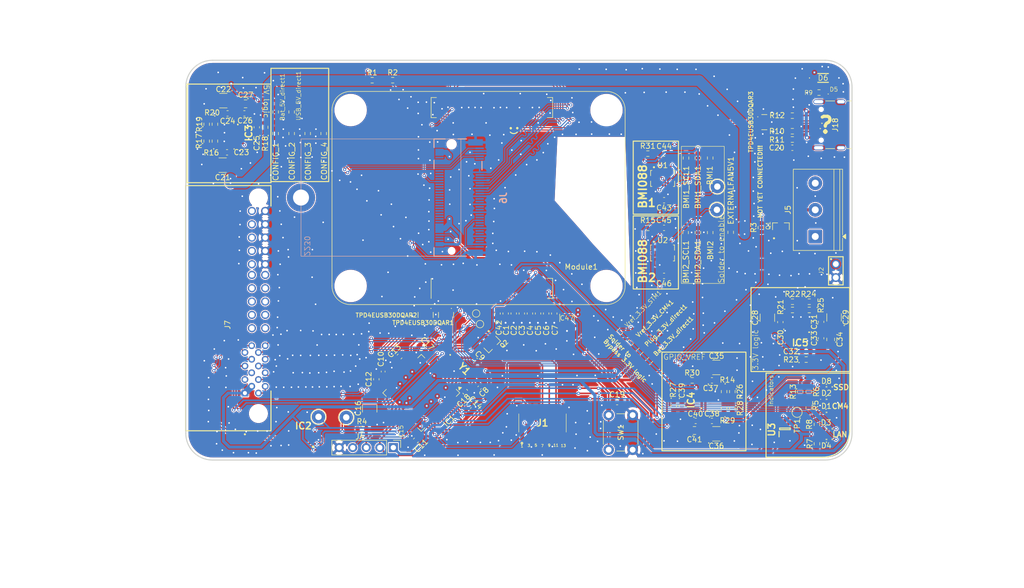
<source format=kicad_pcb>
(kicad_pcb (version 20241229) (generator "pcbnew") (generator_version "9.0")
  (title_block (title "Mainboard PCB"))
  (layers (0 "F.Cu" signal) (4 "In1.Cu" signal) (6 "In2.Cu" signal) (2 "B.Cu" signal) (13 "F.Paste" user) (15 "B.Paste" user) (5 "F.SilkS" user "F.Silkscreen") (7 "B.SilkS" user "B.Silkscreen") (1 "F.Mask" user) (3 "B.Mask" user) (25 "Edge.Cuts" user))
  (net 0 "")
  (net 1 "CM4_IN_5V")
  (net 2 "GND")
  (net 3 "BMI_IN_3.3V")
  (net 4 "/STM/PinoutSTM/nRST")
  (net 5 "Net-(C20-Pad2)")
  (net 6 "Battery_Out_5V")
  (net 7 "USB_Out_5V")
  (net 8 "Net-(IC3-SS)")
  (net 9 "Battery_Out_3.3V")
  (net 10 "STM_Plug_3.3V")
  (net 11 "Net-(IC5-SS)")
  (net 12 "CM4_LED_IN_3.3V")
  (net 13 "Net-(IC4-SS)")
  (net 14 "GPIO_VREF_3.3V")
  (net 15 "Net-(D5-K)")
  (net 17 "/STM/PinoutSTM/USART1_TX")
  (net 18 "/STM/PinoutSTM/JTAG_TDO{slash}SWO")
  (net 19 "/STM/PinoutSTM/JTAG_TMS{slash}SWDIO")
  (net 20 "/STM/PinoutSTM/JTAG_TCK{slash}SWCLK")
  (net 21 "/STM/PinoutSTM/USART1_RX")
  (net 22 "/STM/PinoutSTM/STM_BOOT0")
  (net 23 "Net-(IC3-ILIM)")
  (net 24 "Net-(IC3-CP2)")
  (net 25 "Net-(IC3-PR1)")
  (net 27 "Net-(IC4-ILIM)")
  (net 29 "Net-(IC4-CP2)")
  (net 30 "Net-(IC4-PR1)")
  (net 32 "Net-(IC5-CP2)")
  (net 33 "Net-(IC5-ILIM)")
  (net 34 "Net-(IC5-PR1)")
  (net 35 "Net-(J18-CC1)")
  (net 36 "/CM4/CM4_Module1B/USB_D+")
  (net 38 "/CM4/CM4_Module1B/USB_D-")
  (net 40 "/CM4/CM4_Module1A/TRD2_N")
  (net 42 "STM_RX")
  (net 43 "/CM4/CM4_Module1A/TRD0_N")
  (net 44 "/CM4/CM4_Module1A/TRD3_N")
  (net 45 "/LPHS-connector/TX_PI")
  (net 46 "/CM4/CM4_Module1A/TRD2_P")
  (net 49 "Net-(D1-K)")
  (net 50 "/CM4/CM4_Module1A/TRD1_P")
  (net 51 "STM_TX")
  (net 55 "/CM4/CM4_Module1A/TRD1_N")
  (net 56 "/CM4/CM4_Module1A/TRD0_P")
  (net 58 "Net-(D2-K)")
  (net 59 "/CM4/CM4_Module1A/TRD3_P")
  (net 61 "/LPHS-connector/RX_PI")
  (net 63 "Net-(J18-CC2)")
  (net 64 "Net-(IC1-PC14-OSC32_IN)")
  (net 65 "Net-(IC1-PC15-OSC32_OUT)")
  (net 66 "Net-(IC1-VCAP_1)")
  (net 67 "Net-(IC1-VCAP_2)")
  (net 68 "/CM4/PCIE_Interface/CONFIG_0")
  (net 69 "/CM4/PCIE_Interface/CONFIG_1")
  (net 70 "/CM4/PCIE_Interface/CONFIG_2")
  (net 71 "/CM4/PCIE_Interface/CONFIG_3")
  (net 72 "/CM4/CM4_Module1A/ETH_LED_Y")
  (net 73 "/CM4/CM4_Module1A/ETH_LED_G")
  (net 74 "/CM4/PCIE_Interface/LED1_M2")
  (net 81 "/STM/PinoutSTM/SPI1_MOSI")
  (net 82 "/STM/PinoutSTM/SPI1_MISO")
  (net 87 "/STM/PinoutSTM/CAN1_RX")
  (net 91 "/STM/PinoutSTM/SPI1_NSS")
  (net 92 "/CM4/CM4_Module1A/GPIO14")
  (net 93 "/CM4/CM4_Module1A/GPIO15")
  (net 94 "/STM/PinoutSTM/SPI1_SCK")
  (net 96 "/CM4/RUN_PG")
  (net 102 "/STM/PinoutSTM/JTAG_ TDI")
  (net 105 "/STM/PinoutSTM/Fan_ctrl")
  (net 106 "/STM/PinoutSTM/CAN1_TX")
  (net 112 "/CM4/CM4_Module1B/PCIe_TX_N")
  (net 113 "/CM4/CM4_Module1B/PCIe_CLK_N")
  (net 114 "/CM4/PCIE_Interface/PERST#")
  (net 115 "/CM4/CM4_Module1B/PCIe_RX_P")
  (net 116 "/CM4/CM4_Module1B/PCIe_RX_N")
  (net 117 "/CM4/CM4_Module1B/PCIe_CLK_P")
  (net 118 "/CM4/CM4_Module1B/PCIe_TX_P")
  (net 122 "/CM4/CM4_Module1A/GPIO8")
  (net 124 "/CM4/CM4_Module1A/GPIO4")
  (net 125 "/CM4/CM4_Module1A/GPIO3")
  (net 127 "/CM4/CM4_Module1A/GPIO23")
  (net 132 "/CM4/CM4_Module1A/GPIO5")
  (net 136 "/CM4/CM4_Module1A/GPIO21")
  (net 138 "/CM4/CM4_Module1A/GPIO19")
  (net 149 "/CM4/CM4_Module1A/GPIO2")
  (net 154 "/CM4/CM4_Module1A/GPIO25")
  (net 156 "/CM4/CM4_Module1A/GPIO9")
  (net 158 "/CM4/CM4_Module1A/GPIO26")
  (net 164 "/CM4/CM4_Module1A/GPIO11")
  (net 167 "/CM4/CM4_Module1A/GPIO27")
  (net 168 "/CM4/CM4_Module1B/USB_OTG_ID")
  (net 170 "/CM4/CM4_Module1A/GLOBAL_EN")
  (net 176 "/CM4/CM4_Module1A/GPIO6")
  (net 177 "/CM4/CM4_Module1A/GPIO17")
  (net 179 "/CM4/CM4_Module1A/AIN0")
  (net 181 "/CM4/CM4_Module1A/GPIO10")
  (net 186 "/CM4/GLOBAL_EN_CM4")
  (net 187 "/CM4/CM4_Module1A/GPIO24")
  (net 191 "/CM4/CM4_Module1A/GPIO22")
  (net 196 "/CM4/CM4_Module1A/GPIO20")
  (net 202 "/CM4/CM4_Module1A/GPIO13")
  (net 206 "/CM4/CM4_Module1A/GPIO7")
  (net 213 "/CM4/CM4_Module1A/AIN1")
  (net 217 "/CM4/CM4_Module1A/GPIO18")
  (net 218 "/CM4/CM4_Module1A/GPIO12")
  (net 221 "/CM4/CM4_Module1A/CM4_LED2/PI_nLED_Activity")
  (net 229 "/CM4/CM4_Module1A/GPIO16")
  (net 234 "/CM4/CM4_Module1A/CM4_LED1/nPWR_LED")
  (net 235 "Net-(Q1-Pad1)")
  (net 236 "Net-(J5-Pin_2)")
  (net 237 "/IMU/Pack1_SCL")
  (net 238 "/IMU/Pack1_SDA")
  (net 244 "Net-(U1-CSB1)")
  (net 245 "Net-(U1-SCL{slash}SCK)")
  (net 246 "Net-(U1-SDA{slash}SDI)")
  (net 249 "/CM4/PCIE_Interface/PETp3")
  (net 253 "/CM4/PCIE_Interface/PERn3")
  (net 254 "/CM4/PCIE_Interface/CLKREQ#")
  (net 255 "/CM4/PCIE_Interface/PETp2")
  (net 256 "/CM4/PCIE_Interface/PETn1")
  (net 257 "/CM4/PCIE_Interface/PERp2")
  (net 258 "/CM4/PCIE_Interface/PETn3")
  (net 259 "/CM4/PCIE_Interface/PERp1")
  (net 260 "/CM4/PCIE_Interface/PEWAKE#")
  (net 261 "/CM4/PCIE_Interface/PETp1")
  (net 262 "/CM4/PCIE_Interface/SUSCLK")
  (net 264 "/CM4/PCIE_Interface/PERn2")
  (net 265 "/CM4/PCIE_Interface/PERp3")
  (net 269 "/CM4/PCIE_Interface/PETn2")
  (net 271 "/CM4/PCIE_Interface/NFG1")
  (net 272 "/CM4/PCIE_Interface/NFG2")
  (net 279 "/CM4/PCIE_Interface/PERn1")
  (net 284 "Net-(D3-A)")
  (net 285 "Net-(D4-A)")
  (net 286 "Net-(R5-Pad1)")
  (net 288 "ST_CAN_N")
  (net 289 "ST_CAN_P")
  (net 290 "Net-(U2-CSB1)")
  (net 291 "Net-(U2-SCL{slash}SCK)")
  (net 292 "Net-(U2-SDA{slash}SDI)")
  (net 296 "Net-(EXTERNALFAN5V1-Pad2)")
  (footprint "Resistor_SMD:R_0603_1608Metric" (layer "F.Cu") (at 158.07 206.29 45)
    (property "Reference" "Bat_3.3V_direct1")
    (property "Value" "DNP")
  )
  (footprint "Capacitor_SMD:C_0603_1608Metric" (layer "F.Cu") (at 140.13 197.515 -90)
    (property "Reference" "C7")
    (property "Value" "1uF")
  )
  (footprint "Package_QFP:LQFP-64_10x10mm_P0.5mm" (layer "F.Cu") (at 115.185 212.405 -135)
    (property "Reference" "IC1")
    (property "Value" "STM32H7B0RBT6")
  )
  (footprint "Capacitor_SMD:C_0603_1608Metric" (layer "F.Cu") (at 78.74 167.273419 180)
    (property "Reference" "C23")
    (property "Value" "100nF")
  )
  (footprint "dz_dio:onsemi_Mosfet_BSS138" (layer "F.Cu") (at 182.66 181.15 90)
    (property "Reference" "Q1")
    (property "Value" "50V")
  )
  (footprint "Capacitor_SMD:C_0603_1608Metric" (layer "F.Cu") (at 190.2 199.075 90)
    (property "Reference" "C31")
    (property "Value" "100nF")
  )
  (footprint "Capacitor_SMD:C_1210_3225Metric" (layer "F.Cu") (at 192.625 198.250001 90)
    (property "Reference" "C29")
    (property "Value" "10uF")
  )
  (footprint "Resistor_SMD:R_0603_1608Metric" (layer "F.Cu") (at 167.08 168.34 -90)
    (property "Reference" "BMI1_SDA1")
    (property "Value" "0")
  )
  (footprint "Resistor_SMD:R_0603_1608Metric" (layer "F.Cu") (at 164.85 168.34 90)
    (property "Reference" "BMI1_SCL1")
    (property "Value" "0")
  )
  (footprint "Capacitor_SMD:C_0603_1608Metric" (layer "F.Cu") (at 106.75 209.85 90)
    (property "Reference" "C12")
    (property "Value" "100nF")
  )
  (footprint "Capacitor_SMD:C_0603_1608Metric" (layer "F.Cu") (at 78.84 159.973419 180)
    (property "Reference" "C24")
    (property "Value" "100nF")
  )
  (footprint "Capacitor_SMD:C_0603_1608Metric" (layer "F.Cu") (at 123.43 212.19 -45)
    (property "Reference" "C14")
    (property "Value" "100nF")
  )
  (footprint "Capacitor_SMD:C_0603_1608Metric" (layer "F.Cu") (at 114.17 221.33 -135)
    (property "Reference" "C11")
    (property "Value" "100nF")
  )
  (footprint "dz_con:FTSH-107-XX-YYY-DV" (layer "F.Cu") (at 137.925 218.05)
    (property "Reference" "J1")
    (property "Value" "FTSH-107-02-L-DV" (hide yes))
  )
  (footprint "TerminalBlock_Phoenix:TerminalBlock_Phoenix_PT-1,5-3-5.0-H_1x03_P5.00mm_Horizontal" (layer "F.Cu") (at 189.1 183.06 90)
    (property "Reference" "J5")
    (property "Value" "1792876")
  )
  (footprint "Capacitor_SMD:C_0603_1608Metric" (layer "F.Cu") (at 166.665 217.66 180)
    (property "Reference" "C40")
    (property "Value" "100nF")
  )
  (footprint "LED_SMD:LED_0402_1005Metric" (layer "F.Cu") (at 191.2 213.61)
    (property "Reference" "D2")
    (property "Value" "APHHS1005LZGCK-V")
  )
  (footprint "Resistor_SMD:R_0603_1608Metric" (layer "F.Cu") (at 189.42 218.315 90)
    (property "Reference" "R8")
    (property "Value" "1k")
  )
  (footprint "Capacitor_SMD:C_1210_3225Metric" (layer "F.Cu") (at 78.039999 157.573419 180)
    (property "Reference" "C22")
    (property "Value" "10uF")
  )
  (footprint "Resistor_SMD:R_0603_1608Metric" (layer "F.Cu") (at 169.39 182.325 90)
    (property "Reference" "BMI2")
    (property "Value" "0")
  )
  (footprint "Capacitor_SMD:C_0603_1608Metric" (layer "F.Cu") (at 132.53 197.51 -90)
    (property "Reference" "C2")
    (property "Value" "100nF")
  )
  (footprint "Resistor_SMD:R_0603_1608Metric" (layer "F.Cu") (at 173.55 215.295002 90)
    (property "Reference" "R28")
    (property "Value" "4.99k")
  )
  (footprint "Resistor_SMD:R_0603_1608Metric" (layer "F.Cu") (at 109.82 153.74)
    (property "Reference" "R2")
    (property "Value" "4.3k")
  )
  (footprint "dz_sens:CC4VT1A" (layer "F.Cu") (at 123.265 207.925 -45)
    (property "Reference" "Y1")
    (property "Value" "CC4V-T1A-32.768kHz-6pF-20PPM-TA-QC" (hide yes))
  )
  (footprint "dz_con:Wurth_Con_61300211121" (layer "F.Cu") (at 192.96 189.5 -90)
    (property "Reference" "J2")
    (property "Value" "61300211121")
  )
  (footprint "Capacitor_SMD:C_1210_3225Metric" (layer "F.Cu") (at 180.124999 198.3 90)
    (property "Reference" "C28")
    (property "Value" "10uF")
  )
  (footprint "Capacitor_SMD:C_0805_2012Metric" (layer "F.Cu") (at 166.44 219.460001 180)
    (property "Reference" "C41")
    (property "Value" "47uF")
  )
  (footprint "Capacitor_SMD:C_0402_1005Metric" (layer "F.Cu") (at 112.36 220.61 -90)
    (property "Reference" "C15")
    (property "Value" "2.2pF")
  )
  (footprint "Resistor_SMD:R_0603_1608Metric" (layer "F.Cu") (at 178.9 181.385 -90)
    (property "Reference" "R3")
    (property "Value" "1k")
  )
  (footprint "Capacitor_SMD:C_0603_1608Metric" (layer "F.Cu") (at 182.55 199.125 90)
    (property "Reference" "C30")
    (property "Value" "100nF")
  )
  (footprint "dz_comm:TCAN3414DRBR" (layer "F.Cu") (at 93 220.875 180)
    (property "Reference" "IC2")
    (property "Value" "TCAN3414DRBR" (hide yes))
  )
  (footprint "dz_dio:TI_Switchover_TPS2121RUXT" (layer "F.Cu") (at 80.365 163.598419 -90)
    (property "Reference" "IC3")
    (property "Value" "TPS2121RUXT" (hide yes))
  )
  (footprint "Capacitor_SMD:C_1210_3225Metric" (layer "F.Cu") (at 170.540001 207.635)
    (property "Reference" "C35")
    (property "Value" "10uF")
  )
  (footprint "Capacitor_SMD:C_0603_1608Metric" (layer "F.Cu") (at 115.381992 204.071992 135)
    (property "Reference" "C17")
    (property "Value" "100nF")
  )
  (footprint "Resistor_SMD:R_0603_1608Metric" (layer "F.Cu") (at 162.54 214.810001 -90)
    (property "Reference" "R27")
    (property "Value" "100k")
  )
  (footprint "Resistor_SMD:R_0603_1608Metric" (layer "F.Cu") (at 184.8 160.38675 180)
    (property "Reference" "R12")
    (property "Value" "4.99k")
  )
  (footprint "Capacitor_SMD:C_0402_1005Metric" (layer "F.Cu") (at 125.4 206.17 -45)
    (property "Reference" "C9")
    (property "Value" "4.7pF")
  )
  (footprint "Resistor_SMD:R_0603_1608Metric" (layer "F.Cu") (at 154.45 202.92 -135)
    (property "Reference" "Vref_3.3V_CM41")
    (property "Value" "DNP")
  )
  (footprint "Capacitor_SMD:C_0603_1608Metric" (layer "F.Cu") (at 169.715 217.660002)
    (property "Reference" "C38")
    (property "Value" "100nF")
  )
  (footprint "Resistor_SMD:R_0603_1608Metric" (layer "F.Cu") (at 90.86 159.7 -90)
    (property "Reference" "USB_5V_direct1")
    (property "Value" "DNP")
  )
  (footprint "dz_sens:Bosch_IMU_BMI088" (layer "F.Cu") (at 160.465 172.165)
    (property "Reference" "U1")
    (property "Value" "262-BMI088")
  )
  (footprint "Resistor_SMD:R_0603_1608Metric" (layer "F.Cu") (at 189.805 156.05175 180)
    (property "Reference" "R9")
    (property "Value" "2.7k")
  )
  (footprint "Capacitor_SMD:C_0603_1608Metric" (layer "F.Cu") (at 134.05 197.51 -90)
    (property "Reference" "C3")
    (property "Value" "100nF")
  )
  (footprint "Resistor_SMD:R_0603_1608Metric" (layer "F.Cu") (at 105.97 153.74)
    (property "Reference" "R1")
    (property "Value" "2.2k")
  )
  (footprint "Capacitor_SMD:C_0603_1608Metric" (layer "F.Cu") (at 160.73 190.455 180)
    (property "Reference" "C46")
    (property "Value" "100nF")
  )
  (footprint "Resistor_SMD:R_0603_1608Metric" (layer "F.Cu") (at 76.465 161.998419 90)
    (property "Reference" "R20")
    (property "Value" "20k")
  )
  (footprint "TestPoint:TestPoint_THTPad_D2.5mm_Drill1.2mm" (layer "F.Cu") (at 101.1 217)
    (property "Reference" "TP7" (hide yes))
    (property "Value" "TestPoint_Probe" (hide yes))
  )
  (footprint "TestPoint:TestPoint_THTPad_D2.5mm_Drill1.2mm" (layer "F.Cu") (at 95.9 216.9)
    (property "Reference" "TP6" (hide yes))
    (property "Value" "TestPoint_Probe" (hide yes))
  )
  (footprint "TestPoint:TestPoint_THTPad_D2.5mm_Drill1.2mm" (layer "F.Cu") (at 170.725 173.7)
    (property "Reference" "TP3" (hide yes))
    (property "Value" "TestPoint_Probe" (hide yes))
  )
  (footprint "Resistor_SMD:R_0603_1608Metric" (layer "F.Cu") (at 187.88 212.185 -90)
    (property "Reference" "R6")
    (property "Value" "1k")
  )
  (footprint "Resistor_SMD:R_0603_1608Metric" (layer "F.Cu") (at 187.88 215.225 -90)
    (property "Reference" "R5")
    (property "Value" "1k")
  )
  (footprint "Capacitor_SMD:C_0603_1608Metric" (layer "F.Cu") (at 131.01 197.51 -90)
    (property "Reference" "C1")
    (property "Value" "100nF")
  )
  (footprint "Resistor_SMD:R_0603_1608Metric" (layer "F.Cu") (at 184.825 196.85 180)
    (property "Reference" "R21")
    (property "Value" "15.4k")
  )
  (footprint "TestPoint:TestPoint_THTPad_D2.5mm_Drill1.2mm" (layer "F.Cu") (at 170.65 178.05)
    (property "Reference" "TP2" (hide yes))
    (property "Value" "TestPoint_Probe" (hide yes))
  )
  (footprint "Capacitor_SMD:C_0603_1608Metric" (layer "F.Cu") (at 160.73 181.445 180)
    (property "Reference" "C45")
    (property "Value" "100nF")
  )
  (footprint "Resistor_SMD:R_0603_1608Metric" (layer "F.Cu") (at 157.685 167.51)
    (property "Reference" "R31")
    (property "Value" "2.2k")
  )
  (footprint "TestPoint:TestPoint_Pad_D1.0mm" (layer "F.Cu") (at 125.475 197.5)
    (property "Reference" "TP4" (hide yes))
    (property "Value" "TestPoint_Probe" (hide yes))
  )
  (footprint "Capacitor_SMD:C_0603_1608Metric" (layer "F.Cu") (at 138.61 197.51 -90)
    (property "Reference" "C6")
    (property "Value" "100nF")
  )
  (footprint "LED_SMD:LED_0402_1005Metric" (layer "F.Cu") (at 191.2 219.14 180)
    (property "Reference" "D3")
    (property "Value" "APHHS1005LSYCK/J3-PF")
  )
  (footprint "dz_con:Con-Raspberry-Pi-4-Compute-Module" (layer "F.Cu") (at 149.93 192.34 90)
    (property "Reference" "Module1")
    (property "Value" "DF40C-100DS-0.4V(51)")
  )
  (footprint "Resistor_SMD:R_0603_1608Metric" (layer "F.Cu") (at 96.87 163.745 -90)
    (property "Reference" "CONFIG_4")
    (property "Value" "0")
  )
  (footprint "Capacitor_SMD:C_1210_3225Metric" (layer "F.Cu") (at 77.914998 169.673419 180)
    (property "Reference" "C21")
    (property "Value" "10uF")
  )
  (footprint "Resistor_SMD:R_0603_1608Metric" (layer "F.Cu") (at 169.39 168.34 -90)
    (property "Reference" "BMI1")
    (property "Value" "0")
  )
  (footprint "Capacitor_SMD:C_1210_3225Metric" (layer "F.Cu") (at 142.52 198.335001 -90)
    (property "Reference" "C47")
    (property "Value" "10uF")
  )
  (footprint "Resistor_SMD:R_0603_1608Metric" (layer "F.Cu") (at 152.44 200.96 -135)
    (property "Reference" "Vref_3.3V_STM1")
    (property "Value" "DNP")
  )
  (footprint "Resistor_SMD:R_0603_1608Metric" (layer "F.Cu") (at 189.42 221.955 -90)
    (property "Reference" "R7")
    (property "Value" "1k")
  )
  (footprint "dz_con:IC_TPD4EUSB30DQAR" (layer "F.Cu") (at 119.83 197.7825 -90)
    (property "Reference" "TPD4EUSB30DQAR1")
    (property "Value" "~")
  )
  (footprint "dz_dio:SMF50ATP" (layer "F.Cu") (at 190.569999 153.31175)
    (property "Reference" "D6")
    (property "Value" "SMF5.0A-TP" (hide yes))
  )
  (footprint "Capacitor_SMD:C_0603_1608Metric" (layer "F.Cu") (at 160.74 167.505 180)
    (property "Reference" "C44")
    (property "Value" "100nF")
  )
  (footprint "Resistor_SMD:R_0603_1608Metric" (layer "F.Cu") (at 156.26 204.54 45)
    (property "Reference" "Plug_3.3V_direct1")
    (property "Value" "DNP")
  )
  (footprint "Capacitor_SMD:C_0402_1005Metric" (layer "F.Cu") (at 126.110589 211.439411 -135)
    (property "Reference" "C8")
    (property "Value" "4.7pF")
  )
  (footprint "dz_con:CON_Samesky_CUI_UJ20-C-H-C-4-SMT-TR" (layer "F.Cu") (at 192.905 162.10175 90)
    (property "Reference" "J18")
    (property "Value" "179-UJ20CHC4SMTTR")
  )
  (footprint "dz_dio:SOT65P210X110-5N" (layer "F.Cu") (at 183.41 219.15 90)
    (property "Reference" "U3")
    (property "Value" "Buffers & Line Driver" (hide yes))
  )
  (footprint "dz_con:IC_TPD4EUSB30DQAR" (layer "F.Cu") (at 179.54 161.610001)
    (property "Reference" "TPD4EUSB30DQAR3")
    (property "Value" "~")
  )
  (footprint "Capacitor_SMD:C_0603_1608Metric" (layer "F.Cu") (at 164.09 214.810001 -90)
    (property "Reference" "C39")
    (property "Value" "100nF")
  )
  (footprint "Resistor_SMD:R_0603_1608Metric" (layer "F.Cu") (at 184.8 163.31175 180)
    (property "Reference" "R10")
    (property "Value" "4.99k")
  )
  (footprint "Resistor_SMD:R_0603_1608Metric" (layer "F.Cu") (at 173.24 182.275 -90)
    (property "Reference" "EXTERNALFAN5V1")
    (property "Value" "0")
  )
  (footprint "Resistor_SMD:R_0603_1608Metric" (layer "F.Cu") (at 186.27 212.185 90)
    (property "Reference" "R13")
    (property "Value" "1k")
  )
  (footprint "dz_con:IC_TPD4EUSB30DQAR" (layer "F.Cu") (at 116 197.7825 -90)
    (property "Reference" "TPD4EUSB30DQAR2")
    (property "Value" "~")
  )
  (footprint "dz_con:SAMTEC_LPHT-04-16-X-RT1-GP" (layer "F.Cu") (at 84.63 196.045 -90)
    (property "Reference" "J7")
    (property "Value" "LPHT-04-16-L-RT1-GP")
  )
  (footprint "Resistor_SMD:R_0603_1608Metric" (layer "F.Cu") (at 171.995001 212.165001 90)
    (property "Reference" "R14")
    (property "Value" "15.4k")
  )
  (footprint "Capacitor_SMD:C_1210_3225Metric" (layer "F.Cu") (at 105.5 215.31 -90)
    (property "Reference" "C16")
    (property "Value" "10uF")
  )
  (footprint "LED_SMD:LED_0402_1005Metric" (layer "F.Cu") (at 191.2 211.28 180)
    (property "Reference" "D8")
    (property "Value" "APHHS1005LCGCK")
  )
  (footprint "Capacitor_SMD:C_0603_1608Metric" (layer "F.Cu") (at 81.99 159.973419)
    (property "Reference" "C26")
    (property "Value" "100nF")
  )
  (footprint "dz_dio:TI_Switchover_TPS2121RUXT" (layer "F.Cu") (at 186.4 200.625 180)
    (property "Reference" "IC5")
    (property "Value" "TPS2121RUXT" (hide yes))
  )
  (footprint "Resistor_SMD:R_0603_1608Metric" (layer "F.Cu") (at 85.89 162.573419 90)
    (property "Reference" "R18")
    (property "Value" "22k")
  )
  (footprint "Resistor_SMD:R_0603_1608Metric" (layer "F.Cu") (at 184.8 164.86175 180)
    (property "Reference" "R11")
    (property "Value" "1M")
  )
  (footprint "Resistor_SMD:R_0603_1608Metric" (layer "F.Cu") (at 184.825 195.300001)
    (property "Reference" "R22")
    (property "Value" "4.99k")
  )
  (footprint "LED_SMD:LED_0402_1005Metric" (layer "F.Cu") (at 192.62 156.32675)
    (property "Reference" "D5")
    (property "Value" "APHHS1005LCGCK")
  )
  (footprint "Resistor_SMD:R_0603_1608Metric" (layer "F.Cu") (at 87.845 163.745 -90)
    (property "Reference" "CONFIG_1")
    (property "Value" "0")
  )
  (footprint "Resistor_SMD:R_0603_1608Metric" (layer "F.Cu") (at 187.975 196.850001)
    (property "Reference" "R25")
    (property "Value" "20k")
  )
  (footprint "Resistor_SMD:R_0603_1608Metric" (layer "F.Cu") (at 173.545 212.165002 -90)
    (property "Reference" "R26")
    (property "Value" "4.99k")
  )
  (footprint "LED_SMD:LED_0402_1005Metric" (layer "F.Cu") (at 191.2 221.13 180)
    (property "Reference" "D4")
    (property "Value" "APHHS1005LZGCK-V")
  )
  (footprint "Resistor_SMD:R_0603_1608Metric" (layer "F.Cu") (at 167.08 182.325 -90)
    (property "Reference" "BMI2_SDA1")
    (property "Value" "0")
  )
  (footprint "Capacitor_SMD:C_0603_1608Metric" (layer "F.Cu") (at 184.8 166.41175)
    (property "Reference" "C20")
    (property "Value" "4.7nF")
  )
  (footprint "Capacitor_SMD:C_0603_1608Metric" (layer "F.Cu") (at 137.09 197.51 -90)
    (property "Reference" "C5")
    (property "Value" "100nF")
  )
  (footprint "Resistor_SMD:R_0603_1608Metric" (layer "F.Cu") (at 164.77 182.325 -90)
    (property "Reference" "BMI2_SCL1")
    (property "Value" "0")
  )
  (footprint "Capacitor_SMD:C_0805_2012Metric" (layer "F.Cu") (at 82.215001 158.173419)
    (property "Reference" "C27")
    (property "Value" "47uF")
  )
  (footprint "Resistor_SMD:R_0603_1608Metric" (layer "F.Cu") (at 187.4 206.15)
    (property "Reference" "R23")
    (property "Value" "68k")
  )
  (footprint "Resistor_SMD:R_0603_1608Metric" (layer "F.Cu") (at 74.915001 161.998419 -90)
    (property "Reference" "R19")
    (property "Value" "4.99k")
  )
  (footprint "Capacitor_SMD:C_0603_1608Metric" (layer "F.Cu") (at 187.4 204.600001)
    (property "Reference" "C32")
    (property "Value" "330nF")
  )
  (footprint "Capacitor_SMD:C_0603_1608Metric" (layer "F.Cu") (at 135.57 197.51 -90)
    (property "Reference" "C4")
    (property "Value" "100nF")
  )
  (footprint "Capacitor_SMD:C_0603_1608Metric" (layer "F.Cu") (at 124.125 214.875 45)
    (property "Reference" "C18")
    (property "Value" "100nF")
  )
  (footprint "LED_SMD:LED_0402_1005Metric" (layer "F.Cu") (at 191.2 216.06)
    (property "Reference" "D1")
    (property "Value" "APHHS1005LSECK/J3-PF")
  )
  (footprint "Resistor_SMD:R_0603_1608Metric" (layer "F.Cu") (at 74.915 165.168419 90)
    (property "Reference" "R17")
    (property "Value" "4.99k")
  )
  (footprint "Button_Switch_THT:SW_PUSH_6mm" (layer "F.Cu") (at 150.34 223.07 90)
    (property "Reference" "SW1")
    (property "Value" "Button Switch SPST-No")
  )
  (footprint "Capacitor_SMD:C_0603_1608Metric" (layer "F.Cu") (at 151.925 214.125)
    (property "Reference" "C19")
    (property "Value" "100nF")
  )
  (footprint "dz_dio:TI_Switchover_TPS2121RUXT" (layer "F.Cu") (at 168.14 213.735 90)
    (property "Reference" "IC4")
    (property "Value" "TPS2121RUXT" (hide yes))
  )
  (footprint "Resistor_SMD:R_0603_1608Metric" (layer "F.Cu") (at 76.465001 165.168419 -90)
    (property "Reference" "R16")
    (property "Value" "15.4k")
  )
  (footprint "TestPoint:TestPoint_Pad_D1.5mm" (layer "F.Cu") (at 185.69 216.05)
    (property "Reference" "TP1")
    (property "Value" "Test Point")
  )
  (footprint "Resistor_SMD:R_0603_1608Metric" (layer "F.Cu") (at 90.86 163.745 -90)
    (property "Reference" "CONFIG_2")
    (property "Value" "0")
  )
  (footprint "Resistor_SMD:R_0603_1608Metric" (layer "F.Cu") (at 87.85 159.7 90)
    (property "Reference" "Bat_5V_direct1")
    (property "Value" "DNP")
  )
  (footprint "Resistor_SMD:R_0603_1608Metric" (layer "F.Cu") (at 157.69 181.45)
    (property "Reference" "R15")
    (property "Value" "2.2k")
  )
  (footprint "Resistor_SMD:R_0603_1608Metric" (layer "F.Cu") (at 166.014999 210.06 180)
    (property "Reference" "R30")
    (property "Value" "100k")
  )
  (footprint "Connector_PinHeader_2.54mm:PinHeader_1x05_P2.54mm_Vertical" (layer "F.Cu") (at 109.94 222.67 -90)
    (property "Reference" "J4")
    (property "Value" "Header male 1x05")
  )
  (footprint "Capacitor_SMD:C_0603_1608Metric" (layer "F.Cu") (at 190.200001 202.15 -90)
    (property "Reference" "C33")
    (property "Value" "100nF")
  )
  (footprint "Capacitor_SMD:C_0805_2012Metric" (layer "F.Cu") (at 192 202.375001 -90)
    (property "Reference" "C34")
    (property "Value" "47uF")
  )
  (footprint "Capacitor_SMD:C_1210_3225Metric" (layer "F.Cu") (at 170.540001 220.085)
    (property "Reference" "C36")
    (property "Value" "10uF")
  )
  (footprint "dz_sens:Bosch_IMU_BMI088" (layer "F.Cu") (at 160.45 186.15)
    (property "Reference" "U2")
    (property "Value" "262-BMI088")
  )
  (footprint "Resistor_SMD:R_0603_1608Metric" (layer "F.Cu") (at 104.05 219.2)
    (property "Reference" "R4")
    (property "Value" "10k")
  )
  (footprint "Capacitor_SMD:C_0402_1005Metric" (layer "F.Cu") (at 108.03 208.4 90)
    (property "Reference" "C10")
    (property "Value" "2.2pF")
  )
  (footprint "Capacitor_SMD:C_0603_1608Metric" (layer "F.Cu") (at 129.49 197.515 -90)
    (property "Reference" "C42")
    (property "Value" "1uF")
  )
  (footprint "Capacitor_SMD:C_0603_1608Metric" (layer "F.Cu") (at 160.74 176.255 180)
    (property "Reference" "C43")
    (property "Value" "100nF")
  )
  (footprint "TestPoint:TestPoint_Pad_D1.0mm" (layer "F.Cu") (at 126.2 199.5)
    (property "Reference" "TP5" (hide yes))
    (property "Value" "TestPoint_Probe" (hide yes))
  )
  (footprint "Capacitor_SMD:C_0603_1608Metric" (layer "F.Cu") (at 84.315 162.573418 90)
    (property "Reference" "C25")
    (property "Value" "330nF")
  )
  (footprint "Capacitor_SMD:C_0603_1608Metric" (layer "F.Cu") (at 111.11 205.58 -135)
    (property "Reference" "C13")
    (property "Value" "100nF")
  )
  (footprint "Resistor_SMD:R_0603_1608Metric" (layer "F.Cu") (at 93.87 163.745 -90)
    (property "Reference" "CONFIG_3")
    (property "Value" "0")
  )
  (footprint "dz_dio:onsemi_Mosfet_BSS138" (layer "F.Cu") (at 128.497782 203.331285 -45)
    (property "Reference" "Q2")
    (property "Value" "50V")
  )
  (footprint "Resistor_SMD:R_0603_1608Metric" (layer "F.Cu") (at 171.99 215.295002 -90)
    (property "Reference" "R29")
    (property "Value" "20k")
  )
  (footprint "Capacitor_SMD:C_0603_1608Metric" (layer "F.Cu") (at 169.715001 210.06)
    (property "Reference" "C37")
    (property "Value" "100nF")
  )
  (footprint "Resistor_SMD:R_0603_1608Metric" (layer "F.Cu") (at 187.975001 195.3 180)
    (property "Reference" "R24")
    (property "Value" "4.99k")
  )
  (footprint "dz_con:PCIE_MDT275M02001" (layer "B.Cu") (at 122.615 175.81 90)
    (property "Reference" "J6")
    (property "Value" "MDT275M02001" (hide yes))
  )
  (gr_poly (pts (xy 135.53 190.91) (xy 135.53 190.05) (xy 135.34 190.05) (xy 135.03 190.36) (xy 135.03 191) (xy 135.04 191.01) (xy 135.43 191.01)) (stroke (width 0.0002)) (fill yes) (layer "F.Cu") (net 12))
  (gr_rect (start 133.73 193.99) (end 135.93 194.69) (stroke (width 0.0001)) (fill yes) (layer "F.Cu") (net 1))
  (gr_rect (start 160.78 187.02) (end 161.62 187.61) (stroke (width 0.001)) (fill yes) (layer "F.Cu") (net 3))
  (gr_poly (pts (xy 129.02 198.25) (xy 141.21 198.25) (xy 142.9 199.94) (xy 143.86 199.94) (xy 143.86 201.51) (xy 143.65 201.72) (xy 129.35 201.72) (xy 129.02 201.39)) (stroke (width 0.001)) (fill yes) (layer "F.Cu") (net 2))
  (gr_rect (start 135.085 191.01) (end 135.375 191.15) (stroke (width 0.2)) (fill no) (layer "F.Cu") (net 12))
  (gr_poly (pts (xy 178.837501 162.71) (xy 178.8375 162.01) (xy 180.2375 162.01) (xy 180.2375 162.71)) (stroke (width 0.001)) (fill yes) (layer "F.Cu") (net 38))
  (gr_rect (start 135.085 191.37) (end 135.375 191.51) (stroke (width 0.2)) (fill no) (layer "F.Cu") (net 12))
  (gr_poly (pts (xy 161.09 187.82) (xy 161.37 188.1) (xy 161.27 188.2) (xy 161.02 188.2) (xy 160.99 188.17) (xy 160.99 187.88) (xy 161.05 187.82)) (stroke (width 0.2)) (fill yes) (layer "F.Cu") (net 3))
  (gr_poly (pts (xy 133.73 194.69) (xy 135.925 194.69) (xy 135.96 194.78) (xy 136.03 194.86) (xy 143.68 196.3) (xy 141.3 197.4) (xy 140.43 197.17) (xy 131.678889 197.093207) (xy 130.7 196.97) (xy 130.65 196.32) (xy 133.63 194.86) (xy 133.71 194.77)) (stroke (width 0.0001)) (fill yes) (layer "F.Cu") (net 1))
  (gr_poly (pts (xy 178.8375 161.219999) (xy 178.8375 160.510001) (xy 180.2375 160.51) (xy 180.2375 161.22)) (stroke (width 0.001)) (fill yes) (layer "F.Cu") (net 36))
  (gr_rect (start 190.93 157.71175) (end 194.605 166.42175) (stroke (width 0.2)) (fill yes) (layer "F.Cu") (net 5))
  (gr_poly (pts (xy 166.630131 211.471866) (xy 167.733218 211.867848) (xy 167.775644 211.245644) (xy 166.481639 209.951589) (xy 166.474568 210.382924)) (stroke (width 0.001)) (fill yes) (layer "F.Cu") (net 14))
  (gr_rect (start 117.82 166.61) (end 119.36 167.91) (stroke (width 0.000001)) (fill yes) (layer "B.Cu") (net 12))
  (gr_rect (start 117.81 180.61) (end 119.37 182.41) (stroke (width 0.001)) (fill yes) (layer "B.Cu") (net 12))
  (gr_rect (start 117.82 184.11) (end 119.37 184.91) (stroke (width 0.0001)) (fill yes) (layer "B.Cu") (net 12))
  (gr_poly (pts (xy 168.915001 210.760001) (xy 169.039999 210.635) (xy 169.165 210.760001)) (stroke (width 0.05)) (fill yes) (layer "F.SilkS"))
  (gr_poly (pts (xy 191.079998 221.66) (xy 191.204999 221.534999) (xy 191.33 221.66)) (stroke (width 0.05)) (fill yes) (layer "F.SilkS"))
  (gr_poly (pts (xy 86.44 164.273419) (xy 86.44 164.123419) (xy 86.49 164.123418) (xy 86.49 164.273418)) (stroke (width 0.05)) (fill no) (layer "F.SilkS"))
  (gr_arc (start 195.554466 219.474466) (mid 194.09 223.01) (end 190.554466 224.474466) (stroke (width 0.2)) (layer "F.SilkS"))
  (gr_poly (pts (xy 183.350001 196.575) (xy 183.475001 196.7) (xy 183.35 196.825)) (stroke (width 0.05)) (fill yes) (layer "F.SilkS"))
  (gr_poly (pts (xy 186.05 205.05) (xy 186.175 205.175001) (xy 186.05 205.300002)) (stroke (width 0.05)) (fill yes) (layer "F.SilkS"))
  (gr_poly (pts (xy 174.44 214.790001) (xy 174.440002 214.839999) (xy 174.290002 214.839999) (xy 174.29 214.79)) (stroke (width 0.05)) (fill no) (layer "F.SilkS"))
  (gr_rect (start 185.9 206.675001) (end 186.05 206.725001) (stroke (width 0.05)) (fill no) (layer "F.SilkS"))
  (gr_poly (pts (xy 183.175 200.475001) (xy 183.225 200.475) (xy 183.225 200.625) (xy 183.175 200.625001)) (stroke (width 0.05)) (fill no) (layer "F.SilkS"))
  (gr_poly (pts (xy 191.325001 216.185001) (xy 191.2 216.06) (xy 191.325001 215.934999)) (stroke (width 0.05)) (fill yes) (layer "F.SilkS"))
  (gr_poly (pts (xy 169.140001 221.810001) (xy 169.140001 221.960001) (xy 169.09 221.960001) (xy 169.09 221.810001)) (stroke (width 0.05)) (fill no) (layer "F.SilkS"))
  (gr_poly (pts (xy 79.19 160.773419) (xy 79.315 160.648419) (xy 79.440001 160.773419)) (stroke (width 0.05)) (fill yes) (layer "F.SilkS"))
  (gr_poly (pts (xy 165.815001 209.31) (xy 165.69 209.435001) (xy 165.565 209.31)) (stroke (width 0.05)) (fill yes) (layer "F.SilkS"))
  (gr_poly (pts (xy 177.05 192.650001) (xy 195.549999 192.65) (xy 195.55 208.4) (xy 177.05 208.400002)) (stroke (width 0.2)) (fill no) (layer "F.SilkS"))
  (gr_poly (pts (xy 76.565 160.448419) (xy 76.44 160.573419) (xy 76.315001 160.448419)) (stroke (width 0.05)) (fill yes) (layer "F.SilkS"))
  (gr_poly (pts (xy 185.899999 205.150001) (xy 186.05 205.150002) (xy 186.05 205.2) (xy 185.9 205.2)) (stroke (width 0.05)) (fill no) (layer "F.SilkS"))
  (gr_poly (pts (xy 79.290001 160.923419) (xy 79.290001 160.773419) (xy 79.34 160.773419) (xy 79.34 160.923419)) (stroke (width 0.05)) (fill no) (layer "F.SilkS"))
  (gr_poly (pts (xy 176.09 204.76) (xy 176.09 223.26) (xy 160.34 223.260002) (xy 160.34 204.760003)) (stroke (width 0.2)) (fill no) (layer "F.SilkS"))
  (gr_poly (pts (xy 189.5 196.500001) (xy 189.375001 196.375001) (xy 189.5 196.250001)) (stroke (width 0.05)) (fill yes) (layer "F.SilkS"))
  (gr_poly (pts (xy 194.55 199.875001) (xy 194.425 199.75) (xy 194.55 199.625)) (stroke (width 0.05)) (fill yes) (layer "F.SilkS"))
  (gr_poly (pts (xy 189.525001 199.325) (xy 189.65 199.450001) (xy 189.525001 199.575)) (stroke (width 0.05)) (fill yes) (layer "F.SilkS"))
  (gr_rect (start 188.72 212.11) (end 188.87 212.159998) (stroke (width 0.05)) (fill no) (layer "F.SilkS"))
  (gr_poly (pts (xy 191.095001 219.024997) (xy 191.220002 219.149998) (xy 191.095001 219.274999)) (stroke (width 0.05)) (fill yes) (layer "F.SilkS"))
  (gr_poly (pts (xy 82.64 157.173419) (xy 82.64 157.023419) (xy 82.69 157.023419) (xy 82.69 157.173419)) (stroke (width 0.05)) (fill no) (layer "F.SilkS"))
  (gr_poly (pts (xy 190.509999 161.856751) (xy 190.359999 161.856751) (xy 190.36 161.806751) (xy 190.509999 161.806751)) (stroke (width 0.05)) (fill no) (layer "F.SilkS"))
  (gr_poly (pts (xy 73.99 165.63) (xy 73.99 165.580001) (xy 74.14 165.580001) (xy 74.14 165.63)) (stroke (width 0.05)) (fill no) (layer "F.SilkS"))
  (gr_poly (pts (xy 76.215 166.773418) (xy 76.215 166.623419) (xy 76.265 166.623419) (xy 76.265 166.773418)) (stroke (width 0.05)) (fill no) (layer "F.SilkS"))
  (gr_poly (pts (xy 76.115 166.623419) (xy 76.240001 166.498419) (xy 76.365 166.623419)) (stroke (width 0.05)) (fill yes) (layer "F.SilkS"))
  (gr_poly (pts (xy 172.179999 216.910002) (xy 172.179999 217.060002) (xy 172.13 217.06) (xy 172.13 216.91)) (stroke (width 0.05)) (fill no) (layer "F.SilkS"))
  (gr_rect (start 184.35 194.3) (end 184.400001 194.45) (stroke (width 0.05)) (fill no) (layer "F.SilkS"))
  (gr_poly (pts (xy 191.26654 213.056234) (xy 191.141539 213.181235) (xy 191.016538 213.056234)) (stroke (width 0.05)) (fill yes) (layer "F.SilkS"))
  (gr_poly (pts (xy 84.79 164.123419) (xy 84.915001 163.998419) (xy 85.04 164.123418)) (stroke (width 0.05)) (fill yes) (layer "F.SilkS"))
  (gr_rect (start 186.23 217.17) (end 186.279998 217.32) (stroke (width 0.05)) (fill no) (layer "F.SilkS"))
  (gr_poly (pts (xy 191.166538 212.906234) (xy 191.166538 213.056234) (xy 191.11654 213.056234) (xy 191.11654 212.906234)) (stroke (width 0.05)) (fill no) (layer "F.SilkS"))
  (gr_poly (pts (xy 169.065001 210.760001) (xy 169.065001 210.910001) (xy 169.015 210.910001) (xy 169.015 210.760001)) (stroke (width 0.05)) (fill no) (layer "F.SilkS"))
  (gr_poly (pts (xy 166.164999 220.51) (xy 166.165002 220.66) (xy 166.115001 220.66) (xy 166.115001 220.51)) (stroke (width 0.05)) (fill no) (layer "F.SilkS"))
  (gr_poly (pts (xy 80.065 166.773418) (xy 79.940001 166.648419) (xy 80.065 166.523419)) (stroke (width 0.05)) (fill yes) (layer "F.SilkS"))
  (gr_poly (pts (xy 169.289999 216.785002) (xy 169.29 216.935001) (xy 169.239999 216.935001) (xy 169.239999 216.785001)) (stroke (width 0.05)) (fill no) (layer "F.SilkS"))
  (gr_line (start 184.669466 224.474466) (end 179.864466 224.474466) (stroke (width 0.2)) (layer "F.SilkS"))
  (gr_poly (pts (xy 191.325001 213.735001) (xy 191.2 213.61) (xy 191.325001 213.484999)) (stroke (width 0.05)) (fill yes) (layer "F.SilkS"))
  (gr_poly (pts (xy 82.590001 160.898419) (xy 82.590001 160.748419) (xy 82.64 160.748419) (xy 82.64 160.898419)) (stroke (width 0.05)) (fill no) (layer "F.SilkS"))
  (gr_poly (pts (xy 190.194999 162.84175) (xy 190.044999 162.84175) (xy 190.045 162.79175) (xy 190.194999 162.79175)) (stroke (width 0.05)) (fill no) (layer "F.SilkS"))
  (gr_poly (pts (xy 187.525 194.45) (xy 187.4 194.575) (xy 187.275001 194.45)) (stroke (width 0.05)) (fill yes) (layer "F.SilkS"))
  (gr_rect (start 86.98 151.51) (end 97.805 172.755) (stroke (width 0.2)) (fill no) (layer "F.SilkS"))
  (gr_rect (start 191.270002 221.01) (end 191.32 221.28) (stroke (width 0.05)) (fill no) (layer "F.SilkS"))
  (gr_arc (start 133.204267 163.474267) (mid 132.54 163.749415) (end 131.875733 163.474267) (stroke (width 0.2)) (layer "F.SilkS"))
  (gr_poly (pts (xy 74.039999 162.473419) (xy 74.04 162.423418) (xy 74.190001 162.423419) (xy 74.189999 162.473419)) (stroke (width 0.05)) (fill no) (layer "F.SilkS"))
  (gr_poly (pts (xy 174.45 211.63) (xy 174.449998 211.680001) (xy 174.299998 211.68) (xy 174.299998 211.63)) (stroke (width 0.05)) (fill no) (layer "F.SilkS"))
  (gr_poly (pts (xy 162.19 213.385002) (xy 162.065001 213.51) (xy 161.94 213.385)) (stroke (width 0.05)) (fill yes) (layer "F.SilkS"))
  (gr_poly (pts (xy 166.465 216.960002) (xy 166.340001 217.085001) (xy 166.215 216.960001)) (stroke (width 0.05)) (fill yes) (layer "F.SilkS"))
  (gr_line (start 179.864466 224.474466) (end 179.864466 208.704466) (stroke (width 0.2)) (layer "F.SilkS"))
  (gr_rect (start 191.100002 215.924998) (end 191.15 216.194998) (stroke (width 0.05)) (fill no) (layer "F.SilkS"))
  (gr_poly (pts (xy 186.05 206.575001) (xy 186.175 206.699999) (xy 186.05 206.825)) (stroke (width 0.05)) (fill yes) (layer "F.SilkS"))
  (gr_poly (pts (xy 162.09 213.235) (xy 162.09 213.385) (xy 162.04 213.385002) (xy 162.04 213.235002)) (stroke (width 0.05)) (fill no) (layer "F.SilkS"))
  (gr_poly (pts (xy 188.54 214.870002) (xy 188.414999 214.745001) (xy 188.54 214.62)) (stroke (width 0.05)) (fill yes) (layer "F.SilkS"))
  (gr_poly (pts (xy 174.299998 211.78) (xy 174.174998 211.655002) (xy 174.299998 211.53)) (stroke (width 0.05)) (fill yes) (layer "F.SilkS"))
  (gr_poly (pts (xy 166.365 216.810001) (xy 166.365 216.960001) (xy 166.315 216.960002) (xy 166.315 216.810002)) (stroke (width 0.05)) (fill no) (layer "F.SilkS"))
  (gr_line (start 195.554466 208.704466) (end 179.864466 208.704466) (stroke (width 0.2)) (layer "F.SilkS"))
  (gr_poly (pts (xy 170.215001 206.025001) (xy 170.09 206.15) (xy 169.964999 206.025001)) (stroke (width 0.05)) (fill yes) (layer "F.SilkS"))
  (gr_poly (pts (xy 172.32 210.7) (xy 172.194999 210.825) (xy 172.069999 210.700001)) (stroke (width 0.05)) (fill yes) (layer "F.SilkS"))
  (gr_rect (start 191.27 211.135002) (end 191.319998 211.405002) (stroke (width 0.05)) (fill no) (layer "F.SilkS"))
  (gr_poly (pts (xy 79.64 155.698419) (xy 79.64 155.548419) (xy 79.69 155.548419) (xy 79.69 155.698419)) (stroke (width 0.05)) (fill no) (layer "F.SilkS"))
  (gr_poly (pts (xy 185.58 211.529998) (xy 185.705001 211.654999) (xy 185.58 211.78)) (stroke (width 0.05)) (fill yes) (layer "F.SilkS"))
  (gr_poly (pts (xy 169.389999 216.935001) (xy 169.264999 217.060002) (xy 169.14 216.935001)) (stroke (width 0.05)) (fill yes) (layer "F.SilkS"))
  (gr_poly (pts (xy 82.79 157.173419) (xy 82.665 157.298419) (xy 82.54 157.173419)) (stroke (width 0.05)) (fill yes) (layer "F.SilkS"))
  (gr_poly (pts (xy 80.065 166.673419) (xy 80.065 166.623419) (xy 80.215 166.623419) (xy 80.215 166.673419)) (stroke (width 0.05)) (fill no) (layer "F.SilkS"))
  (gr_poly (pts (xy 190.045 162.94175) (xy 189.92 162.816749) (xy 190.044999 162.69175)) (stroke (width 0.05)) (fill yes) (layer "F.SilkS"))
  (gr_poly (pts (xy 192.99 203.000001) (xy 192.865 202.875) (xy 192.99 202.75)) (stroke (width 0.05)) (fill yes) (layer "F.SilkS"))
  (gr_poly (pts (xy 189.525001 202.45) (xy 189.65 202.575) (xy 189.525 202.7)) (stroke (width 0.05)) (fill yes) (layer "F.SilkS"))
  (gr_rect (start 194.55 199.725001) (end 194.7 199.775) (stroke (width 0.05)) (fill no) (layer "F.SilkS"))
  (gr_poly (pts (xy 191.095001 221.019997) (xy 191.220002 221.144998) (xy 191.095001 221.269999)) (stroke (width 0.05)) (fill yes) (layer "F.SilkS"))
  (gr_poly (pts (xy 78.29 171.373419) (xy 78.415001 171.248419) (xy 78.54 171.373418)) (stroke (width 0.05)) (fill yes) (layer "F.SilkS"))
  (gr_poly (pts (xy 165.715002 209.16) (xy 165.715001 209.310001) (xy 165.665001 209.31) (xy 165.665001 209.16)) (stroke (width 0.05)) (fill no) (layer "F.SilkS"))
  (gr_poly (pts (xy 191.14 215.3) (xy 191.14 215.45) (xy 191.090002 215.45) (xy 191.090002 215.3)) (stroke (width 0.05)) (fill no) (layer "F.SilkS"))
  (gr_poly (pts (xy 74.14 165.480002) (xy 74.264999 165.605001) (xy 74.14 165.730001)) (stroke (width 0.05)) (fill yes) (layer "F.SilkS"))
  (gr_poly (pts (xy 190.36 161.956751) (xy 190.235 161.83175) (xy 190.359999 161.706751)) (stroke (width 0.05)) (fill yes) (layer "F.SilkS"))
  (gr_poly (pts (xy 79.79 155.698419) (xy 79.665 155.823419) (xy 79.54 155.698419)) (stroke (width 0.05)) (fill yes) (layer "F.SilkS"))
  (gr_poly (pts (xy 71.229999 172.968416) (xy 71.23 154.468416) (xy 86.98 154.468416) (xy 86.98 172.968416)) (stroke (width 0.2)) (fill no) (layer "F.SilkS"))
  (gr_poly (pts (xy 191.240002 215.45) (xy 191.115001 215.575001) (xy 190.99 215.45)) (stroke (width 0.05)) (fill yes) (layer "F.SilkS"))
  (gr_poly (pts (xy 191.1 218.35) (xy 191.1 218.5) (xy 191.050002 218.5) (xy 191.050002 218.35)) (stroke (width 0.05)) (fill no) (layer "F.SilkS"))
  (gr_poly (pts (xy 172.029999 216.910002) (xy 172.154999 216.785) (xy 172.28 216.91)) (stroke (width 0.05)) (fill yes) (layer "F.SilkS"))
  (gr_poly (pts (xy 170.114999 205.875001) (xy 170.114999 206.025001) (xy 170.065001 206.025001) (xy 170.065001 205.875001)) (stroke (width 0.05)) (fill no) (layer "F.SilkS"))
  (gr_poly (pts (xy 186.129998 217.17) (xy 186.254999 217.044999) (xy 186.38 217.17)) (stroke (width 0.05)) (fill yes) (layer "F.SilkS"))
  (gr_rect (start 191.18 221.66) (end 191.229998 221.81) (stroke (width 0.05)) (fill no) (layer "F.SilkS"))
  (gr_poly (pts (xy 82.490001 160.748419) (xy 82.615001 160.623419) (xy 82.740001 160.748419)) (stroke (width 0.05)) (fill yes) (layer "F.SilkS"))
  (gr_poly (pts (xy 172.219999 210.550001) (xy 172.219999 210.700001) (xy 172.17 210.7) (xy 172.17 210.55)) (stroke (width 0.05)) (fill no) (layer "F.SilkS"))
  (gr_poly (pts (xy 168.990001 221.810001) (xy 169.115 221.685003) (xy 169.24 221.810001)) (stroke (width 0.05)) (fill yes) (layer "F.SilkS"))
  (gr_poly (pts (xy 184.5 194.45) (xy 184.375001 194.575) (xy 184.250001 194.45)) (stroke (width 0.05)) (fill yes) (layer "F.SilkS"))
  (gr_poly (pts (xy 86.34 164.123418) (xy 86.464998 163.998419) (xy 86.59 164.123419)) (stroke (width 0.05)) (fill yes) (layer "F.SilkS"))
  (gr_rect (start 163.98 166.15) (end 172.03 191.87) (stroke (width 0.1)) (fill no) (layer "F.SilkS"))
  (gr_line (start 195.554466 214.444466) (end 195.554466 219.474466) (stroke (width 0.2)) (layer "F.SilkS"))
  (gr_poly (pts (xy 192.990001 202.850001) (xy 193.140001 202.850001) (xy 193.139999 202.9) (xy 192.99 202.9)) (stroke (width 0.05)) (fill no) (layer "F.SilkS"))
  (gr_poly (pts (xy 178.494999 198.704999) (xy 178.62 198.83) (xy 178.494999 198.955001)) (stroke (width 0.05)) (fill yes) (layer "F.SilkS"))
  (gr_poly (pts (xy 191.200002 218.5) (xy 191.075001 218.625001) (xy 190.95 218.5)) (stroke (width 0.05)) (fill yes) (layer "F.SilkS"))
  (gr_poly (pts (xy 188.72 212.26) (xy 188.594999 212.134999) (xy 188.72 212.009998)) (stroke (width 0.05)) (fill yes) (layer "F.SilkS"))
  (gr_poly (pts (xy 189.375 202.55) (xy 189.525 202.55) (xy 189.525001 202.6) (xy 189.375001 202.6)) (stroke (width 0.05)) (fill no) (layer "F.SilkS"))
  (gr_rect (start 189.5 196.350001) (end 189.65 196.400001) (stroke (width 0.05)) (fill no) (layer "F.SilkS"))
  (gr_poly (pts (xy 191.22 210.61) (xy 191.22 210.76) (xy 191.170002 210.76) (xy 191.170002 210.61)) (stroke (width 0.05)) (fill no) (layer "F.SilkS"))
  (gr_line (start 190.554466 224.474466) (end 184.669466 224.474466) (stroke (width 0.2)) (layer "F.SilkS"))
  (gr_rect (start 191.100002 213.474998) (end 191.15 213.744998) (stroke (width 0.05)) (fill no) (layer "F.SilkS"))
  (gr_poly (pts (xy 78.39 171.523418) (xy 78.39 171.373418) (xy 78.44 171.373419) (xy 78.44 171.523419)) (stroke (width 0.05)) (fill no) (layer "F.SilkS"))
  (gr_rect (start 187.375 194.3) (end 187.425001 194.45) (stroke (width 0.05)) (fill no) (layer "F.SilkS"))
  (gr_poly (pts (xy 174.29 214.940001) (xy 174.165 214.815001) (xy 174.290002 214.689999)) (stroke (width 0.05)) (fill yes) (layer "F.SilkS"))
  (gr_rect (start 185.43 211.63) (end 185.58 211.679998) (stroke (width 0.05)) (fill no) (layer "F.SilkS"))
  (gr_poly (pts (xy 183.075001 200.475001) (xy 183.200001 200.35) (xy 183.325 200.475001)) (stroke (width 0.05)) (fill yes) (layer "F.SilkS"))
  (gr_rect (start 188.54 214.720002) (end 188.69 214.77) (stroke (width 0.05)) (fill no) (layer "F.SilkS"))
  (gr_poly (pts (xy 163.64 213.285) (xy 163.64 213.435) (xy 163.59 213.435002) (xy 163.59 213.285003)) (stroke (width 0.05)) (fill no) (layer "F.SilkS"))
  (gr_rect (start 189.375001 199.425) (end 189.525001 199.475001) (stroke (width 0.05)) (fill no) (layer "F.SilkS"))
  (gr_poly (pts (xy 163.74 213.435002) (xy 163.615001 213.560001) (xy 163.49 213.435)) (stroke (width 0.05)) (fill yes) (layer "F.SilkS"))
  (gr_poly (pts (xy 84.89 164.273418) (xy 84.89 164.123418) (xy 84.94 164.123419) (xy 84.94 164.273419)) (stroke (width 0.05)) (fill no) (layer "F.SilkS"))
  (gr_poly (pts (xy 166.014999 220.51) (xy 166.14 220.385) (xy 166.265001 220.51)) (stroke (width 0.05)) (fill yes) (layer "F.SilkS"))
  (gr_poly (pts (xy 74.189999 162.323419) (xy 74.315 162.44842) (xy 74.190001 162.573419)) (stroke (width 0.05)) (fill yes) (layer "F.SilkS"))
  (gr_rect (start 191.270002 219.015) (end 191.32 219.285) (stroke (width 0.05)) (fill no) (layer "F.SilkS"))
  (gr_poly (pts (xy 191.094999 211.144999) (xy 191.22 211.27) (xy 191.094999 211.395001)) (stroke (width 0.05)) (fill yes) (layer "F.SilkS"))
  (gr_rect (start 178.344999 198.805001) (end 178.494999 198.854999) (stroke (width 0.05)) (fill no) (layer "F.SilkS"))
  (gr_poly (pts (xy 76.415 160.448419) (xy 76.415 160.298419) (xy 76.465001 160.298419) (xy 76.465001 160.448419)) (stroke (width 0.05)) (fill no) (layer "F.SilkS"))
  (gr_line (start 195.554466 214.444466) (end 195.554466 208.704466) (stroke (width 0.2)) (layer "F.SilkS"))
  (gr_poly (pts (xy 183.2 196.675) (xy 183.35 196.675) (xy 183.350001 196.725) (xy 183.200001 196.725)) (stroke (width 0.05)) (fill no) (layer "F.SilkS"))
  (gr_poly (pts (xy 191.320002 210.76) (xy 191.195001 210.885001) (xy 191.07 210.76)) (stroke (width 0.05)) (fill yes) (layer "F.SilkS"))
  (gr_arc (start 196 220) (mid 194.535534 223.535534) (end 191 225) (stroke (width 0.2)) (layer "Edge.Cuts"))
  (gr_arc (start 71 155) (mid 72.464466 151.464466) (end 76 150) (stroke (width 0.2)) (layer "Edge.Cuts"))
  (gr_arc (start 191 150) (mid 194.535534 151.464466) (end 196 155) (stroke (width 0.2)) (layer "Edge.Cuts"))
  (gr_line (start 196 155) (end 196 220) (stroke (width 0.2)) (layer "Edge.Cuts"))
  (gr_arc (start 76 225) (mid 72.464466 223.535534) (end 71 220) (stroke (width 0.2)) (layer "Edge.Cuts"))
  (gr_line (start 191 225) (end 76 225) (stroke (width 0.2)) (layer "Edge.Cuts"))
  (gr_line (start 71 220) (end 71 155) (stroke (width 0.2)) (layer "Edge.Cuts"))
  (gr_line (start 76 150) (end 191 150) (stroke (width 0.2)) (layer "Edge.Cuts"))
  (gr_text "Solder to\nBypass 3.3V logic" (at 149.18 202.79 315) (layer "F.SilkS") (effects (font (size 0.8 0.8) (thickness 0.16) (bold yes)) (justify left bottom)))
  (gr_text "Indicators" (at 181.27 215.06 90) (layer "F.SilkS") (effects (font (size 0.8 0.8) (thickness 0.1)) (justify left bottom)))
  (gr_text "." (at 132.64 163 0) (layer "F.SilkS") (effects (font (size 1.5 1.5) (thickness 0.3) (bold yes)) (justify left bottom)))
  (gr_text "5V logic" (at 85.52 154.51 270) (layer "F.SilkS") (effects (font (size 1 1) (thickness 0.125)) (justify left bottom)))
  (gr_text "LAN" (at 192.22 220.78 0) (layer "F.SilkS") (effects (font (size 1 1) (thickness 0.2) (bold yes)) (justify left bottom)))
  (gr_text "3.3V logic" (at 178.475001 208.249999 90) (layer "F.SilkS") (effects (font (size 1 1) (thickness 0.1)) (justify left bottom)))
  (gr_text "9		" (at 138.875 222.55 0) (layer "F.SilkS") (effects (font (size 0.5 0.5) (thickness 0.1)) (justify left bottom)))
  (gr_text "3" (at 135.075 222.575 0) (layer "F.SilkS") (effects (font (size 0.5 0.5) (thickness 0.1)) (justify left bottom)))
  (gr_text "." (at 131.42 163.01 0) (layer "F.SilkS") (effects (font (size 1.5 1.5) (thickness 0.3) (bold yes)) (justify left bottom)))
  (gr_text "2" (at 157.57 191.67 0) (layer "F.SilkS") (effects (font (size 1.5 1.5) (thickness 0.3) (bold yes)) (justify left bottom)))
  (gr_text "Solder to enable" (at 172.03 191.87 90) (layer "F.SilkS") (effects (font (size 1 1) (thickness 0.1)) (justify left bottom)))
  (gr_text "7\n" (at 137.6 222.625 0) (layer "F.SilkS") (effects (font (size 0.5 0.5) (thickness 0.1)) (justify left bottom)))
  (gr_text "?" (at 189.45 163.91 0) (layer "F.SilkS") (effects (font (size 3 3) (thickness 0.6) (bold yes)) (justify left bottom)))
  (gr_text "NOT YET CONNECTED!!!" (at 179.24 179.7 90) (layer "F.SilkS") (effects (font (size 0.8 0.8) (thickness 0.16) (bold yes)) (justify left bottom)))
  (gr_text "5" (at 136.375 222.525 0) (layer "F.SilkS") (effects (font (size 0.5 0.5) (thickness 0.1)) (justify left bottom)))
  (gr_text "CM4" (at 192.11 215.49 0) (layer "F.SilkS") (effects (font (size 1 1) (thickness 0.2) (bold yes)) (justify left bottom)))
  (gr_text "1\n" (at 133.775 222.675 0) (layer "F.SilkS") (effects (font (size 0.5 0.5) (thickness 0.1)) (justify left bottom)))
  (gr_text "GPIO_VREF" (at 160.54 206.260001 0) (layer "F.SilkS") (effects (font (size 1 1) (thickness 0.1)) (justify left bottom)))
  (gr_text "11" (at 139.9 222.525 0) (layer "F.SilkS") (effects (font (size 0.5 0.5) (thickness 0.1)) (justify left bottom)))
  (gr_text "SSD" (at 192.36 211.94 0) (layer "F.SilkS") (effects (font (size 1 1) (thickness 0.2) (bold yes)) (justify left bottom)))
  (gr_text "1" (at 157.52 177.62 0) (layer "F.SilkS") (effects (font (size 1.5 1.5) (thickness 0.3) (bold yes)) (justify left bottom)))
  (gr_text "13" (at 141.3 222.6 0) (layer "F.SilkS") (effects (font (size 0.5 0.5) (thickness 0.1)) (justify left bottom)))
  (gr_text_box "BMI088" (start 154.95 179.2) (end 163.43 192.91) (margins 1.0025 1.0025 1.0025 1.0025) (angle 90) (layer "F.SilkS") (effects (font (size 1.5 1.5) (thickness 0.3) (bold yes)) (justify left top)) (border yes) (stroke (width 0.2)))
  (gr_text_box "BMI088" (start 154.95 165.17) (end 163.43 178.88) (margins 1.0025 1.0025 1.0025 1.0025) (angle 90) (layer "F.SilkS") (effects (font (size 1.5 1.5) (thickness 0.3) (bold yes)) (justify left top)) (border yes) (stroke (width 0.2)))
  (segment (start 144.58 196.86) (end 144.59 196.87) (width 1) (layer "F.Cu") (net 1))
  (segment (start 132.53 196.735) (end 134.05 196.735) (width 0.9) (layer "F.Cu") (net 1))
  (segment (start 134.05 196.735) (end 135.57 196.735) (width 0.9) (layer "F.Cu") (net 1))
  (segment (start 87.85 157.76) (end 87.85 158.875) (width 0.4) (layer "F.Cu") (net 1))
  (segment (start 86.66 156.57) (end 87.85 157.76) (width 0.4) (layer "F.Cu") (net 1))
  (segment (start 142.4 196.74) (end 142.52 196.86) (width 0.9) (layer "F.Cu") (net 1))
  (segment (start 143.77 196.86) (end 142.52 196.86) (width 1) (layer "F.Cu") (net 1))
  (segment (start 142.52 196.86) (end 144.58 196.86) (width 1) (layer "F.Cu") (net 1))
  (segment (start 80.715 161.388419) (end 81.215 160.888418) (width 0.4) (layer "F.Cu") (net 1))
  (segment (start 88.545 158.875) (end 90.195 160.525) (width 0.4) (layer "F.Cu") (net 1))
  (segment (start 81.265002 158.173419) (end 81.265002 156.814998) (width 0.4) (layer "F.Cu") (net 1))
  (segment (start 131.01 196.735) (end 132.53 196.735) (width 0.9) (layer "F.Cu") (net 1))
  (segment (start 135.57 196.735) (end 137.09 196.735) (width 0.9) (layer "F.Cu") (net 1))
  (segment (start 81.215 160.888418) (end 81.215001 159.973419) (width 0.4) (layer "F.Cu") (net 1))
  (segment (start 80.714999 164.584999) (end 81.99 165.86) (width 0.4) (layer "F.Cu") (net 1))
  (segment (start 138.61 196.735) (end 140.125 196.735) (width 0.9) (layer "F.Cu") (net 1))
  (segment (start 81.215001 159.973419) (end 81.215 158.223419) (width 0.8) (layer "F.Cu") (net 1))
  (segment (start 80.715 162.923419) (end 80.715 161.388419) (width 0.4) (layer "F.Cu") (net 1))
  (segment (start 140.125 196.735) (end 140.13 196.74) (width 0.9) (layer "F.Cu") (net 1))
  (segment (start 90.195 160.525) (end 90.86 160.525) (width 0.4) (layer "F.Cu") (net 1))
  (segment (start 144.58 197.67) (end 143.77 196.86) (width 1) (layer "F.Cu") (net 1))
  (segment (start 81.215 158.223419) (end 81.265 158.173419) (width 0.8) (layer "F.Cu") (net 1))
  (segment (start 81.265002 156.814998) (end 81.51 156.57) (width 0.4) (layer "F.Cu") (net 1))
  (segment (start 80.714999 162.923419) (end 80.714999 164.273419) (width 0.4) (layer "F.Cu") (net 1))
  (segment (start 81.51 156.57) (end 86.66 156.57) (width 0.4) (layer "F.Cu") (net 1))
  (segment (start 80.714999 164.273419) (end 80.714999 164.584999) (width 0.4) (layer "F.Cu") (net 1))
  (segment (start 131.01 196.735) (end 129.495 196.735) (width 0.9) (layer "F.Cu") (net 1))
  (segment (start 87.85 158.875) (end 88.545 158.875) (width 0.4) (layer "F.Cu") (net 1))
  (segment (start 137.09 196.735) (end 138.61 196.735) (width 0.9) (layer "F.Cu") (net 1))
  (segment (start 129.495 196.735) (end 129.49 196.74) (width 0.9) (layer "F.Cu") (net 1))
  (segment (start 140.13 196.74) (end 142.4 196.74) (width 0.9) (layer "F.Cu") (net 1))
  (via (at 81.99 165.86) (size 0.6) (drill 0.3) (layers "F.Cu" "B.Cu") (net 1))
  (via (at 144.58 197.67) (size 0.6) (drill 0.3) (layers "F.Cu" "B.Cu") (net 1))
  (via (at 144.59 196.87) (size 0.6) (drill 0.3) (layers "F.Cu" "B.Cu") (net 1))
  (segment (start 119.829999 194.34) (end 119.829999 193.870001) (width 0.2) (layer "F.Cu") (net 2))
  (segment (start 79.215 163.59) (end 79.215 163.848419) (width 0.2) (layer "F.Cu") (net 2))
  (segment (start 123.03 194.34) (end 123.03 194.919999) (width 0.2) (layer "F.Cu") (net 2))
  (segment (start 133.03 190.68) (end 132.71 190.36) (width 0.2) (layer "F.Cu") (net 2))
  (segment (start 173.544999 211.340001) (end 173.545 209.165001) (width 0.5) (layer "F.Cu") (net 2))
  (segment (start 129.18 156.2) (end 130.39 156.2) (width 0.2) (layer "F.Cu") (net 2))
  (segment (start 127.8 156.2) (end 129.18 156.2) (width 0.2) (layer "F.Cu") (net 2))
  (segment (start 165.424999 215.585001) (end 164.09 215.585001) (width 0.2) (layer "F.Cu") (net 2))
  (segment (start 134.23 161.032) (end 133.512 161.75) (width 0.2) (layer "F.Cu") (net 2))
  (segment (start 124.63 157.34) (end 124.63 156.728) (width 0.2) (layer "F.Cu") (net 2))
  (segment (start 120 158.64) (end 120.16 158.8) (width 0.2) (layer "F.Cu") (net 2))
  (segment (start 192.205 153.31175) (end 193.545 153.31175) (width 0.6) (layer "F.Cu") (net 2))
  (segment (start 112.705478 222.604522) (end 112.895478 222.604522) (width 0.6) (layer "F.Cu") (net 2))
  (segment (start 121.03 195.39) (end 121.98 196.34) (width 0.2) (layer "F.Cu") (net 2))
  (segment (start 129.912 161.75) (end 128.712 161.75) (width 0.2) (layer "F.Cu") (net 2))
  (segment (start 120.1 213.73) (end 119.91 213.92) (width 0.2) (layer "F.Cu") (net 2))
  (segment (start 128.23 157.34) (end 128.23 158.42) (width 0.2) (layer "F.Cu") (net 2))
  (segment (start 79.215 163.348419) (end 79.215 163.59) (width 0.2) (layer "F.Cu") (net 2))
  (segment (start 110.561992 206.138008) (end 110.561992 206.128008) (width 0.3) (layer "F.Cu") (net 2))
  (segment (start 119.83 191.26) (end 119.83 190.27) (width 0.2) (layer "F.Cu") (net 2))
  (segment (start 130.23 194.34) (end 130.23 194.99) (width 0.2) (layer "F.Cu") (net 2))
  (segment (start 90.43 219.9) (end 91.55 219.9) (width 0.25) (layer "F.Cu") (net 2))
  (segment (start 135.43 157.34) (end 135.43 156.89) (width 0.2) (layer "F.Cu") (net 2))
  (segment (start 119.83 191.26) (end 119.83 192.1) (width 0.2) (layer "F.Cu") (net 2))
  (segment (start 90.62 221.85) (end 90.29 222.18) (width 0.25) (layer "F.Cu") (net 2))
  (segment (start 85.9 188.27) (end 88.7 188.27) (width 1.5) (layer "F.Cu") (net 2))
  (segment (start 125.83 161.031999) (end 125.111999 161.75) (width 0.2) (layer "F.Cu") (net 2))
  (segment (start 158.965 173.33) (end 158.965 174.455) (width 0.2) (layer "F.Cu") (net 2))
  (segment (start 126.63 191.26) (end 126.63 192.14) (width 0.2) (layer "F.Cu") (net 2))
  (segment (start 124.63 160.42) (end 124.63 159.31) (width 0.2) (layer "F.Cu") (net 2))
  (segment (start 129.43 157.34) (end 129.43 156.45) (width 0.2) (layer "F.Cu") (net 2))
  (segment (start 77.223419 159.973419) (end 76.564998 159.314998) (width 0.2) (layer "F.Cu") (net 2))
  (segment (start 140.13 198.29) (end 138.615 198.29) (width 0.9) (layer "F.Cu") (net 2))
  (segment (start 119.83 198.2) (end 119.83 197.365) (width 0.4) (layer "F.Cu") (net 2))
  (segment (start 135.57 198.285) (end 134.05 198.285) (width 0.9) (layer "F.Cu") (net 2))
  (segment (start 137.83 191.26) (end 137.83 190.4) (width 0.2) (layer "F.Cu") (net 2))
  (segment (start 90.28 219.54) (end 90.28 219.75) (width 0.25) (layer "F.Cu") (net 2))
  (segment (start 136.63 194.34) (end 136.63 193.47) (width 0.2) (layer "F.Cu") (net 2))
  (segment (start 112.36 221.09) (end 112.36 222.259044) (width 0.3) (layer "F.Cu") (net 2))
  (segment (start 136.63 161.032001) (end 135.912001 161.75) (width 0.2) (layer "F.Cu") (net 2))
  (segment (start 132.312 161.75) (end 131.112 161.75) (width 0.2) (layer "F.Cu") (net 2))
  (segment (start 169.29 213.985002) (end 170.664998 213.985002) (width 0.2) (layer "F.Cu") (net 2))
  (segment (start 134.23 156.728) (end 133.751 156.249) (width 0.2) (layer "F.Cu") (net 2))
  (segment (start 123.978008 212.738008) (end 124.781992 212.738008) (width 0.3) (layer "F.Cu") (net 2))
  (segment (start 125.03 194.34) (end 125.03 194.8) (width 0.2) (layer "F.Cu") (net 2))
  (segment (start 161.465 171) (end 161.465 169.935) (width 0.2) (layer "F.Cu") (net 2))
  (segment (start 125.111999 161.75) (end 123.912 161.75) (width 0.2) (layer "F.Cu") (net 2))
  (segment (start 134.74 156.2) (end 134.57 156.2) (width 0.2) (layer "F.Cu") (net 2))
  (segment (start 117.960394 207.154732) (end 116.91 208.205126) (width 0.3) (layer "F.Cu") (net 2))
  (segment (start 165.889999 219.060002) (end 165.889999 217.660001) (width 0.5) (layer "F.Cu") (net 2))
  (segment (start 83.001582 161.798418) (end 82.59 162.21) (width 0.2) (layer "F.Cu") (net 2))
  (segment (start 123.03 194.919999) (end 123.430001 195.32) (width 0.2) (layer "F.Cu") (net 2))
  (segment (start 119.83 157.34) (end 119.83 158.47) (width 0.2) (layer "F.Cu") (net 2))
  (segment (start 124.63 156.728) (end 125.158 156.2) (width 0.2) (layer "F.Cu") (net 2))
  (segment (start 127.34 161.75) (end 125.111999 161.75) (width 0.2) (layer "F.Cu") (net 2))
  (segment (start 131.43 194.34) (end 131.43 193.24) (width 0.2) (layer "F.Cu") (net 2))
  (segment (start 173.545 209.165001) (end 172.015001 207.635) (width 0.5) (layer "F.Cu") (net 2))
  (segment (start 158.965 174.455) (end 159.13 174.62) (width 0.2) (layer "F.Cu") (net 2))
  (segment (start 114.98 206.8) (end 114.98 206.78) (width 0.2) (layer "F.Cu") (net 2))
  (segment (start 137.829999 160.42) (end 137.829999 159.420001) (width 0.2) (layer "F.Cu") (net 2))
  (segment (start 133.44 156.2) (end 134.57 156.2) (width 0.2) (layer "F.Cu") (net 2))
  (segment (start 119.829999 160.992985) (end 120.588507 161.751493) (width 0.2) (layer "F.Cu") (net 2))
  (segment (start 125.860478 202.030478) (end 125.860478 202.037484) (width 0.2) (layer "F.Cu") (net 2))
  (segment (start 118.63 194.34) (end 118.63 194.92) (width 0.2) (layer "F.Cu") (net 2))
  (segment (start 119.57 213.24) (end 119.6 213.21) (width 0.2) (layer "F.Cu") (net 2))
  (segment (start 125.158 156.2) (end 125.94 156.2) (width 0.2) (layer "F.Cu") (net 2))
  (segment (start 128.23 156.63) (end 127.8 156.2) (width 0.2) (layer "F.Cu") (net 2))
  (segment (start 129.495 198.285) (end 129.49 198.29) (width 0.3) (layer "F.Cu") (net 2))
  (segment (start 130.63 156.44) (end 130.39 156.2) (width 0.2) (layer "F.Cu") (net 2))
  (segment (start 125.739411 206.509411) (end 126.150589 206.509411) (width 0.5) (layer "F.Cu") (net 2))
  (segment (start 160.465 170.165) (end 160.71 169.92) (width 0.2) (layer "F.Cu") (net 2))
  (segment (start 129.03 194.34) (end 129.03 193.3) (width 0.2) (layer "F.Cu") (net 2))
  (segment (start 136.230001 194.34) (end 136.229949 194.339948) (width 0.2) (layer "F.Cu") (net 2))
  (segment (start 121.03 191.26) (end 121.03 192.15) (width 0.2) (layer "F.Cu") (net 2))
  (segment (start 188.98 156.05175) (end 187.965 157.06675) (width 0.6) (layer "F.Cu") (net 2))
  (segment (start 121.15 193.53) (end 121.15 193.12) (width 0.2) (layer "F.Cu") (net 2))
  (segment (start 127.03 157.34) (end 127.03 158.43) (width 0.2) (layer "F.Cu") (net 2))
  (segment (start 186.65 198.94) (end 186.65 199.475) (width 0.2) (layer "F.Cu") (net 2))
  (segment (start 137.829999 161.032001) (end 137.112 161.75) (width 0.2) (layer "F.Cu") (net 2))
  (segment (start 183.975 164.86175) (end 183.975 166.36175) (width 0.9) (layer "F.Cu") (net 2))
  (segment (start 120.1 213.24) (end 120.1 213.73) (width 0.2) (layer "F.Cu") (net 2))
  (segment (start 116 197.365) (end 116 199.62) (width 0.2) (layer "F.Cu") (net 2))
  (segment (start 82.765 162.035) (end 82.765 159.973419) (width 0.2) (layer "F.Cu") (net 2))
  (segment (start 118.63 191.26) (end 118.63 190.12) (width 0.2) (layer "F.Cu") (net 2))
  (segment (start 131.83 157.34) (end 131.83 158.35) (width 0.2) (layer "F.Cu") (net 2))
  (segment (start 130.23 194.34) (end 130.23 193.32) (width 0.2) (layer "F.Cu") (net 2))
  (segment (start 124.63 191.26) (end 124.63 192.16) (width 0.2) (layer "F.Cu") (net 2))
  (segment (start 109.703806 211.52) (end 110.53 211.52) (width 0.3) (layer "F.Cu") (net 2))
  (segment (start 109.901992 206.128008) (end 109.38 206.65) (width 0.3) (layer "F.Cu") (net 2))
  (segment (start 169.290001 213.485001) (end 170.675001 213.485001) (width 0.2) (layer "F.Cu") (net 2))
  (segment (start 83.165 159.573419) (end 83.383419 159.573419) (width 0.9) (layer "F.Cu") (net 2))
  (segment (start 106.75 207.93) (end 106.74 207.94) (width 0.3) (layer "F.Cu") (net 2))
  (segment (start 121.03 161.61) (end 121.17 161.75) (width 0.2) (layer "F.Cu") (net 2))
  (segment (start 136.63 156.728) (end 136.102 156.2) (width 0.2) (layer "F.Cu") (net 2))
  (segment (start 140.51 198.29) (end 140.13 198.29) (width 0.9) (layer "F.Cu") (net 2))
  (segment (start 120.588507 161.751493) (end 121.168507 161.751493) (width 0.2) (layer "F.Cu") (net 2))
  (segment (start 74.915001 160.404999) (end 76.005002 159.314998) (width 0.2) (layer "F.Cu") (net 2))
  (segment (start 125.03 194.8) (end 125.55 195.32) (width 0.2) (layer "F.Cu") (net 2))
  (segment (start 127.03 194.34) (end 127.03 193.36) (width 0.2) (layer "F.Cu") (net 2))
  (segment (start 85.9 183.27) (end 89.24 183.27) (width 1.5) (layer "F.Cu") (net 2))
  (segment (start 137.83 156.728) (end 137.83 157.34) (width 0.2) (layer "F.Cu") (net 2))
  (segment (start 133.03 157.34) (end 133.03 156.6) (width 0.2) (layer "F.Cu") (net 2))
  (segment (start 122.23 160.42) (end 122.23 159.45) (width 0.2) (layer "F.Cu") (net 2))
  (segment (start 127.03 194.952001) (end 126.662001 195.32) (width 0.2) (layer "F.Cu") (net 2))
  (segment (start 186.41 198.7) (end 186.65 198.94) (width 0.2) (layer "F.Cu") (net 2))
  (segment (start 131.43 194.34) (end 131.43 194.952) (width 0.2) (layer "F.Cu") (net 2))
  (segment (start 186.41 198.7) (end 186.41 198.17) (width 0.2) (layer "F.Cu") (net 2))
  (segment (start 137.829999 160.42) (end 137.829999 161.032001) (width 0.2) (layer "F.Cu") (net 2))
  (segment (start 161.465 173.33) (end 161.465 175.15) (width 0.2) (layer "F.Cu") (net 2))
  (segment (start 126.84 156.2) (end 127.8 156.2) (width 0.2) (layer "F.Cu") (net 2))
  (segment (start 114.98 206.78) (end 114.99 206.77) (width 0.2) (layer "F.Cu") (net 2))
  (segment (start 160.465 171) (end 160.465 170.165) (width 0.2) (layer "F.Cu") (net 2))
  (segment (start 135.912001 161.75) (end 134.712001 161.75) (width 0.2) (layer "F.Cu") (net 2))
  (segment (start 131.01 198.285) (end 129.495 198.285) (width 0.9) (layer "F.Cu") (net 2))
  (segment (start 130.63 157.34) (end 130.63 156.44) (width 0.2) (layer "F.Cu") (net 2))
  (segment (start 128.63 191.26) (end 128.63 192.16) (width 0.2) (layer "F.Cu") (net 2))
  (segment (start 130.630001 160.42) (end 130.630001 159.419999) (width 0.2) (layer "F.Cu") (net 2))
  (segment (start 106.74 207.94) (end 106.74 209.065) (width 0.3) (layer "F.Cu") (net 2))
  (segment (start 114.176194 206.8) (end 114.98 206.8) (width 0.3) (layer "F.Cu") (net 2))
  (segment (start 90.86 162.92) (end 92.36 162.92) (width 1) (layer "F.Cu") (net 2))
  (segment (start 116 198.2) (end 116 197.365) (width 0.4) (layer "F.Cu") (net 2))
  (segment (start 122.63 191.26) (end 122.63 190.39) (width 0.2) (layer "F.Cu") (net 2))
  (segment (start 124.63 160.42) (end 124.63 161.032) (width 0.2) (layer "F.Cu") (net 2))
  (segment (start 84.315 161.798418) (end 85.840001 161.798418) (width 0.2) (layer "F.Cu") (net 2))
  (segment (start 187.965 157.06675) (end 187.965 158.36175) (width 0.6) (layer "F.Cu") (net 2))
  (segment (start 161.465 175.15) (end 161.465 176.205) (width 0.2) (layer "F.Cu") (net 2))
  (segment (start 138.615 198.29) (end 138.61 198.285) (width 0.9) (layer "F.Cu") (net 2))
  (segment (start 121.03 160.420001) (end 121.03 161.61) (width 0.2) (layer "F.Cu") (net 2))
  (segment (start 173.55 218.538572) (end 172.015001 220.073569) (width 0.5) (layer "F.Cu") (net 2))
  (segment (start 184.06 221.12) (end 184.34 221.4) (width 0.4) (layer "F.Cu") (net 2))
  (segment (start 121.03 194.340001) (end 121.03 193.65) (width 0.2) (layer "F.Cu") (net 2))
  (segment (start 84.315 161.798418) (end 83.001582 161.798418) (width 0.2) (layer "F.Cu") (net 2))
  (segment (start 136.63 157.34) (end 136.63 158.26) (width 0.2) (layer "F.Cu") (net 2))
  (segment (start 131.212 195.17) (end 130.05 195.17) (width 0.2) (layer "F.Cu") (net 2))
  (segment (start 87.845 162.92) (end 89.3 162.92) (width 1) (layer "F.Cu") (net 2))
  (segment (start 132.63 194.34) (end 132.63 194.8) (width 0.2) (layer "F.Cu") (net 2))
  (segment (start 121.168507 161.751493) (end 121.17 161.75) (width 0.2) (layer "F.Cu") (net 2))
  (segment (start 122.23 157.34) (end 122.23 158.33) (width 0.2) (layer "F.Cu") (net 2))
  (segment (start 132.63 194.8) (end 132.26 195.17) (width 0.2) (layer "F.Cu") (net 2))
  (segment (start 126.662001 195.32) (end 125.55 195.32) (width 0.2) (layer "F.Cu") (net 2))
  (segment (start 83.165 159.573419) (end 82.765 159.973419) (width 0.7) (layer "F.Cu") (net 2))
  (segment (start 74.915001 161.173419) (end 74.915001 160.404999) (width 0.2) (layer "F.Cu") (net 2))
  (segment (start 126.63 191.26) (end 126.63 190.36) (width 0.2) (layer "F.Cu") (net 2))
  (segment (start 131.112 161.75) (end 129.912 161.75) (width 0.2) (layer "F.Cu") (net 2))
  (segment (start 166.525 214.485) (end 165.424999 215.585001) (width 0.2) (layer "F.Cu") (net 2))
  (segment (start 116.91 208.69) (end 116.89 208.71) (width 0.2) (layer "F.Cu") (net 2))
  (segment (start 134.712001 161.75) (end 133.512 161.75) (width 0.2) (layer "F.Cu") (net 2))
  (segment (start 106.809878 207.950122) (end 106.869878 207.950122) (width 0.3) (layer "F.Cu") (net 2))
  (segment (start 161.45 183.56) (end 161.45 184.985) (width 0.2) (layer "F.Cu") (net 2))
  (segment (start 135.95 156.2) (end 137.302 156.2) (width 0.2) (layer "F.Cu") (net 2))
  (segment (start 159.465 170.235) (end 159.12 169.89) (width 0.15) (layer "F.Cu") (net 2))
  (segment (start 81.515 162.848419) (end 81.971581 162.848419) (width 0.2) (layer "F.Cu") (net 2))
  (segment (start 137.83 157.34) (end 137.83 158.2) (width 0.2) (layer "F.Cu") (net 2))
  (segment (start 119.83 194.56) (end 119.83 197.365) (width 0.2) (layer "F.Cu") (net 2))
  (segment (start 121.03 157.34) (end 121.03 158.29) (width 0.2) (layer "F.Cu") (net 2))
  (segment (start 121.495928 214.119734) (end 120.616194 213.24) (width 0.3) (layer "F.Cu") (net 2))
  (segment (start 135.43 156.89) (end 134.74 156.2) (width 0.2) (layer "F.Cu") (net 2))
  (segment (start 125.771178 211.778822) (end 125.741178 211.778822) (width 0.5) (layer "F.Cu") (net 2))
  (segment (start 131.83 160.42) (end 131.83 159.43) (width 0.2) (layer "F.Cu") (net 2))
  (segment (start 83.383419 159.573419) (end 83.88 160.07) (width 0.9) (layer "F.Cu") (net 2))
  (segment (start 136.229949 193.510053) (end 136.229949 193.019949) (width 0.2) (layer "F.Cu") (net 2))
  (segment (start 94.45 221.2) (end 95.86 221.2) (width 0.25) (layer "F.Cu") (net 2))
  (segment (start 180.919999 161.610001) (end 180.94 161.59) (width 0.4) (layer "F.Cu") (net 2))
  (segment (start 125.371016 215.025) (end 125.375 215.025) (width 0.3) (layer "F.Cu") (net 2))
  (segment (start 131.49 156.2) (end 132.63 156.2) (width 0.2) (layer "F.Cu") (net 2))
  (segment (start 135.43 157.34) (end 135.43 158.34) (width 0.2) (layer "F.Cu") (net 2))
  (segment (start 133.03 157.34) (end 133.03 158.25) (width 0.2) (layer "F.Cu") (net 2))
  (segment (start 123.912 161.75) (end 123.1 161.75) (width 0.2) (layer "F.Cu") (net 2))
  (segment (start 140.65 199.29) (end 141.170002 199.810002) (width 1.2) (layer "F.Cu") (net 2))
  (segment (start 96.87 162.92) (end 95.42 162.92) (width 1) (layer "F.Cu") (net 2))
  (segment (start 132.63 194.34) (end 132.63 193.27) (width 0.2) (layer "F.Cu") (net 2))
  (segment (start 133.751 156.249) (end 133.702 156.2) (width 0.2) (layer "F.Cu") (net 2))
  (segment (start 131.43 191.26) (end 131.43 190.41) (width 0.2) (layer "F.Cu") (net 2))
  (segment (start 135.43 161.032001) (end 134.712001 161.75) (width 0.2) (layer "F.Cu") (net 2))
  (segment (start 134.23 157.34) (end 134.23 158.4) (width 0.2) (layer "F.Cu") (net 2))
  (segment (start 120.616194 213.24) (end 120.1 213.24) (width 0.3) (layer "F.Cu") (net 2))
  (segment (start 132.26 195.17) (end 131.212 195.17) (width 0.2) (layer "F.Cu") (net 2))
  (segment (start 108.874072 210.690266) (end 109.703806 211.52) (width 0.3) (layer "F.Cu") (net 2))
  (segment (start 136.63 160.42) (end 136.63 161.032001) (width 0.2) (layer "F.Cu") (net 2))
  (segment (start 170.49 217.66) (end 172.015001 219.185002) (width 0.5) (layer "F.Cu") (net 2))
  (segment (start 161.505 182.825) (end 161.11 183.22) (width 0.2) (layer "F.Cu") (net 2))
  (segment (start 186.15 199.475) (end 186.15 198.96) (width 0.2) (layer "F.Cu") (net 2))
  (segment (start 131.83 161.032) (end 131.112 161.75) (width 0.2) (layer "F.Cu") (net 2))
  (segment (start 189.025 165.42175) (end 189.145 165.30175) (width 0.6) (layer "F.Cu") (net 2))
  (segment (start 125.55 195.725) (end 125.55 195.32) (width 0.2) (layer "F.Cu") (net 2))
  (segment (start 129.43 161.032) (end 128.712 161.75) (width 0.2) (layer "F.Cu") (net 2))
  (segment (start 121.03 191.26) (end 121.03 190.4) (width 0.2) (layer "F.Cu") (net 2))
  (segment (start 160.45 184.985) (end 160.45 183.88) (width 0.2) (layer "F.Cu") (net 2))
  (segment (start 125.83 160.42) (end 125.83 159.35) (width 0.2) (layer "F.Cu") (net 2))
  (segment (start 130.23 191.26) (end 130.23 190.44) (width 0.2) (layer "F.Cu") (net 2))
  (segment (start 122.01 161.75) (end 121.17 161.75) (width 0.2) (layer "F.Cu") (net 2))
  (segment (start 136.63 160.42) (end 136.63 159.44) (width 0.2) (layer "F.Cu") (net 2))
  (segment (start 110.53 211.52) (end 110.55 211.5) (width 0.2) (layer "F.Cu") (net 2))
  (segment (start 159.465 171) (end 159.465 170.235) (width 0.15) (layer "F.Cu") (net 2))
  (segment (start 126.89 156.25) (end 126.84 156.2) (width 0.2) (layer "F.Cu") (net 2))
  (segment (start 121.03 193.65) (end 121.15 193.53) (width 0.2) (layer "F.Cu") (net 2))
  (segment (start 136.229949 193.510053) (end 136.230001 193.510001) (width 0.2) (layer "F.Cu") (net 2))
  (segment (start 131.43 191.26) (end 131.43 192.11) (width 0.2) (layer "F.Cu") (net 2))
  (segment (start 116.91 208.205126) (end 116.91 208.67) (width 0.3) (layer "F.Cu") (net 2))
  (segment (start 133.03 160.42) (end 133.03 159.37) (width 0.2) (layer "F.Cu") (net 2))
  (segment (start 132.53 198.285) (end 131.01 198.285) (width 0.9) (layer "F.Cu") (net 2))
  (segment (start 187.15 201.775) (end 187.15 202.16) (width 0.2) (layer "F.Cu") (net 2))
  (segment (start 106.74 209.065) (end 106.75 209.075) (width 0.3) (layer "F.Cu") (net 2))
  (segment (start 129.43 160.420001) (end 129.43 159.48) (width 0.2) (layer "F.Cu") (net 2))
  (segment (start 137.302 156.2) (end 137.83 156.728) (width 0.2) (layer "F.Cu") (net 2))
  (segment (start 161.11 183.22) (end 161.45 183.56) (width 0.2) (layer "F.Cu") (net 2))
  (segment (start 123.03 194.34) (end 123.03 193.33) (width 0.2) (layer "F.Cu") (net 2))
  (segment (start 119.829999 194.34) (end 119.83 194.56) (width 0.2) (layer "F.Cu") (net 2))
  (segment (start 131.83 156.54) (end 131.49 156.2) (width 0.2) (layer "F.Cu") (net 2))
  (segment (start 95.42 162.92) (end 93.87 162.92) (width 1) (layer "F.Cu") (net 2))
  (segment (start 130.23 194.99) (end 130.05 195.17) (width 0.2) (layer "F.Cu") (net 2))
  (segment (start 138.61 198.285) (end 137.09 198.285) (width 0.9) (layer "F.Cu") (net 2))
  (segment (start 161.505 181.445) (end 161.505 182.825) (width 0.2) (layer "F.Cu") (net 2))
  (segment (start 125.83 160.42) (end 125.83 161.031999) (width 0.2) (layer "F.Cu") (net 2))
  (segment (start 187.15 202.16) (end 187.63 202.64) (width 0.2) (layer "F.Cu") (net 2))
  (segment (start 125.94 156.2) (end 126.84 156.2) (width 0.2) (layer "F.Cu") (net 2))
  (segment (start 110.55 211.5) (end 110.55 211.46) (width 0.2) (layer "F.Cu") (net 2))
  (segment (start 124.63 161.032) (end 123.912 161.75) (width 0.2) (layer "F.Cu") (net 2))
  (segment (start 141.170002 199.810002) (end 142.52 199.810002) (width 1.2) (layer "F.Cu") (net 2))
  (segment (start 159.45 184.985) (end 159.45 184.02) (width 0.2) (layer "F.Cu") (net 2))
  (segment (start 136.63 157.34) (end 136.63 156.728) (width 0.2) (layer "F.Cu") (net 2))
  (segment (start 125.83 157.34) (end 125.83 156.31) (width 0.2) (layer "F.Cu") (net 2))
  (segment (start 82.59 162.21) (end 82.765 162.035) (width 0.2) (layer "F.Cu") (net 2))
  (segment (start 161.465 173.33) (end 161.465 171) (width 0.2) (layer "F.Cu") (net 2))
  (segment (start 82.59 162.23) (end 82.59 162.21) (width 0.2) (layer "F.Cu") (net 2))
  (segment (start 173.55 216.120002) (end 173.55 218.538572) (width 0.5) (layer "F.Cu") (net 2))
  (segment (start 123.430001 195.32) (end 125.55 195.32) (width 0.2) (layer "F.Cu") (net 2))
  (segment (start 130.39 156.2) (end 131.49 156.2) (width 0.2) (layer "F.Cu") (net 2))
  (segment (start 110.561992 206.128008) (end 109.901992 206.128008) (width 0.3) (layer "F.Cu") (net 2))
  (segment (start 134.23 160.42) (end 134.23 159.35) (width 0.2) (layer "F.Cu") (net 2))
  (segment (start 136.63 193.47) (end 136.63 192.99) (width 0.2) (layer "F.Cu") (net 2))
  (segment (start 126.150589 206.509411) (end 126.8 205.86) (width 0.5) (layer "F.Cu") (net 2))
  (segment (start 129.43 160.420001) (end 129.43 161.032) (width 0.2) (layer "F.Cu") (net 2))
  (segment (start 133.03 160.42) (end 133.03 161.032) (width 0.2) (layer "F.Cu") (net 2))
  (segment (start 124.63 157.34) (end 124.63 158.28) (width 0.2) (layer "F.Cu") (net 2))
  (segment (start 170.664998 213.985002) (end 170.92 213.73) (width 0.2) (layer "F.Cu") (net 2))
  (segment (start 120.1 213.24) (end 119.57 213.24) (width 0.3) (layer "F.Cu") (net 2))
  (segment (start 122.23 161.53) (end 122.01 161.75) (width 0.2) (layer "F.Cu") (net 2))
  (segment (start 134.23 160.42) (end 134.23 161.032) (width 0.2) (layer "F.Cu") (net 2))
  (segment (start 85.9 185.77) (end 88.37 185.77) (width 1.5) (layer "F.Cu") (net 2))
  (segment (start 179.957501 161.61) (end 179.122499 161.61) (width 0.4) (layer "F.Cu") (net 2))
  (segment (start 123.43 161.42) (end 123.1 161.75) (width 0.2) (layer "F.Cu") (net 2))
  (segment (start 114.833984 204.236016) (end 114.24 204.83) (width 0.3) (layer "F.Cu") (net 2))
  (segment (start 112.36 222.259044) (end 112.705478 222.604522) (width 0.3) (layer "F.Cu") (net 2))
  (segment (start 137.112 161.75) (end 135.912001 161.75) (width 0.2) (layer "F.Cu") (net 2))
  (segment (start 124.63 191.26) (end 124.63 190.39) (width 0.2) (layer "F.Cu") (net 2))
  (segment (start 131.43 194.952) (end 131.212 195.17) (width 0.2) (layer "F.Cu") (net 2))
  (segment (start 125.860478 202.037484) (end 127.076497 203.253503) (width 0.5) (layer "F.Cu") (net 2))
  (segment (start 125.83 157.34) (end 125.83 158.27) (width 0.2) (layer "F.Cu") (net 2))
  (segment (start 186.15 198.96) (end 186.41 198.7) (width 0.2) (layer "F.Cu") (net 2))
  (segment (start 81.971581 162.848419) (end 82.3 162.52) (width 0.2) (layer "F.Cu") (net 2))
  (segment (start 121.03 194.340001) (end 121.03 195.39) (width 0.2) (layer "F.Cu") (net 2))
  (segment (start 130.63 157.34) (end 130.63 158.29) (width 0.2) (layer "F.Cu") (net 2))
  (segment (start 123.1 161.75) (end 122.01 161.75) (width 0.2) (layer "F.Cu") (net 2))
  (segment (start 119.829999 193.870001) (end 120.16 193.54) (width 0.2) (layer "F.Cu") (net 2))
  (segment (start 123.43 160.42) (end 123.43 161.42) (width 0.2) (layer "F.Cu") (net 2))
  (segment (start 135.43 160.42) (end 135.43 159.42) (width 0.2) (layer "F.Cu") (net 2))
  (segment (start 161.465 176.205) (end 161.515 176.255) (width 0.2) (layer "F.Cu") (net 2))
  (segment (start 135.43 160.42) (end 135.43 161.032001) (width 0.2) (layer "F.Cu") (net 2))
  (segment (start 79.215 163.59) (end 78.26 163.59) (width 0.2) (layer "F.Cu") (net 2))
  (segment (start 133.702 156.2) (end 133.44 156.2) (width 0.2) (layer "F.Cu") (net 2))
  (segment (start 184.06 220.15) (end 184.06 221.12) (width 0.4) (layer "F.Cu") (net 2))
  (segment (start 78.065 159.973419) (end 77.223419 159.973419) (width 0.2) (layer "F.Cu") (net 2))
  (segment (start 114.833984 203.523984) (end 114.833984 204.236016) (width 0.3) (layer "F.Cu") (net 2))
  (segment (start 170.675001 213.485001) (end 170.92 213.73) (width 0.2) (layer "F.Cu") (net 2))
  (segment (start 131.83 160.42) (end 131.83 161.032) (width 0.2) (layer "F.Cu") (net 2))
  (segment (start 91.55 221.85) (end 90.62 221.85) (width 0.25) (layer "F.Cu") (net 2))
  (segment (start 125.741178 211.778822) (end 125.13 212.39) (width 0.5) (layer "F.Cu") (net 2))
  (segment (start 116.91 208.67) (end 116.91 208.69) (width 0.2) (layer "F.Cu") (net 2))
  (segment (start 164.04 215.635003) (end 162.54 215.635001) (width 0.5) (layer "F.Cu") (net 2))
  (segment (start 130.23 191.26) (end 130.23 192.14) (width 0.2) (layer "F.Cu") (net 2))
  (segment (start 133.03 161.032) (end 132.312 161.75) (width 0.2) (layer "F.Cu") (net 2))
  (segment (start 76.564998 159.314998) (end 76.564998 157.573419) (width 0.2) (layer "F.Cu") (net 2))
  (segment (start 118.63 194.92) (end 118.38 195.17) (width 0.2) (layer "F.Cu") (net 2))
  (segment (start 131.83 157.34) (end 131.83 156.54) (width 0.2) (layer "F.Cu") (net 2))
  (segment (start 122.23 160.42) (end 122.23 161.53) (width 0.2) (layer "F.Cu") (net 2))
  (segment (start 137.09 198.285) (end 135.57 198.285) (width 0.9) (layer "F.Cu") (net 2))
  (segment (start 125.03 194.34) (end 125.03 193.27) (width 0.2) (layer "F.Cu") (net 2))
  (segment (start 134.23 157.34) (end 134.23 156.728) (width 0.2) (layer "F.Cu") (net 2))
  (segment (start 119.83 158.47) (end 120 158.64) (width 0.2) (layer "F.Cu") (net 2))
  (segment (start 124.781992 212.738008) (end 125.13 212.39) (width 0.3) (layer "F.Cu") (net 2))
  (segment (start 124.673008 214.326992) (end 125.371016 215.025) (width 0.3) (layer "F.Cu") (net 2))
  (segment (start 134.57 156.2) (end 135.95 156.2) (width 0.2) (layer "F.Cu") (net 2))
  (segment (start 136.102 156.2) (end 135.95 156.2) (width 0.2) (layer "F.Cu") (net 2))
  (segment (start 187.475 165.42175) (end 189.025 165.42175) (width 0.6) (layer "F.Cu") (net 2))
  (segment (start 140.65 198.43) (end 140.51 198.29) (width 0.9) (layer "F.Cu") (net 2))
  (segment (start 82.3 162.52) (end 82.59 162.23) (width 0.2) (layer "F.Cu") (net 2))
  (segment (start 132.63 156.2) (end 133.44 156.2) (width 0.2) (layer "F.Cu") (net 2))
  (segment (start 133.512 161.75) (end 132.312 161.75) (width 0.2) (layer "F.Cu") (net 2))
  (segment (start 106.75 207.93) (end 106.789756 207.93) (width 0.3) (layer "F.Cu") (net 2))
  (segment (start 188.505 158.90175) (end 187.965 158.36175) (width 0.6) (layer "F.Cu") (net 2))
  (segment (start 130.630001 160.42) (end 130.630001 161.031999) (width 0.2) (layer "F.Cu") (net 2))
  (segment (start 170.490002 210.06) (end 172.015001 208.535001) (width 0.5) (layer "F.Cu") (net 2))
  (segment (start 112.895478 222.604522) (end 113.621992 221.878008) (width 0.6) (layer "F.Cu") (net 2))
  (segment (start 122.63 191.26) (end 122.63 192.13) (width 0.2) (layer "F.Cu") (net 2))
  (segment (start 76.005002 159.314998) (end 76.564998 159.314998) (width 0.2) (layer "F.Cu") (net 2))
  (segment (start 106.789756 207.93) (end 106.809878 207.950122) (width 0.3) (layer "F.Cu") (net 2))
  (segment (start 166.99 214.485) (end 166.525 214.485) (width 0.2) (layer "F.Cu") (net 2))
  (segment (start 133.03 191.26) (end 133.03 190.68) (width 0.2) (layer "F.Cu") (net 2))
  (segment (start 123.43 157.34) (end 123.43 158.41) (width 0.2) (layer "F.Cu") (net 2))
  (segment (start 89.3 162.92) (end 90.86 162.92) (width 1) (layer "F.Cu") (net 2))
  (segment (start 123.43 160.42) (end 123.43 159.3) (width 0.2) (layer "F.Cu") (net 2))
  (segment (start 129.43 156.45) (end 129.18 156.2) (width 0.2) (layer "F.Cu") (net 2))
  (segment (start 140.65 198.43) (end 140.65 199.29) (width 1.2) (layer "F.Cu") (net 2))
  (segment (start 160.45 183.88) (end 161.11 183.22) (width 0.2) (layer "F.Cu") (net 2))
  (segment (start 83.165 158.173419) (end 83.165 159.573419) (width 0.7) (layer "F.Cu") (net 2))
  (segment (start 134.05 198.285) (end 132.53 198.285) (width 0.9) (layer "F.Cu") (net 2))
  (segment (start 183.975 163.31175) (end 183.975 164.86175) (width 0.9) (layer "F.Cu") (net 2))
  (segment (start 119.83 192.1) (end 119.68 192.25) (width 0.2) (layer "F.Cu") (net 2))
  (segment (start 92.36 162.92) (end 93.87 162.92) (width 1) (layer "F.Cu") (net 2))
  (segment (start 159.45 184.02) (end 158.5 183.07) (width 0.2) (layer "F.Cu") (net 2))
  (segment (start 136.229949 194.339948) (end 136.229949 193.510053) (width 0.2) (layer "F.Cu") (net 2))
  (segment (start 127.03 157.34) (end 127.03 156.39) (width 0.2) (layer "F.Cu") (net 2))
  (segment (start 133.03 156.6) (end 132.63 156.2) (width 0.2) (layer "F.Cu") (net 2))
  (segment (start 127.03 194.34) (end 127.03 194.952001) (width 0.2) (layer "F.Cu") (net 2))
  (segment (start 128.63 191.26) (end 128.63 190.39) (width 0.2) (layer "F.Cu") (net 2))
  (segment (start 106.9 207.92) (end 108.03 207.92) (width 0.3) (layer "F.Cu") (net 2))
  (segment (start 129.43 157.34) (end 129.43 158.26) (width 0.2) (layer "F.Cu") (net 2))
  (segment (start 113.470266 206.094072) (end 114.176194 206.8) (width 0.3) (layer "F.Cu") (net 2))
  (segment (start 85.9 180.77) (end 88.91 180.77) (width 1.5) (layer "F.Cu") (net 2))
  (segment (start 90.28 219.75) (end 90.43 219.9) (width 0.25) (layer "F.Cu") (net 2))
  (segment (start 183.975 166.36175) (end 184.025 166.41175) (width 0.9) (layer "F.Cu") (net 2))
  (segment (start 116 199.62) (end 115.8 199.82) (width 0.2) (layer "F.Cu") (net 2))
  (segment (start 179.9575 161.610001) (end 180.919999 161.610001) (width 0.4) (layer "F.Cu") (net 2))
  (segment (start 130.630001 161.031999) (end 129.912 161.75) (width 0.2) (layer "F.Cu") (net 2))
  (segment (start 154.84 216.57) (end 154.84 223.07) (width 2) (layer "F.Cu") (net 2))
  (segment (start 128.712 161.75) (end 127.34 161.75) (width 0.2) (layer "F.Cu") (net 2))
  (segment (start 85.840001 161.798418) (end 85.89 161.748419) (width 0.2) (layer "F.Cu") (net 2))
  (segment (start 127.03 156.39) (end 126.89 156.25) (width 0.2) (layer "F.Cu") (net 2))
  (segment (start 125.83 156.31) (end 125.94 156.2) (width 0.2) (layer "F.Cu") (net 2))
  (segment (start 189.145 158.90175) (end 188.505 158.90175) (width 0.5) (layer "F.Cu") (net 2))
  (segment (start 120.16 158.8) (end 120.19 158.8) (width 0.2) (layer "F.Cu") (net 2))
  (segment (start 85.9 178.27) (end 88.65 178.27) (width 1.5) (layer "F.Cu") (net 2))
  (segment (start 128.23 157.34) (end 128.23 156.63) (width 0.2) (layer "F.Cu") (net 2))
  (segment (start 119.829999 160.42) (end 119.829999 160.992985) (width 0.2) (layer "F.Cu") (net 2))
  (segment (start 106.869878 207.950122) (end 106.9 207.92) (width 0.3) (layer "F.Cu") (net 2))
  (via (at 149.775 196.775) (size 0.6) (drill 0.3) (layers "F.Cu" "B.Cu") (net 2))
  (via (at 93.775 216.025) (size 0.6) (drill 0.3) (layers "F.Cu" "B.Cu") (net 2))
  (via (at 125.225 169.425) (size 0.6) (drill 0.3) (layers "F.Cu" "B.Cu") (net 2))
  (via (at 103.975 171.575) (size 0.6) (drill 0.3) (layers "F.Cu" "B.Cu") (net 2))
  (via (at 116.89 208.71) (size 0.6) (drill 0.3) (layers "F.Cu" "B.Cu") (net 2))
  (via (at 174.425 208.15) (size 0.6) (drill 0.3) (layers "F.Cu" "B.Cu") (net 2))
  (via (at 92.575 168.225) (size 0.6) (drill 0.3) (layers "F.Cu" "B.Cu") (net 2))
  (via (at 116.625 180.175) (size 0.6) (drill 0.3) (layers "F.Cu" "B.Cu") (net 2))
  (via (at 116.95 171.225) (size 0.6) (drill 0.3) (layers "F.Cu" "B.Cu") (net 2))
  (via (at 166.3 191.925) (size 0.6) (drill 0.3) (layers "F.Cu" "B.Cu") (net 2))
  (via (at 122.775 158.875) (size 0.6) (drill 0.3) (layers "F.Cu" "B.Cu") (net 2))
  (via (at 91.05 205.35) (size 0.6) (drill 0.3) (layers "F.Cu" "B.Cu") (net 2))
  (via (at 77.7 155.125) (size 0.6) (drill 0.3) (layers "F.Cu" "B.Cu") (net 2))
  (via (at 137.05 209.2) (size 0.6) (drill 0.3) (layers "F.Cu" "B.Cu") (net 2))
  (via (at 170.125 153) (size 0.6) (drill 0.3) (layers "F.Cu" "B.Cu") (net 2))
  (via (at 132.175 166.85) (size 0.6) (drill 0.3) (layers "F.Cu" "B.Cu") (net 2))
  (via (at 124.55 179.05) (size 0.6) (drill 0.3) (layers "F.Cu" "B.Cu") (net 2))
  (via (at 113.25 156.85) (size 0.6) (drill 0.3) (layers "F.Cu" "B.Cu") (net 2))
  (via (at 100.69 208.5) (size 0.6) (drill 0.3) (layers "F.Cu" "B.Cu") (net 2))
  (via (at 147.725 201.975) (size 0.6) (drill 0.3) (layers "F.Cu" "B.Cu") (net 2))
  (via (at 158.5 183.07) (size 0.6) (drill 0.3) (layers "F.Cu" "B.Cu") (net 2))
  (via (at 141.675 210.875) (size 0.6) (drill 0.3) (layers "F.Cu" "B.Cu") (net 2))
  (via (at 158.725 197.95) (size 0.6) (drill 0.3) (layers "F.Cu" "B.Cu") (net 2))
  (via (at 74.25 167.65) (size 0.6) (drill 0.3) (layers "F.Cu" "B.Cu") (net 2))
  (via (at 88.7 188.27) (size 0.6) (drill 0.3) (layers "F.Cu" "B.Cu") (net 2))
  (via (at 157 156.025) (size 0.6) (drill 0.3) (layers "F.Cu" "B.Cu") (net 2))
  (via (at 74.8 155.35) (size 0.6) (drill 0.3) (layers "F.Cu" "B.Cu") (net 2))
  (via (at 171.35 183.325) (size 0.6) (drill 0.3) (layers "F.Cu" "B.Cu") (net 2))
  (via (at 184.34 221.4) (size 0.6) (drill 0.3) (layers "F.Cu" "B.Cu") (net 2))
  (via (at 84.175 155.125) (size 0.6) (drill 0.3) (layers "F.Cu" "B.Cu") (net 2))
  (via (at 115.825 224.1) (size 0.6) (drill 0.3) (layers "F.Cu" "B.Cu") (net 2))
  (via (at 131.15 218.775) (size 0.6) (drill 0.3) (layers "F.Cu" "B.Cu") (net 2))
  (via (at 194.375 155.925) (size 0.6) (drill 0.3) (layers "F.Cu" "B.Cu") (net 2))
  (via (at 193.575 209.675) (size 0.6) (drill 0.3) (layers "F.Cu" "B.Cu") (net 2))
  (via (at 176.925 205.65) (size 0.6) (drill 0.3) (layers "F.Cu" "B.Cu") (net 2))
  (via (at 171.75 203.05) (size 0.6) (drill 0.3) (layers "F.Cu" "B.Cu") (net 2))
  (via (at 96.05 211.275) (size 0.6) (drill 0.3) (layers "F.Cu" "B.Cu") (net 2))
  (via (at 180.375 183.825) (size 0.6) (drill 0.3) (layers "F.Cu" "B.Cu") (net 2))
  (via (at 155.3 181.65) (size 0.6) (drill 0.3) (layers "F.Cu" "B.Cu") (net 2))
  (via (at 176.1 193.05) (size 0.6) (drill 0.3) (layers "F.Cu" "B.Cu") (net 2))
  (via (at 193.545 153.31175) (size 0.6) (drill 0.3) (layers "F.Cu" "B.Cu") (net 2))
  (via (at 183.25 193.425) (size 0.6) (drill 0.3) (layers "F.Cu" "B.Cu") (net 2))
  (via (at 84.1 165.075) (size 0.6) (drill 0.3) (layers "F.Cu" "B.Cu") (net 2))
  (via (at 143.45 157.05) (size 0.6) (drill 0.3) (layers "F.Cu" "B.Cu") (net 2))
  (via (at 168.15 189) (size 0.6) (drill 0.3) (layers "F.Cu" "B.Cu") (net 2))
  (via (at 175.125 212.875) (size 0.6) (drill 0.3) (layers "F.Cu" "B.Cu") (net 2))
  (via (at 187.965 158.36175) (size 0.6) (drill 0.3) (layers "F.Cu" "B.Cu") (net 2))
  (via (at 140.5 204.175) (size 0.6) (drill 0.3) (layers "F.Cu" "B.Cu") (net 2))
  (via (at 141.175 187.975) (size 0.6) (drill 0.3) (layers "F.Cu" "B.Cu") (net 2))
  (via (at 149.05 214.725) (size 0.6) (drill 0.3) (layers "F.Cu" "B.Cu") (net 2))
  (via (at 186.48 162.42) (size 0.6) (drill 0.3) (layers "F.Cu" "B.Cu") (net 2))
  (via (at 173.925 221.425) (size 0.6) (drill 0.3) (layers "F.Cu" "B.Cu") (net 2))
  (via (at 147.15 163.85) (size 0.6) (drill 0.3) (layers "F.Cu" "B.Cu") (net 2))
  (via (at 89.3 162.92) (size 0.6) (drill 0.3) (layers "F.Cu" "B.Cu") (net 2))
  (via (at 178 185) (size 0.6) (drill 0.3) (layers "F.Cu" "B.Cu") (net 2))
  (via (at 98.425 170.75) (size 0.6) (drill 0.3) (layers "F.Cu" "B.Cu") (net 2))
  (via (at 180.3 180.9) (size 0.6) (drill 0.3) (layers "F.Cu" "B.Cu") (net 2))
  (via (at 174.775 219.925) (size 0.6) (drill 0.3) (layers "F.Cu" "B.Cu") (net 2))
  (via (at 112.625 186.725) (size 0.6) (drill 0.3) (layers "F.Cu" "B.Cu") (net 2))
  (via (at 117.7 195.7) (size 0.6) (drill 0.3) (layers "F.Cu" "B.Cu") (net 2))
  (via (at 171.75 187.475) (size 0.6) (drill 0.3) (layers "F.Cu" "B.Cu") (net 2))
  (via (at 146.675 218.15) (size 0.6) (drill 0.3) (layers "F.Cu" "B.Cu") (net 2))
  (via (at 81.025 183.15) (size 0.6) (drill 0.3) (layers "F.Cu" "B.Cu") (net 2))
  (via (at 112.625 158.975) (size 0.6) (drill 0.3) (layers "F.Cu" "B.Cu") (net 2))
  (via (at 143.75 205.175) (size 0.6) (drill 0.3) (layers "F.Cu" "B.Cu") (net 2))
  (via (at 102.875 207.375) (size 0.6) (drill 0.3) (layers "F.Cu" "B.Cu") (net 2))
  (via (at 179.4 208) (size 0.6) (drill 0.3) (layers "F.Cu" "B.Cu") (net 2))
  (via (at 148.25 221.5) (size 0.6) (drill 0.3) (layers "F.Cu" "B.Cu") (net 2))
  (via (at 79.95 223.625) (size 0.6) (drill 0.3) (layers "F.Cu" "B.Cu") (net 2))
  (via (at 185.075 168.725) (size 0.6) (drill 0.3) (layers "F.Cu" "B.Cu") (net 2))
  (via (at 111.675 198.825) (size 0.6) (drill 0.3) (layers "F.Cu" "B.Cu") (net 2))
  (via (at 157.95 209.15) (size 0.6) (drill 0.3) (layers "F.Cu" "B.Cu") (net 2))
  (via (at 187.475 165.42175) (size 0.6) (drill 0.3) (layers "F.Cu" "B.Cu") (net 2))
  (via (at 181.275 163.4) (size 0.6) (drill 0.3) (layers "F.Cu" "B.Cu") (net 2))
  (via (at 120.22 183.57) (size 0.6) (drill 0.3) (layers "F.Cu" "B.Cu") (net 2))
  (via (at 133.85 167.64) (size 0.6) (drill 0.3) (layers "F.Cu" "B.Cu") (net 2))
  (via (at 182.4 190.325) (size 0.6) (drill 0.3) (layers "F.Cu" "B.Cu") (net 2))
  (via (at 94.75 185.525) (size 0.6) (drill 0.3) (layers "F.Cu" "B.Cu") (net 2))
  (via (at 95.95 205.35) (size 0.6) (drill 0.3) (layers "F.Cu" "B.Cu") (net 2))
  (via (at 115.675 173.425) (size 0.6) (drill 0.3) (layers "F.Cu" "B.Cu") (net 2))
  (via (at 177.8 190.075) (size 0.6) (drill 0.3) (layers "F.Cu" "B.Cu") (net 2))
  (via (at 177.025 198.95) (size 0.6) (drill 0.3) (layers "F.Cu" "B.Cu") (net 2))
  (via (at 129.925 188.275) (size 0.6) (drill 0.3) (layers "F.Cu" "B.Cu") (net 2))
  (via (at 177.475 183.325) (size 0.6) (drill 0.3) (layers "F.Cu" "B.Cu") (net 2))
  (via (at 122.05 221.725) (size 0.6) (drill 0.3) (layers "F.Cu" "B.Cu") (net 2))
  (via (at 174.525 157.7) (size 0.6) (drill 0.3) (layers "F.Cu" "B.Cu") (net 2))
  (via (at 89.24 183.27) (size 0.6) (drill 0.3) (layers "F.Cu" "B.Cu") (net 2))
  (via (at 101.9 172.825) (size 0.6) (drill 0.3) (layers "F.Cu" "B.Cu") (net 2))
  (via (at 186.65 151.6) (size 0.6) (drill 0.3) (layers "F.Cu" "B.Cu") (net 2))
  (via (at 101.825 211.2) (size 0.6) (drill 0.3) (layers "F.Cu" "B.Cu") (net 2))
  (via (at 109.575 177) (size 0.6) (drill 0.3) (layers "F.Cu" "B.Cu") (net 2))
  (via (at 92.36 162.92) (size 0.6) (drill 0.3) (layers "F.Cu" "B.Cu") (net 2))
  (via (at 143.65 210.875) (size 0.6) (drill 0.3) (layers "F.Cu" "B.Cu") (net 2))
  (via (at 146.325 215.775) (size 0.6) (drill 0.3) (layers "F.Cu" "B.Cu") (net 2))
  (via (at 78.225 202.6) (size 0.6) (drill 0.3) (layers "F.Cu" "B.Cu") (net 2))
  (via (at 84.225 223.7) (size 0.6) (drill 0.3) (layers "F.Cu" "B.Cu") (net 2))
  (via (at 87.35 201.55) (size 0.6) (drill 0.3) (layers "F.Cu" "B.Cu") (net 2))
  (via (at 182.275 209.4) (size 0.6) (drill 0.3) (layers "F.Cu" "B.Cu") (net 2))
  (via (at 113.525 198) (size 0.6) (drill 0.3) (layers "F.Cu" "B.Cu") (net 2))
  (via (at 179.375 159.15) (size 0.6) (drill 0.3) (layers "F.Cu" "B.Cu") (net 2))
  (via (at 161.465 175.15) (size 0.6) (drill 0.3) (layers "F.Cu" "B.Cu") (net 2))
  (via (at 110.55 211.46) (size 0.6) (drill 0.3) (layers "F.Cu" "B.Cu") (net 2))
  (via (at 113.4 220.47) (size 0.6) (drill 0.3) (layers "F.Cu" "B.Cu") (net 2))
  (via (at 123.55 180.1) (size 0.6) (drill 0.3) (layers "F.Cu" "B.Cu") (net 2))
  (via (at 168.2 182.275) (size 0.6) (drill 0.3) (layers "F.Cu" "B.Cu") (net 2))
  (via (at 125.13 212.39) (size 0.6) (drill 0.3) (layers "F.Cu" "B.Cu") (net 2))
  (via (at 122.275 180.65) (size 0.6) (drill 0.3) (layers "F.Cu" "B.Cu") (net 2))
  (via (at 178.575 193.9) (size 0.6) (drill 0.3) (layers "F.Cu" "B.Cu") (net 2))
  (via (at 177.225 222.075) (size 0.6) (drill 0.3) (layers "F.Cu" "B.Cu") (net 2))
  (via (at 143.425 190.075) (size 0.6) (drill 0.3) (layers "F.Cu" "B.Cu") (net 2))
  (via (at 109.65 207.675) (size 0.6) (drill 0.3) (layers "F.Cu" "B.Cu") (net 2))
  (via (at 155.9 199.15) (size 0.6) (drill 0.3) (layers "F.Cu" "B.Cu") (net 2))
  (via (at 109.425 155.575) (size 0.6) (drill 0.3) (layers "F.Cu" "B.Cu") (net 2))
  (via (at 115.3 162.1) (size 0.6) (drill 0.3) (layers "F.Cu" "B.Cu") (net 2))
  (via (at 109.075 201.225) (size 0.6) (drill 0.3) (layers "F.Cu" "B.Cu") (net 2))
  (via (at 193.375 204.65) (size 0.6) (drill 0.3) (layers "F.Cu" "B.Cu") (net 2))
  (via (at 146.35 223.25) (size 0.6) (drill 0.3) (layers "F.Cu" "B.Cu") (net 2))
  (via (at 138.725 156.375) (size 0.6) (drill 0.3) (layers "F.Cu" "B.Cu") (net 2))
  (via (at 146.875 220.7) (size 0.6) (drill 0.3) (layers "F.Cu" "B.Cu") (net 2))
  (via (at 161.3 197.325) (size 0.6) (drill 0.3) (layers "F.Cu" "B.Cu") (net 2))
  (via (at 130.3 165.525) (size 0.6) (drill 0.3) (layers "F.Cu" "B.Cu") (net 2))
  (via (at 92.55 200.7) (size 0.6) (drill 0.3) (layers "F.Cu" "B.Cu") (net 2))
  (via (at 141.875 193.025) (size 0.6) (drill 0.3) (layers "F.Cu" "B.Cu") (net 2))
  (via (at 137.875 224.05) (size 0.6) (drill 0.3) (layers "F.Cu" "B.Cu") (net 2))
  (via (at 88.25 175.6) (size 0.6) (drill 0.3) (layers "F.Cu" "B.Cu") (net 2))
  (via (at 114.6 157.875) (size 0.6) (drill 0.3) (layers "F.Cu" "B.Cu") (net 2))
  (via (at 182.425 166.5) (size 0.6) (drill 0.3) (layers "F.Cu" "B.Cu") (net 2))
  (via (at 128.225 170.25) (size 0.6) (drill 0.3) (layers "F.Cu" "B.Cu") (net 2))
  (via (at 100.125 211.175) (size 0.6) (drill 0.3) (layers "F.Cu" "B.Cu") (net 2))
  (via (at 176.95 195.95) (size 0.6) (drill 0.3) (layers "F.Cu" "B.Cu") (net 2))
  (via (at 78.22 165.21) (size 0.6) (drill 0.3) (layers "F.Cu" "B.Cu") (net 2))
  (via (at 87.99 207.37) (size 0.6) (drill 0.3) (layers "F.Cu" "B.Cu") (net 2))
  (via (at 81.675 153.25) (size 0.6) (drill 0.3) (layers "F.Cu" "B.Cu") (net 2))
  (via (at 179.25 163.825) (size 0.6) (drill 0.3) (layers "F.Cu" "B.Cu") (net 2))
  (via (at 179 203) (size 0.6) (drill 0.3) (layers "F.Cu" "B.Cu") (net 2))
  (via (at 88.85 201.4) (size 0.6) (drill 0.3) (layers "F.Cu" "B.Cu") (net 2))
  (via (at 87.475 208.45) (size 0.6) (drill 0.3) (layers "F.Cu" "B.Cu") (net 2))
  (via (at 99.875 172.525) (size 0.6) (drill 0.3) (layers "F.Cu" "B.Cu") (net 2))
  (via (at 122.075 224.1) (size 0.6) (drill 0.3) (layers "F.Cu" "B.Cu") (net 2))
  (via (at 121.98 196.34) (size 0.6) (drill 0.3) (layers "F.Cu" "B.Cu") (net 2))
  (via (at 78.975 215) (size 0.6) (drill 0.3) (layers "F.Cu" "B.Cu") (net 2))
  (via (at 189.025 193.225) (size 0.6) (drill 0.3) (layers "F.Cu" "B.Cu") (net 2))
  (via (at 112.3 179.475) (size 0.6) (drill 0.3) (layers "F.Cu" "B.Cu") (net 2))
  (via (at 134.03 199.25) (size 0.7) (drill 0.35) (layers "F.Cu" "B.Cu") (net 2))
  (via (at 119.975 221.175) (size 0.6) (drill 0.3) (layers "F.Cu" "B.Cu") (net 2))
  (via (at 166.3 197.575) (size 0.6) (drill 0.3) (layers "F.Cu" "B.Cu") (net 2))
  (via (at 92.875 208.6) (size 0.6) (drill 0.3) (layers "F.Cu" "B.Cu") (net 2))
  (via (at 124.075 158.85) (size 0.6) (drill 0.3) (layers "F.Cu" "B.Cu") (net 2))
  (via (at 129.675 221.375) (size 0.6) (drill 0.3) (layers "F.Cu" "B.Cu") (net 2))
  (via (at 165.725 202.3) (size 0.6) (drill 0.3) (layers "F.Cu" "B.Cu") (net 2))
  (via (at 184.925 157.325) (size 0.6) (drill 0.3) (layers "F.Cu" "B.Cu") (net 2))
  (via (at 111 157.35) (size 0.6) (drill 0.3) (layers "F.Cu" "B.Cu") (net 2))
  (via (at 116.025 191.625) (size 0.6) (drill 0.3) (layers "F.Cu" "B.Cu") (net 2))
  (via (at 190.275 190.225) (size 0.6) (drill 0.3) (layers "F.Cu" "B.Cu") (net 2))
  (via (at 153.475 156.1) (size 0.6) (drill 0.3) (layers "F.Cu" "B.Cu") (net 2))
  (via (at 90.275 186.9) (size 0.6) (drill 0.3) (layers "F.Cu" "B.Cu") (net 2))
  (via (at 177.475 171.975) (size 0.6) (drill 0.3) (layers "F.Cu" "B.Cu") (net 2))
  (via (at 116.8 168.75) (size 0.6) (drill 0.3) (layers "F.Cu" "B.Cu") (net 2))
  (via (at 135.85 222.55) (size 0.6) (drill 0.3) (layers "F.Cu" "B.Cu") (net 2))
  (via (at 81.15 166.975) (size 0.6) (drill 0.3) (layers "F.Cu" "B.Cu") (net 2))
  (via (at 161.275 193.8) (size 0.6) (drill 0.3) (layers "F.Cu" "B.Cu") (net 2))
  (via (at 153.625 151.775) (size 0.6) (drill 0.3) (layers "F.Cu" "B.Cu") (net 2))
  (via (at 114.675 182.45) (size 0.6) (drill 0.3) (layers "F.Cu" "B.Cu") (net 2))
  (via (at 194.575 168.175) (size 0.6) (drill 0.3) (layers "F.Cu" "B.Cu") (net 2))
  (via (at 97.4 208.55) (size 0.6) (drill 0.3) (layers "F.Cu" "B.Cu") (net 2))
  (via (at 133.751 156.249) (size 0.6) (drill 0.3) (layers "F.Cu" "B.Cu") (net 2))
  (via (at 83.88 160.07) (size 0.6) (drill 0.3) (layers "F.Cu" "B.Cu") (net 2))
  (via (at 123.05 188.1) (size 0.6) (drill 0.3) (layers "F.Cu" "B.Cu") (net 2))
  (via (at 168.9 158.55) (size 0.6) (drill 0.3) (layers "F.Cu" "B.Cu") (net 2))
  (via (at 121.17 161.75) (size 0.6) (drill 0.3) (layers "F.Cu" "B.Cu") (net 2))
  (via (at 112.705478 222.604522) (size 0.6) (drill 0.3) (layers "F.Cu" "B.Cu") (net 2))
  (via (at 113.85 196.05) (size 0.6) (drill 0.3) (layers "F.Cu" "B.Cu") (net 2))
  (via (at 129.25 185.65) (size 0.6) (drill 0.3) (layers "F.Cu" "B.Cu") (net 2))
  (via (at 114.6 159.975) (size 0.6) (drill 0.3) (layers "F.Cu" "B.Cu") (net 2))
  (via (at 85.025 160.275) (size 0.6) (drill 0.3) (layers "F.Cu" "B.Cu") (net 2))
  (via (at 79.025 206.05) (size 0.6) (drill 0.3) (layers "F.Cu" "B.Cu") (net 2))
  (via (at 78.525 211.375) (size 0.6) (drill 0.3) (layers "F.Cu" "B.Cu") (net 2))
  (via (at 144.775 161.625) (size 0.6) (drill 0.3) (layers "F.Cu" "B.Cu") (net 2))
  (via (at 180.225 192.025) (size 0.6) (drill 0.3) (layers "F.Cu" "B.Cu") (net 2))
  (via (at 128.9 177.8) (size 0.6) (drill 0.3) (layers "F.Cu" "B.Cu") (net 2))
  (via (at 142.9 215.125) (size 0.6) (drill 0.3) (layers "F.Cu" "B.Cu") (net 2))
  (via (at 114.99 206.77) (size 0.6) (drill 0.3) (layers "F.Cu" "B.Cu") (net 2))
  (via (at 102.5 201.4) (size 0.6) (drill 0.3) (layers "F.Cu" "B.Cu") (net 2))
  (via (at 165.9 182.3) (size 0.6) (drill 0.3) (layers "F.Cu" "B.Cu") (net 2))
  (via (at 144.225 220.15) (size 0.6) (drill 0.3) (layers "F.Cu" "B.Cu") (net 2))
  (via (at 161.125 155.975) (size 0.6) (drill 0.3) (layers "F.Cu" "B.Cu") (net 2))
  (via (at 120.7 171.9) (size 0.6) (drill 0.3) (layers "F.Cu" "B.Cu") (net 2))
  (via (at 177.775 169.075) (size 0.6) (drill 0.3) (layers "F.Cu" "B.Cu") (net 2))
  (via (at 114.65 164.35) (size 0.6) (drill 0.3) (layers "F.Cu" "B.Cu") (net 2))
  (via (at 180.975 159.775) (size 0.6) (drill 0.3) (layers "F.Cu" "B.Cu") (net 2))
  (via (at 156.75 223.8) (size 0.6) (drill 0.3) (layers "F.Cu" "B.Cu") (net 2))
  (via (at 88.37 185.77) (size 0.6) (drill 0.3) (layers "F.Cu" "B.Cu") (net 2))
  (via (at 148.475 205.1) (size 0.6) (drill 0.3) (layers "F.Cu" "B.Cu") (net 2))
  (via (at 117.275 191) (size 0.6) (drill 0.3) (layers "F.Cu" "B.Cu") (net 2))
  (via (at 81.05 185.65) (size 0.6) (drill 0.3) (layers "F.Cu" "B.Cu") (net 2))
  (via (at 111.275 183.475) (size 0.6) (drill 0.3) (layers "F.Cu" "B.Cu") (net 2))
  (via (at 163.25 221.475) (size 0.6) (drill 0.3) (layers "F.Cu" "B.Cu") (net 2))
  (via (at 170.92 213.73) (size 0.6) (drill 0.3) (layers "F.Cu" "B.Cu") (net 2))
  (via (at 125.55 195.725) (size 0.6) (drill 0.3) (layers "F.Cu" "B.Cu") (net 2))
  (via (at 74 169.55) (size 0.6) (drill 0.3) (layers "F.Cu" "B.Cu") (net 2))
  (via (at 88.225 198.2) (size 0.6) (drill 0.3) (layers "F.Cu" "B.Cu") (net 2))
  (via (at 134.95 169.575) (size 0.6) (drill 0.3) (layers "F.Cu" "B.Cu") (net 2))
  (via (at 89.375 211.35) (size 0.6) (drill 0.3) (layers "F.Cu" "B.Cu") (net 2))
  (via (at 106.9 218.348641) (size 0.6) (drill 0.3) (layers "F.Cu" "B.Cu") (net 2))
  (via (at 94.775 211.3) (size 0.6) (drill 0.3) (layers "F.Cu" "B.Cu") (net 2))
  (via (at 144.825 151.65) (size 0.6) (drill 0.3) (layers "F.Cu" "B.Cu") (net 2))
  (via (at 159.275 220.125) (size 0.6) (drill 0.3) (layers "F.Cu" "B.Cu") (net 2))
  (via (at 90.825 211.35) (size 0.6) (drill 0.3) (layers "F.Cu" "B.Cu") (net 2))
  (via (at 80.95 188.15) (size 0.6) (drill 0.3) (layers "F.Cu" "B.Cu") (net 2))
  (via (at 190.175 206.25) (size 0.6) (drill 0.3) (layers "F.Cu" "B.Cu") (net 2))
  (via (at 136.04 158.87) (size 0.6) (drill 0.3) (layers "F.Cu" "B.Cu") (net 2))
  (via (at 192.7 168.15) (size 0.6) (drill 0.3) (layers "F.Cu" "B.Cu") (net 2))
  (via (at 119.075 159.1) (size 0.6) (drill 0.3) (layers "F.Cu" "B.Cu") (net 2))
  (via (at 114.65 168.45) (size 0.6) (drill 0.3) (layers "F.Cu" "B.Cu") (net 2))
  (via (at 86.25 219.575) (size 0.6) (drill 0.3) (layers "F.Cu" "B.Cu") (net 2))
  (via (at 192.375 194.55) (size 0.6) (drill 0.3) (layers "F.Cu" "B.Cu") (net 2))
  (via (at 161.375 200.75) (size 0.6) (drill 0.3) (layers "F.Cu" "B.Cu") (net 2))
  (via (at 177.325 210.225) (size 0.6) (drill 0.3) (layers "F.Cu" "B.Cu") (net 2))
  (via (at 168.275 201.15) (size 0.6) (drill 0.3) (layers "F.Cu" "B.Cu") (net 2))
  (via (at 103.975 201.325) (size 0.6) (drill 0.3) (layers "F.Cu" "B.Cu") (net 2))
  (via (at 90 200.725) (size 0.6) (drill 0.3) (layers "F.Cu" "B.Cu") (net 2))
  (via (at 133.925 165.075) (size 0.6) (drill 0.3) (layers "F.Cu" "B.Cu") (net 2))
  (via (at 94.7 190.7) (size 0.6) (drill 0.3) (layers "F.Cu" "B.Cu") (net 2))
  (via (at 172.575 155.45) (size 0.6) (drill 0.3) (layers "F.Cu" "B.Cu") (net 2))
  (via (at 101.9 208.3) (size 0.6) (drill 0.3) (layers "F.Cu" "B.Cu") (net 2))
  (via (at 184.55 190.4) (size 0.6) (drill 0.3) (layers "F.Cu" "B.Cu") (net 2))
  (via (at 128.6 182.475) (size 0.6) (drill 0.3) (layers "F.Cu" "B.Cu") (net 2))
  (via (at 88.45 167.7) (size 0.6) (drill 0.3) (layers "F.Cu" "B.Cu") (net 2))
  (via (at 74.45 158.175) (size 0.6) (drill 0.3) (layers "F.Cu" "B.Cu") (net 2))
  (via (at 88.625 205.425) (size 0.6) (drill 0.3) (layers "F.Cu" "B.Cu") (net 2))
  (via (at 166.725 151.7) (size 0.6) (drill 0.3) (layers "F.Cu" "B.Cu") (net 2))
  (via (at 103.46 203.4) (size 0.6) (drill 0.3) (layers "F.Cu" "B.Cu") (net 2))
  (via (at 80.85 202.475) (size 0.6) (drill 0.3) (layers "F.Cu" "B.Cu") (net 2))
  (via (at 182.025 165.025) (size 0.6) (drill 0.3) (layers "F.Cu" "B.Cu") (net 2))
  (via (at 174.325 194.95) (size 0.6) (drill 0.3) (layers "F.Cu" "B.Cu") (net 2))
  (via (at 148.85 217.825) (size 0.6) (drill 0.3) (layers "F.Cu" "B.Cu") (net 2))
  (via (at 103.35 210.775) (size 0.6) (drill 0.3) (layers "F.Cu" "B.Cu") (net 2))
  (via (at 159.95 151.65) (size 0.6) (drill 0.3) (layers "F.Cu" "B.Cu") (net 2))
  (via (at 76.175 173.125) (size 0.6) (drill 0.3) (layers "F.Cu" "B.Cu") (net 2))
  (via (at 115.95 188.2) (size 0.6) (drill 0.3) (layers "F.Cu" "B.Cu") (net 2))
  (via (at 115.45 184.575) (size 0.6) (drill 0.3) (layers "F.Cu" "B.Cu") (net 2))
  (via (at 140.375 191.3) (size 0.6) (drill 0.3) (layers "F.Cu" "B.Cu") (net 2))
  (via (at 131.525 185.875) (size 0.6) (drill 0.3) (layers "F.Cu" "B.Cu") (net 2))
  (via (at 90.125 168.4) (size 0.6) (drill 0.3) (layers "F.Cu" "B.Cu") (net 2))
  (via (at 130.025 158.85) (size 0.6) (drill 0.3) (layers "F.Cu" "B.Cu") (net 2))
  (via (at 132.075 221.275) (size 0.6) (drill 0.3) (layers "F.Cu" "B.Cu") (net 2))
  (via (at 189.05 186.275) (size 0.6) (drill 0.3) (layers "F.Cu" "B.Cu") (net 2))
  (via (at 122.275 170.5) (size 0.6) (drill 0.3) (layers "F.Cu" "B.Cu") (net 2))
  (via (at 176.575 185.775) (size 0.6) (drill 0.3) (layers "F.Cu" "B.Cu") (net 2))
  (via (at 75.25 213.625) (size 0.6) (drill 0.3) (layers "F.Cu" "B.Cu") (net 2))
  (via (at 167.95 194.5) (size 0.6) (drill 0.3) (layers "F.Cu" "B.Cu") (net 2))
  (via (at 95.4 165.55) (size 0.6) (drill 0.3) (layers "F.Cu" "B.Cu") (net 2))
  (via (at 76.85 219.65) (size 0.6) (drill 0.3) (layers "F.Cu" "B.Cu") (net 2))
  (via (at 153.55 205.4) (size 0.6) (drill 0.3) (layers "F.Cu" "B.Cu") (net 2))
  (via (at 121.225 188.275) (size 0.6) (drill 0.3) (layers "F.Cu" "B.Cu") (net 2))
  (via (at 88.875 222.275) (size 0.6) (drill 0.3) (layers "F.Cu" "B.Cu") (net 2))
  (via (at 132.1 188.4) (size 0.6) (drill 0.3) (layers "F.Cu" "B.Cu") (net 2))
  (via (at 170.85 160.3) (size 0.6) (drill 0.3) (layers "F.Cu" "B.Cu") (net 2))
  (via (at 95.925 208.625) (size 0.6) (drill 0.3) (layers "F.Cu" "B.Cu") (net 2))
  (via (at 98.9 205.325) (size 0.6) (drill 0.3) (layers "F.Cu" "B.Cu") (net 2))
  (via (at 94.275 208.675) (size 0.6) (drill 0.3) (layers "F.Cu" "B.Cu") (net 2))
  (via (at 125.375 215.025) (size 0.6) (drill 0.3) (layers "F.Cu" "B.Cu") (net 2))
  (via (at 75.225 217.8) (size 0.6) (drill 0.3) (layers "F.Cu" "B.Cu") (net 2))
  (via (at 177.475 174.55) (size 0.6) (drill 0.3) (layers "F.Cu" "B.Cu") (net 2))
  (via (at 138.58 199.25) (size 0.7) (drill 0.35) (layers "F.Cu" "B.Cu") (net 2))
  (via (at 93.525 211.3) (size 0.6) (drill 0.3) (layers "F.Cu" "B.Cu") (net 2))
  (via (at 149.875 151.7) (size 0.6) (drill 0.3) (layers "F.Cu" "B.Cu") (net 2))
  (via (at 128.85 175.975) (size 0.6) (drill 0.3) (layers "F.Cu" "B.Cu") (net 2))
  (via (at 134.575 185.825) (size 0.6) (drill 0.3) (layers "F.Cu" "B.Cu") (net 2))
  (via (at 154.425 197.925) (size 0.6) (drill 0.3) (layers "F.Cu" "B.Cu") (net 2))
  (via (at 90.1 206.02) (size 0.6) (drill 0.3) (layers "F.Cu" "B.Cu") (net 2))
  (via (at 100.55 201.45) (size 0.6) (drill 0.3) (layers "F.Cu" "B.Cu") (net 2))
  (via (at 177.625 176.875) (size 0.6) (drill 0.3) (layers "F.Cu" "B.Cu") (net 2))
  (via (at 179.25 205.65) (size 0.6) (drill 0.3) (layers "F.Cu" "B.Cu") (net 2))
  (via (at 177.55 179.25) (size 0.6) (drill 0.3) (layers "F.Cu" "B.Cu") (net 2))
  (via (at 114.575 171.35) (size 0.6) (drill 0.3) (layers "F.Cu" "B.Cu") (net 2))
  (via (at 89.3 161.175) (size 0.6) (drill 0.3) (layers "F.Cu" "B.Cu") (net 2))
  (via (at 107.15 174.475) (size 0.6) (drill 0.3) (layers "F.Cu" "B.Cu") (net 2))
  (via (at 114.9 192.8) (size 0.6) (drill 0.3) (layers "F.Cu" "B.Cu") (net 2))
  (via (at 182.925 185.85) (size 0.6) (drill 0.3) (layers "F.Cu" "B.Cu") (net 2))
  (via (at 143.6 159.8) (size 0.6) (drill 0.3) (layers "F.Cu" "B.Cu") (net 2))
  (via (at 88.275 190.225) (size 0.6) (drill 0.3) (layers "F.Cu" "B.Cu") (net 2))
  (via (at 117.9 199.275) (size 0.6) (drill 0.3) (layers "F.Cu" "B.Cu") (net 2))
  (via (at 164.4 203.825) (size 0.6) (drill 0.3) (layers "F.Cu" "B.Cu") (net 2))
  (via (at 120.525 177) (size 0.6) (drill 0.3) (layers "F.Cu" "B.Cu") (net 2))
  (via (at 130.9 173.9) (size 0.6) (drill 0.3) (layers "F.Cu" "B.Cu") (net 2))
  (via (at 157.725 183.75) (size 0.6) (drill 0.3) (layers "F.Cu" "B.Cu") (net 2))
  (via (at 88.15 200.15) (size 0.6) (drill 0.3) (layers "F.Cu" "B.Cu") (net 2))
  (via (at 104.825 205.8) (size 0.6) (drill 0.3) (layers "F.Cu" "B.Cu") (net 2))
  (via (at 116.775 165.35) (size 0.6) (drill 0.3) (layers "F.Cu" "B.Cu") (net 2))
  (via (at 76.775 221.95) (size 0.6) (drill 0.3) (layers "F.Cu" "B.Cu") (net 2))
  (via (at 180.94 161.59) (size 0.6) (drill 0.3) (layers "F.Cu" "B.Cu") (net 2))
  (via (at 90.2 185.525) (size 0.6) (drill 0.3) (layers "F.Cu" "B.Cu") (net 2))
  (via (at 158.5 210.725) (size 0.6) (drill 0.3) (layers "F.Cu" "B.Cu") (net 2))
  (via (at 78.25 162.08) (size 0.6) (drill 0.3) (layers "F.Cu" "B.Cu") (net 2))
  (via (at 117.625 157.95) (size 0.6) (drill 0.3) (layers "F.Cu" "B.Cu") (net 2))
  (via (at 82.59 162.21) (size 0.6) (drill 0.3) (layers "F.Cu" "B.Cu") (net 2))
  (via (at 94.875 200.775) (size 0.6) (drill 0.3) (layers "F.Cu" "B.Cu") (net 2))
  (via (at 73.025 160.95) (size 0.6) (drill 0.3) (layers "F.Cu" "B.Cu") (net 2))
  (via (at 116.6 184.05) (size 0.6) (drill 0.3) (layers "F.Cu" "B.Cu") (net 2))
  (via (at 83.125 169.275) (size 0.6) (drill 0.3) (layers "F.Cu" "B.Cu") (net 2))
  (via (at 129.7 168.7) (size 0.6) (drill 0.3) (layers "F.Cu" "B.Cu") (net 2))
  (via (at 113.95 194.4) (size 0.6) (drill 0.3) (layers "F.Cu" "B.Cu") (net 2))
  (via (at 144.4 209.15) (size 0.6) (drill 0.3) (layers "F.Cu" "B.Cu") (net 2))
  (via (at 160.725 221.4) (size 0.6) (drill 0.3) (layers "F.Cu" "B.Cu") (net 2))
  (via (at 131.3 216.325) (size 0.6) (drill 0.3) (layers "F.Cu" "B.Cu") (net 2))
  (via (at 130.4 209.2) (size 0.6) (drill 0.3) (layers "F.Cu" "B.Cu") (net 2))
  (via (at 133.1 214.8) (size 0.6) (drill 0.3) (layers "F.Cu" "B.Cu") (net 2))
  (via (at 177.775 167.5) (size 0.6) (drill 0.3) (layers "F.Cu" "B.Cu") (net 2))
  (via (at 94.375 205.375) (size 0.6) (drill 0.3) (layers "F.Cu" "B.Cu") (net 2))
  (via (at 182.375 160.275) (size 0.6) (drill 0.3) (layers "F.Cu" "B.Cu") (net 2))
  (via (at 174.975 184.375) (size 0.6) (drill 0.3) (layers "F.Cu" "B.Cu") (net 2))
  (via (at 147.825 209.125) (size 0.6) (drill 0.3) (layers "F.Cu" "B.Cu") (net 2))
  (via (at 140.13 199.25) (size 0.7) (drill 0.35) (layers "F.Cu" "B.Cu") (net 2))
  (via (at 147.125 161.575) (size 0.6) (drill 0.3) (layers "F.Cu" "B.Cu") (net 2))
  (via (at 136.875 168.7) (size 0.6) (drill 0.3) (layers "F.Cu" "B.Cu") (net 2))
  (via (at 89.725 166.075) (size 0.6) (drill 0.3) (layers "F.Cu" "B.Cu") (net 2))
  (via (at 150.475 163.85) (size 0.6) (drill 0.3) (layers "F.Cu" "B.Cu") (net 2))
  (via (at 170.2 199.275) (size 0.6) (drill 0.3) (layers "F.Cu" "B.Cu") (net 2))
  (via (at 178.25 213.25) (size 0.6) (drill 0.3) (layers "F.Cu" "B.Cu") (net 2))
  (via (at 182.3 207.275) (size 0.6) (drill 0.3) (layers "F.Cu" "B.Cu") (net 2))
  (via (at 163.4 184.325) (size 0.6) (drill 0.3) (layers "F.Cu" "B.Cu") (net 2))
  (via (at 76.35 204.175) (size 0.6) (drill 0.3) (layers "F.Cu" "B.Cu") (net 2))
  (via (at 181.41 221.69) (size 0.6) (drill 0.3) (layers "F.Cu" "B.Cu") (net 2))
  (via (at 163.81 217.35) (size 0.6) (drill 0.3) (layers "F.Cu" "B.Cu") (net 2))
  (via (at 116.65 176.2) (size 0.6) (drill 0.3) (layers "F.Cu" "B.Cu") (net 2))
  (via (at 82.75 223.625) (size 0.6) (drill 0.3) (layers "F.Cu" "B.Cu") (net 2))
  (via (at 133 220.3) (size 0.6) (drill 0.3) (layers "F.Cu" "B.Cu") (net 2))
  (via (at 92.125 211.3) (size 0.6) (drill 0.3) (layers "F.Cu" "B.Cu") (net 2))
  (via (at 108.1 217.975) (size 0.6) (drill 0.3) (layers "F.Cu" "B.Cu") (net 2))
  (via (at 174.875 218.55) (size 0.6) (drill 0.3) (layers "F.Cu" "B.Cu") (net 2))
  (via (at 87.975 211.325) (size 0.6) (drill 0.3) (layers "F.Cu" "B.Cu") (net 2))
  (via (at 173 164.025) (size 0.6) (drill 0.3) (layers "F.Cu" "B.Cu") (net 2))
  (via (at 92.35 158.025) (size 0.6) (drill 0.3) (layers "F.Cu" "B.Cu") (net 2))
  (via (at 120.19 158.8) (size 0.6) (drill 0.3) (layers "F.Cu" "B.Cu") (net 2))
  (via (at 158.425 200.825) (size 0.6) (drill 0.3) (layers "F.Cu" "B.Cu") (net 2))
  (via (at 115.875 201.5) (size 0.6) (drill 0.3) (layers "F.Cu" "B.Cu") (net 2))
  (via (at 186 190.1) (size 0.6) (drill 0.3) (layers "F.Cu" "B.Cu") (net 2))
  (via (at 102.725 216.075) (size 0.6) (drill 0.3) (layers "F.Cu" "B.Cu") (net 2))
  (via (at 188.025 190.075) (size 0.6) (drill 0.3) (layers "F.Cu" "B.Cu") (net 2))
  (via (at 126.275 221.7) (size 0.6) (drill 0.3) (layers "F.Cu" "B.Cu") (net 2))
  (via (at 119.6 213.21) (size 0.6) (drill 0.3) (layers "F.Cu" "B.Cu") (net 2))
  (via (at 123.825 221.55) (size 0.6) (drill 0.3) (layers "F.Cu" "B.Cu") (net 2))
  (via (at 183.45 200.73) (size 0.6) (drill 0.3) (layers "F.Cu" "B.Cu") (net 2))
  (via (at 125.625 188.4) (size 0.6) (drill 0.3) (layers "F.Cu" "B.Cu") (net 2))
  (via (at 106.75 207.93) (size 0.6) (drill 0.3) (layers "F.Cu" "B.Cu") (net 2))
  (via (at 99.225 201.45) (size 0.6) (drill 0.3) (layers "F.Cu" "B.Cu") (net 2))
  (via (at 89.25 164.475) (size 0.6) (drill 0.3) (layers "F.Cu" "B.Cu") (net 2))
  (via (at 124.1 171.675) (size 0.6) (drill 0.3) (layers "F.Cu" "B.Cu") (net 2))
  (via (at 82.8 164.75) (size 0.6) (drill 0.3) (layers "F.Cu" "B.Cu") (net 2))
  (via (at 184.89 198.17) (size 0.6) (drill 0.3) (layers "F.Cu" "B.Cu") (net 2))
  (via (at 138.075 167.325) (size 0.6) (drill 0.3) (layers "F.Cu" "B.Cu") (net 2))
  (via (at 109.975 181.2) (size 0.6) (drill 0.3) (layers "F.Cu" "B.Cu") (net 2))
  (via (at 84.475 219.575) (size 0.6) (drill 0.3) (layers "F.Cu" "B.Cu") (net 2))
  (via (at 78.6 209.225) (size 0.6) (drill 0.3) (layers "F.Cu" "B.Cu") (net 2))
  (via (at 86.975 222.325) (size 0.6) (drill 0.3) (layers "F.Cu" "B.Cu") (net 2))
  (via (at 185.375 153.35) (size 0.6) (drill 0.3) (layers "F.Cu" "B.Cu") (net 2))
  (via (at 174.9 203.15) (size 0.6) (drill 0.3) (layers "F.Cu" "B.Cu") (net 2))
  (via (at 173.95 174.5) (size 0.6) (drill 0.3) (layers "F.Cu" "B.Cu") (net 2))
  (via (at 116.75 174) (size 0.6) (drill 0.3) (layers "F.Cu" "B.Cu") (net 2))
  (via (at 144.025 222.75) (size 0.6) (drill 0.3) (layers "F.Cu" "B.Cu") (net 2))
  (via (at 181.675 194.4) (size 0.6) (drill 0.3) (layers "F.Cu" "B.Cu") (net 2))
  (via (at 137.112 161.75) (size 0.6) (drill 0.3) (layers "F.Cu" "B.Cu") (net 2))
  (via (at 132.52 199.25) (size 0.7) (drill 0.35) (layers "F.Cu" "B.Cu") (net 2))
  (via (at 128.6 184.35) (size 0.6) (drill 0.3) (layers "F.Cu" "B.Cu") (net 2))
  (via (at 104.975 176.375) (size 0.6) (drill 0.3) (layers "F.Cu" "B.Cu") (net 2))
  (via (at 185.8 192.7) (size 0.6) (drill 0.3) (layers "F.Cu" "B.Cu") (net 2))
  (via (at 152.775 198.75) (size 0.6) (drill 0.3) (layers "F.Cu" "B.Cu") (net 2))
  (via (at 77.075 152.275) (size 0.6) (drill 0.3) (layers "F.Cu" "B.Cu") (net 2))
  (via (at 121.2 163.925) (size 0.6) (drill 0.3) (layers "F.Cu" "B.Cu") (net 2))
  (via (at 103.125 174.2) (size 0.6) (drill 0.3) (layers "F.Cu" "B.Cu") (net 2))
  (via (at 156.65 151.575) (size 0.6) (drill 0.3) (layers "F.Cu" "B.Cu") (net 2))
  (via (at 164.65 155.975) (size 0.6) (drill 0.3) (layers "F.Cu" "B.Cu") (net 2))
  (via (at 174.425 205.875) (size 0.6) (drill 0.3) (layers "F.Cu" "B.Cu") (net 2))
  (via (at 185 158.8) (size 0.6) (drill 0.3) (layers "F.Cu" "B.Cu") (net 2))
  (via (at 152.625 218.55) (size 0.6) (drill 0.3) (layers "F.Cu" "B.Cu") (net 2))
  (via (at 97.45 211.275) (size 0.6) (drill 0.3) (layers "F.Cu" "B.Cu") (net 2))
  (via (at 178.81 219.26) (size 0.5) (drill 0.3) (layers "F.Cu" "B.Cu") (net 2))
  (via (at 110.3 199.925) (size 0.6) (drill 0.3) (layers "F.Cu" "B.Cu") (net 2))
  (via (at 96.475 201.45) (size 0.6) (drill 0.3) (layers "F.Cu" "B.Cu") (net 2))
  (via (at 166.1 195.35) (size 0.6) (drill 0.3) (layers "F.Cu" "B.Cu") (net 2))
  (via (at 115.8 199.82) (size 0.6) (drill 0.3) (layers "F.Cu" "B.Cu") (net 2))
  (via (at 144.15 217.975) (size 0.6) (drill 0.3) (layers "F.Cu" "B.Cu") (net 2))
  (via (at 126.8 205.86) (size 0.6) (drill 0.3) (layers "F.Cu" "B.Cu") (net 2))
  (via (at 190 214.77) (size 0.6) (drill 0.3) (layers "F.Cu" "B.Cu") (net 2))
  (via (at 129.475 211.375) (size 0.6) (drill 0.3) (layers "F.Cu" "B.Cu") (net 2))
  (via (at 187.1 222.225) (size 0.6) (drill 0.3) (layers "F.Cu" "B.Cu") (net 2))
  (via (at 139.4 186.55) (size 0.6) (drill 0.3) (layers "F.Cu" "B.Cu") (net 2))
  (via (at 78.475 207.675) (size 0.6) (drill 0.3) (layers "F.Cu" "B.Cu") (net 2))
  (via (at 142.5 202.65) (size 0.6) (drill 0.3) (layers "F.Cu" "B.Cu") (net 2))
  (via (at 138.925 165.675) (size 0.6) (drill 0.3) (layers "F.Cu" "B.Cu") (net 2))
  (via (at 100.425 205.275) (size 0.6) (drill 0.3) (layers "F.Cu" "B.Cu") (net 2))
  (via (at 91.15 208.625) (size 0.6) (drill 0.3) (layers "F.Cu" "B.Cu") (net 2))
  (via (at 87.925 217.8) (size 0.6) (drill 0.3) (layers "F.Cu" "B.Cu") (net 2))
  (via (at 116.6 181.775) (size 0.6) (drill 0.3) (layers "F.Cu" "B.Cu") (net 2))
  (via (at 186.41 198.17) (size 0.6) (drill 0.3) (layers "F.Cu" "B.Cu") (net 2))
  (via (at 135.56 199.25) (size 0.7) (drill 0.35) (layers "F.Cu" "B.Cu") (net 2))
  (via (at 97.9 201.45) (size 0.6) (drill 0.3) (layers "F.Cu" "B.Cu") (net 2))
  (via (at 118.15 163.2) (size 0.6) (drill 0.3) (layers "F.Cu" "B.Cu") (net 2))
  (via (at 193.1 217.075) (size 0.6) (drill 0.3) (layers "F.Cu" "B.Cu") (net 2))
  (via (at 81.8 155.175) (size 0.6) (drill 0.3) (layers "F.Cu" "B.Cu") (net 2))
  (via (at 175.95 190.025) (size 0.6) (drill 0.3) (layers "F.Cu" "B.Cu") (net 2))
  (via (at 107.65 179) (size 0.6) (drill 0.3) (layers "F.Cu" "B.Cu") (net 2))
  (via (at 126.89 156.25) (size 0.6) (drill 0.3) (layers "F.Cu" "B.Cu") (net 2))
  (via (at 124.7 163.875) (size 0.6) (drill 0.3) (layers "F.Cu" "B.Cu") (net 2))
  (via (at 73.175 166.65) (size 0.6) (drill 0.3) (layers "F.Cu" "B.Cu") (net 2))
  (via (at 116.6 178.4) (size 0.6) (drill 0.3) (layers "F.Cu" "B.Cu") (net 2))
  (via (at 126.4 158.875) (size 0.6) (drill 0.3) (layers "F.Cu" "B.Cu") (net 2))
  (via (at 81.6 175.5) (size 0.6) (drill 0.3) (layers "F.Cu" "B.Cu") (net 2))
  (via (at 134.4 189.4) (size 0.6) (drill 0.3) (layers "F.Cu" "B.Cu") (net 2))
  (via (at 120.5 174.325) (size 0.6) (drill 0.3) (layers "F.Cu" "B.Cu") (net 2))
  (via (at 177.85 164.55) (size 0.6) (drill 0.3) (layers "F.Cu" "B.Cu") (net 2))
  (via (at 177.275 218.475) (size 0.6) (drill 0.3) (layers "F.Cu" "B.Cu") (net 2))
  (via (at 127.34 161.75) (size 0.6) (drill 0.3) (layers "F.Cu" "B.Cu") (net 2))
  (via (at 78.26 163.59) (size 0.6) (drill 0.3) (layers "F.Cu" "B.Cu") (net 2))
  (via (at 90.225 215.975) (size 0.6) (drill 0.3) (layers "F.Cu" "B.Cu") (net 2))
  (via (at 174.45 189.7) (size 0.6) (drill 0.3) (layers "F.Cu" "B.Cu") (net 2))
  (via (at 90.3 222.18) (size 0.6) (drill 0.3) (layers "F.Cu" "B.Cu") (net 2))
  (via (at 163.2 151.7) (size 0.6) (drill 0.3) (layers "F.Cu" "B.Cu") (net 2))
  (via (at 96.775 180.4) (size 0.6) (drill 0.3) (layers "F.Cu" "B.Cu") (net 2))
  (via (at 95.35 195.775) (size 0.6) (drill 0.3) (layers "F.Cu" "B.Cu") (net 2))
  (via (at 150.175 200.525) (size 0.6) (drill 0.3) (layers "F.Cu" "B.Cu") (net 2))
  (via (at 82.325 219.675) (size 0.6) (drill 0.3) (layers "F.Cu" "B.Cu") (net 2))
  (via (at 89.425 157.825) (size 0.6) (drill 0.3) (layers "F.Cu" "B.Cu") (net 2))
  (via (at 95.64 203.42) (size 0.6) (drill 0.3) (layers "F.Cu" "B.Cu") (net 2))
  (via (at 176.475 159.7) (size 0.6) (drill 0.3) (layers "F.Cu" "B.Cu") (net 2))
  (via (at 124.325 174.1) (size 0.6) (drill 0.3) (layers "F.Cu" "B.Cu") (net 2))
  (via (at 192.975 186.15) (size 0.6) (drill 0.3) (layers "F.Cu" "B.Cu") (net 2))
  (via (at 194.325 154.4) (size 0.6) (drill 0.3) (layers "F.Cu" "B.Cu") (net 2))
  (via (at 166.1 207.4) (size 0.6) (drill 0.3) (layers "F.Cu" "B.Cu") (net 2))
  (via (at 190.4 151.175) (size 0.6) (drill 0.3) (layers "F.Cu" "B.Cu") (net 2))
  (via (at 92.425 164.125) (size 0.6) (drill 0.3) (layers "F.Cu" "B.Cu") (net 2))
  (via (at 88.325 156.425) (size 0.6) (drill 0.3) (layers "F.Cu" "B.Cu") (net 2))
  (via (at 184.85 207.475) (size 0.6) (drill 0.3) (layers "F.Cu" "B.Cu") (net 2))
  (via (at 129.47 199.25) (size 0.7) (drill 0.35) (layers "F.Cu" "B.Cu") (net 2))
  (via (at 155.625 192.65) (size 0.6) (drill 0.3) (layers "F.Cu" "B.Cu") (net 2))
  (via (at 158.425 192.25) (size 0.6) (drill 0.3) (layers "F.Cu" "B.Cu") (net 2))
  (via (at 96.875 168.9) (size 0.6) (drill 0.3) (layers "F.Cu" "B.Cu") (net 2))
  (via (at 88.55 192.65) (size 0.6) (drill 0.3) (layers "F.Cu" "B.Cu") (net 2))
  (via (at 75.3 215.7) (size 0.6) (drill 0.3) (layers "F.Cu" "B.Cu") (net 2))
  (via (at 185.7 173.925) (size 0.6) (drill 0.3) (layers "F.Cu" "B.Cu") (net 2))
  (via (at 187.8 168) (size 0.6) (drill 0.3) (layers "F.Cu" "B.Cu") (net 2))
  (via (at 88.91 180.77) (size 0.6) (drill 0.3) (layers "F.Cu" "B.Cu") (net 2))
  (via (at 72.875 163.5) (size 0.6) (drill 0.3) (layers "F.Cu" "B.Cu") (net 2))
  (via (at 155.675 196.45) (size 0.6) (drill 0.3) (layers "F.Cu" "B.Cu") (net 2))
  (via (at 152.7 163.875) (size 0.6) (drill 0.3) (layers "F.Cu" "B.Cu") (net 2))
  (via (at 74.475 206.375) (size 0.6) (drill 0.3) (layers "F.Cu" "B.Cu") (net 2))
  (via (at 148.825 219.075) (size 0.6) (drill 0.3) (layers "F.Cu" "B.Cu") (net 2))
  (via (at 75.35 211.325) (size 0.6) (drill 0.3) (layers "F.Cu" "B.Cu") (net 2))
  (via (at 88.925 169.975) (size 0.6) (drill 0.3) (layers "F.Cu" "B.Cu") (net 2))
  (via (at 116.15 157.85) (size 0.6) (drill 0.3) (layers "F.Cu" "B.Cu") (net 2))
  (via (at 187.575 156.1) (size 0.6) (drill 0.3) (layers "F.Cu" "B.Cu") (net 2))
  (via (at 123.675 169.05) (size 0.6) (drill 0.3) (layers "F.Cu" "B.Cu") (net 2))
  (via (at 94.325 218.15) (size 0.6) (drill 0.3) (layers "F.Cu" "B.Cu") (net 2))
  (via (at 138.475 203.2) (size 0.6) (drill 0.3) (layers "F.Cu" "B.Cu") (net 2))
  (via (at 190.225 168.375) (size 0.6) (drill 0.3) (layers "F.Cu" "B.Cu") (net 2))
  (via (at 177.4 201) (size 0.6) (drill 0.3) (layers "F.Cu" "B.Cu") (net 2))
  (via (at 91.4 179.425) (size 0.6) (drill 0.3) (layers "F.Cu" "B.Cu") (net 2))
  (via (at 182.425 205.3) (size 0.6) (drill 0.3) (layers "F.Cu" "B.Cu") (net 2))
  (via (at 128.125 221.7) (size 0.6) (drill 0.3) (layers "F.Cu" "B.Cu") (net 2))
  (via (at 118.38 195.17) (size 0.6) (drill 0.3) (layers "F.Cu" "B.Cu") (net 2))
  (via (at 181.25 203.15) (size 0.6) (drill 0.3) (layers "F.Cu" "B.Cu") (net 2))
  (via (at 185 155.4) (size 0.6) (drill 0.3) (layers "F.Cu" "B.Cu") (net 2))
  (via (at 125.860478 202.030478) (size 0.6) (drill 0.3) (layers "F.Cu" "B.Cu") (net 2))
  (via (at 136.875 185.925) (size 0.6) (drill 0.3) (layers "F.Cu" "B.Cu") (net 2))
  (via (at 128.775 180.25) (size 0.6) (drill 0.3) (layers "F.Cu" "B.Cu") (net 2))
  (via (at 193.325 214.225) (size 0.6) (drill 0.3) (layers "F.Cu" "B.Cu") (net 2))
  (via (at 107.8 194.325) (size 0.6) (drill 0.3) (layers "F.Cu" "B.Cu") (net 2))
  (via (at 145.325 192.025) (size 0.6) (drill 0.3) (layers "F.Cu" "B.Cu") (net 2))
  (via (at 94.7 168.15) (size 0.6) (drill 0.3) (layers "F.Cu" "B.Cu") (net 2))
  (via (at 104.25 183.75) (size 0.6) (drill 0.3) (layers "F.Cu" "B.Cu") (net 2))
  (via (at 167.8 204.9) (size 0.6) (drill 0.3) (layers "F.Cu" "B.Cu") (net 2))
  (via (at 81.2 178.3) (size 0.6) (drill 0.3) (layers "F.Cu" "B.Cu") (net 2))
  (via (at 121.15 193.12) (size 0.6) (drill 0.3) (layers "F.Cu" "B.Cu") (net 2))
  (via (at 81.175 180.825) (size 0.6) (drill 0.3) (layers "F.Cu" "B.Cu") (net 2))
  (via (at 187.2 192.525) (size 0.6) (drill 0.3) (layers "F.Cu" "B.Cu") (net 2))
  (via (at 185.725 183.85) (size 0.6) (drill 0.3) (layers "F.Cu" "B.Cu") (net 2))
  (via (at 101.95 205.375) (size 0.6) (drill 0.3) (layers "F.Cu" "B.Cu") (net 2))
  (via (at 117.35 160.2) (size 0.6) (drill 0.3) (layers "F.Cu" "B.Cu") (net 2))
  (via (at 139.475 157.525) (size 0.6) (drill 0.3) (layers "F.Cu" "B.Cu") (net 2))
  (via (at 151.075 202.975) (size 0.6) (drill 0.3) (layers "F.Cu" "B.Cu") (net 2))
  (via (at 174.15 177.525) (size 0.6) (drill 0.3) (layers "F.Cu" "B.Cu") (net 2))
  (via (at 151.2 198.175) (size 0.6) (drill 0.3) (layers "F.Cu" "B.Cu") (net 2))
  (via (at 87.775 206.175) (size 0.6) (drill 0.3) (layers "F.Cu" "B.Cu") (net 2))
  (via (at 124.325 167.275) (size 0.6) (drill 0.3) (layers "F.Cu" "B.Cu") (net 2))
  (via (at 139.35 159.9) (size 0.6) (drill 0.3) (layers "F.Cu" "B.Cu") (net 2))
  (via (at 80.3 219.25) (size 0.6) (drill 0.3) (layers "F.Cu" "B.Cu") (net 2))
  (via (at 128.05 164.05) (size 0.6) (drill 0.3) (layers "F.Cu" "B.Cu") (net 2))
  (via (at 172.15 197.075) (size 0.6) (drill 0.3) (layers "F.Cu" "B.Cu") (net 2))
  (via (at 118.25 165.325) (size 0.6) (drill 0.3) (layers "F.Cu" "B.Cu") (net 2))
  (via (at 167.95 191.95) (size 0.6) (drill 0.3) (layers "F.Cu" "B.Cu") (net 2))
  (via (at 119.15 185.9) (size 0.6) (drill 0.3) (layers "F.Cu" "B.Cu") (net 2))
  (via (at 76.35 159.99) (size 0.6) (drill 0.3) (layers "F.Cu" "B.Cu") (net 2))
  (via (at 114.65 166.825) (size 0.6) (drill 0.3) (layers "F.Cu" "B.Cu") (net 2))
  (via (at 158.55 193.925) (size 0.6) (drill 0.3) (layers "F.Cu" "B.Cu") (net 2))
  (via (at 140.2 164.45) (size 0.6) (drill 0.3) (layers "F.Cu" "B.Cu") (net 2))
  (via (at 111.775 155.525) (size 0.6) (drill 0.3) (layers "F.Cu" "B.Cu") (net 2))
  (via (at 108.95 189.775) (size 0.6) (drill 0.3) (layers "F.Cu" "B.Cu") (net 2))
  (via (at 185.428429 203.476328) (size 0.6) (drill 0.3) (layers "F.Cu" "B.Cu") (net 2))
  (via (at 191.3 190.15) (size 0.6) (drill 0.3) (layers "F.Cu" "B.Cu") (net 2))
  (via (at 187.63 202.64) (size 0.6) (drill 0.3) (layers "F.Cu" "B.Cu") (net 2))
  (via (at 121.34 208.32) (size 0.6) (drill 0.3) (layers "F.Cu" "B.Cu") (net 2))
  (via (at 120.69 182.12) (size 0.6) (drill 0.3) (layers "F.Cu" "B.Cu") (net 2))
  (via (at 128.825 158.9) (size 0.6) (drill 0.3) (layers "F.Cu" "B.Cu") (net 2))
  (via (at 136.75 204.5) (size 0.6) (drill 0.3) (layers "F.Cu" "B.Cu") (net 2))
  (via (at 173.95 167.275) (size 0.6) (drill 0.3) (layers "F.Cu" "B.Cu") (net 2))
  (via (at 118.975 188.375) (size 0.6) (drill 0.3) (layers "F.Cu" "B.Cu") (net 2))
  (via (at 167.325 156.325) (size 0.6) (drill 0.3) (layers "F.Cu" "B.Cu") (net 2))
  (via (at 180.75 186.2) (size 0.6) (drill 0.3) (layers "F.Cu" "B.Cu") (net 2))
  (via (at 174.3 179.85) (size 0.6) (drill 0.3) (layers "F.Cu" "B.Cu") (net 2))
  (via (at 191.55 151.275) (size 0.6) (drill 0.3) (layers "F.Cu" "B.Cu") (net 2))
  (via (at 159.13 174.62) (size 0.6) (drill 0.3) (layers "F.Cu" "B.Cu") (net 2))
  (via (at 97.4 205.35) (size 0.6) (drill 0.3) (layers "F.Cu" "B.Cu") (net 2))
  (via (at 95.375 164.275) (size 0.6) (drill 0.3) (layers "F.Cu" "B.Cu") (net 2))
  (via (at 162.83 179.78) (size 0.6) (drill 0.3) (layers "F.Cu" "B.Cu") (net 2))
  (via (at 189.2 180.525) (size 0.6) (drill 0.3) (layers "F.Cu" "B.Cu") (net 2))
  (via (at 159.92 188.4) (size 0.6) (drill 0.3) (layers "F.Cu" "B.Cu") (net 2))
  (via (at 86.95 171.55) (size 0.6) (drill 0.3) (layers "F.Cu" "B.Cu") (net 2))
  (via (at 81.425 170.35) (size 0.6) (drill 0.3) (layers "F.Cu" "B.Cu") (net 2))
  (via (at 134.4 203.4) (size 0.6) (drill 0.3) (layers "F.Cu" "B.Cu") (net 2))
  (via (at 105.325 200.9) (size 0.6) (drill 0.3) (layers "F.Cu" "B.Cu") (net 2))
  (via (at 125.275 158.85) (size 0.6) (drill 0.3) (layers "F.Cu" "B.Cu") (net 2))
  (via (at 169.6 187.6) (size 0.6) (drill 0.3) (layers "F.Cu" "B.Cu") (net 2))
  (via (at 138.65 189.425) (size 0.6) (drill 0.3) (layers "F.Cu" "B.Cu") (net 2))
  (via (at 148.35 198.85) (size 0.6) (drill 0.3) (layers "F.Cu" "B.Cu") (net 2))
  (via (at 108.525 206.3) (size 0.6) (drill 0.3) (layers "F.Cu" "B.Cu") (net 2))
  (via (at 166.2 200.4) (size 0.6) (drill 0.3) (layers "F.Cu" "B.Cu") (net 2))
  (via (at 137.07 199.25) (size 0.7) (drill 0.35) (layers "F.Cu" "B.Cu") (net 2))
  (via (at 172.925 189.025) (size 0.6) (drill 0.3) (layers "F.Cu" "B.Cu") (net 2))
  (via (at 193.05 208.175) (size 0.6) (drill 0.3) (layers "F.Cu" "B.Cu") (net 2))
  (via (at 171.475 184.425) (size 0.6) (drill 0.3) (layers "F.Cu" "B.Cu") (net 2))
  (via (at 130.05 195.17) (size 0.6) (drill 0.3) (layers "F.Cu" "B.Cu") (net 2))
  (via (at 75.275 209.55) (size 0.6) (drill 0.3) (layers "F.Cu" "B.Cu") (net 2))
  (via (at 77.85 223.15) (size 0.6) (drill 0.3) (layers "F.Cu" "B.Cu") (net 2))
  (via (at 116.95 186) (size 0.6) (drill 0.3) (layers "F.Cu" "B.Cu") (net 2))
  (via (at 130.475 219.9) (size 0.6) (drill 0.3) (layers "F.Cu" "B.Cu") (net 2))
  (via (at 131 199.25) (size 0.7) (drill 0.35) (layers "F.Cu" "B.Cu") (net 2))
  (via (at 113.4 201.6) (size 0.6) (drill 0.3) (layers "F.Cu" "B.Cu") (net 2))
  (via (at 88.375 195.15) (size 0.6) (drill 0.3) (layers "F.Cu" "B.Cu") (net 2))
  (via (at 157.675 187.725) (size 0.6) (drill 0.3) (layers "F.Cu" "B.Cu") (net 2))
  (via (at 114.24 204.83) (size 0.6) (drill 0.3) (layers "F.Cu" "B.Cu") (net 2))
  (via (at 88.075 215.15) (size 0.6) (drill 0.3) (layers "F.Cu" "B.Cu") (net 2))
  (via (at 179.925 211.875) (size 0.6) (drill 0.3) (layers "F.Cu" "B.Cu") (net 2))
  (via (at 98.825 211.225) (size 0.6) (drill 0.3) (layers "F.Cu" "B.Cu") (net 2))
  (via (at 156.05 193.975) (size 0.6) (drill 0.3) (layers "F.Cu" "B.Cu") (net 2))
  (via (at 92.55 205.375) (size 0.6) (drill 0.3) (layers "F.Cu" "B.Cu") (net 2))
  (via (at 155.425 185.775) (size 0.6) (drill 0.3) (layers "F.Cu" "B.Cu") (net 2))
  (via (at 103.64 206.05) (size 0.6) (drill 0.3) (layers "F.Cu" "B.Cu") (net 2))
  (via (at 133.6 158.875) (size 0.6) (drill 0.3) (layers "F.Cu" "B.Cu") (net 2))
  (via (at 139.775 222.475) (size 0.6) (drill 0.3) (layers "F.Cu" "B.Cu") (net 2))
  (via (at 103.15 205.225) (size 0.6) (drill 0.3) (layers "F.Cu" "B.Cu") (net 2))
  (via (at 105.4 199.325) (size 0.6) (drill 0.3) (layers "F.Cu" "B.Cu") (net 2))
  (via (at 85.775 152.35) (size 0.6) (drill 0.3) (layers "F.Cu" "B.Cu") (net 2))
  (via (at 124.325 177.05) (size 0.6) (drill 0.3) (layers "F.Cu" "B.Cu") (net 2))
  (via (at 144.225 163.9) (size 0.6) (drill 0.3) (layers "F.Cu" "B.Cu") (net 2))
  (via (at 155.425 189.9) (size 0.6) (drill 0.3) (layers "F.Cu" "B.Cu") (net 2))
  (via (at 173.575 171.325) (size 0.6) (drill 0.3) (layers "F.Cu" "B.Cu") (net 2))
  (via (at 95.42 162.92) (size 0.6) (drill 0.3) (layers "F.Cu" "B.Cu") (net 2))
  (via (at 109.625 205.075) (size 0.6) (drill 0.3) (layers "F.Cu" "B.Cu") (net 2))
  (via (at 79.125 218.05) (size 0.6) (drill 0.3) (layers "F.Cu" "B.Cu") (net 2))
  (via (at 84.65 173.2) (size 0.6) (drill 0.3) (layers "F.Cu" "B.Cu") (net 2))
  (via (at 168.1 197.45) (size 0.6) (drill 0.3) (layers "F.Cu" "B.Cu") (net 2))
  (via (at 90.3 219.54) (size 0.6) (drill 0.3) (layers "F.Cu" "B.Cu") (net 2))
  (via (at 109.38 206.65) (size 0.6) (drill 0.3) (layers "F.Cu" "B.Cu") (net 2))
  (via (at 130.65 163.95) (size 0.6) (drill 0.3) (layers "F.Cu" "B.Cu") (net 2))
  (via (at 137.3 158.85) (size 0.6) (drill 0.3) (layers "F.Cu" "B.Cu") (net 2))
  (via (at 189.1 175.5) (size 0.6) (drill 0.3) (layers "F.Cu" "B.Cu") (net 2))
  (via (at 177.95 191.675) (size 0.6) (drill 0.3) (layers "F.Cu" "B.Cu") (net 2))
  (via (at 142.52 200.78) (size 0.7) (drill 0.35) (layers "F.Cu" "B.Cu") (net 2))
  (via (at 180.4 190.15) (size 0.6) (drill 0.3) (layers "F.Cu" "B.Cu") (net 2))
  (via (at 147.55 197.975) (size 0.6) (drill 0.3) (layers "F.Cu" "B.Cu") (net 2))
  (via (at 88.32 203.41) (size 0.6) (drill 0.3) (layers "F.Cu" "B.Cu") (net 2))
  (via (at 162.925 181.45) (size 0.6) (drill 0.3) (layers "F.Cu" "B.Cu") (net 2))
  (via (at 88.65 178.27) (size 0.6) (drill 0.3) (layers "F.Cu" "B.Cu") (net 2))
  (via (at 98.825 208.35) (size 0.6) (drill 0.3) (layers "F.Cu" "B.Cu") (net 2))
  (via (at 131.25 204.45) (size 0.6) (drill 0.3) (layers "F.Cu" "B.Cu") (net 2))
  (via (at 143.45 195.25) (size 0.6) (drill 0.3) (layers "F.Cu" "B.Cu") (net 2))
  (via (at 92.5 165.425) (size 0.6) (drill 0.3) (layers "F.Cu" "B.Cu") (net 2))
  (via (at 107.45 201.175) (size 0.6) (drill 0.3) (layers "F.Cu" "B.Cu") (net 2))
  (via (at 117.9 197.7) (size 0.6) (drill 0.3) (layers "F.Cu" "B.Cu") (net 2))
  (via (at 132.9 171.525) (size 0.6) (drill 0.3) (layers "F.Cu" "B.Cu") (net 2))
  (via (at 170.3283 212.157762) (size 0.6) (drill 0.3) (layers "F.Cu" "B.Cu") (net 2))
  (via (at 186.1 186.225) (size 0.6) (drill 0.3) (layers "F.Cu" "B.Cu") (net 2))
  (via (at 152.525 222.375) (size 0.6) (drill 0.3) (layers "F.Cu" "B.Cu") (net 2))
  (via (at 165.9 189.825) (size 0.6) (drill 0.3) (layers "F.Cu" "B.Cu") (net 2))
  (via (at 84.4 167.275) (size 0.6) (drill 0.3) (layers "F.Cu" "B.Cu") (net 2))
  (via (at 92.8 160.925) (size 0.6) (drill 0.3) (layers "F.Cu" "B.Cu") (net 2))
  (via (at 95.9 221.2) (size 0.6) (drill 0.3) (layers "F.Cu" "B.Cu") (net 2))
  (via (at 168.075 199.7) (size 0.6) (drill 0.3) (layers "F.Cu" "B.Cu") (net 2))
  (via (at 128.85 224.05) (size 0.6) (drill 0.3) (layers "F.Cu" "B.Cu") (net 2))
  (via (at 182.525 163.5) (size 0.6) (drill 0.3) (layers "F.Cu" "B.Cu") (net 2))
  (via (at 141.675 163.9) (size 0.6) (drill 0.3) (layers "F.Cu" "B.Cu") (net 2))
  (via (at 131.2 158.875) (size 0.6) (drill 0.3) (layers "F.Cu" "B.Cu") (net 2))
  (via (at 188.02 198.15) (size 0.6) (drill 0.3) (layers "F.Cu" "B.Cu") (net 2))
  (segment (start 108.520519 211.043819) (end 107.88 210.4033) (width 0.3) (layer "F.Cu") (net 3))
  (segment (start 158.47 202.33) (end 159.11 201.69) (width 0.5) (layer "F.Cu") (net 3))
  (segment (start 115.475 213.305) (end 115.475 213.295) (width 0.3) (layer "F.Cu") (net 3))
  (segment (start 169.39 183.15) (end 169.39 185.87) (width 0.4) (layer "F.Cu") (net 3))
  (segment (start 114.535 212.365) (end 115.455 211.445) (width 0.3) (layer "F.Cu") (net 3))
  (segment (start 159.955 184.98) (end 159.95 184.985) (width 0.25) (layer "F.Cu") (net 3))
  (segment (start 159.965 175.3575) (end 159.965 176.255) (width 0.25) (layer "F.Cu") (net 3))
  (segment (start 160.965 172.735) (end 160.445 172.215) (width 0.25) (layer "F.Cu") (net 3))
  (segment (start 159.965 178.525) (end 159.965 181.435) (width 0.9) (layer "F.Cu") (net 3))
  (segment (start 160.965 173.33) (end 160.965 174.3575) (width 0.25) (layer "F.Cu") (net 3))
  (segment (start 168.49 213.060001) (end 168.49 211.280001) (width 0.4) (layer "F.Cu") (net 3))
  (segment (start 164.475 205.845) (end 169.065 205.845) (width 0.6) (layer "F.Cu") (net 3))
  (segment (start 161.17 188.2) (end 160.95 188.42) (width 0.25) (layer "F.Cu") (net 3))
  (segment (start 169.39 167.515) (end 169.39 166.4) (width 0.3) (layer "F.Cu") (net 3))
  (segment (start 188.1 200.975001) (end 188.5 201.375) (width 0.4) (layer "F.Cu") (net 3))
  (segment (start 159.96 178.52) (end 159.965 178.515) (width 0.9) (layer "F.Cu") (net 3))
  (segment (start 160.965 173.33) (end 160.965 172.735) (width 0.25) (layer "F.Cu") (net 3))
  (segment (start 158.95 201.85) (end 158.95 205.41) (width 0.5) (layer "F.Cu") (net 3))
  (segment (start 159.955 181.445) (end 159.19 181.445) (width 0.8) (layer "F.Cu") (net 3))
  (segment (start 160.445 172.215) (end 159.965 171.735) (width 0.25) (layer "F.Cu") (net 3))
  (segment (start 159.965 167.505) (end 159.965 169.7) (width 0.25) (layer "F.Cu") (net 3))
  (segment (start 159.11 201.69) (end 158.95 201.85) (width 0.5) (layer "F.Cu") (net 3))
  (segment (start 159.955 184.98) (end 159.95 184.985) (width 0.25) (layer "F.Cu") (net 3))
  (segment (start 113.823819 219.042613) (end 113.823819 219.069481) (width 0.3) (layer "F.Cu") (net 3))
  (segment (start 159.965 181.435) (end 159.955 181.445) (width 0.3) (layer "F.Cu") (net 3))
  (segment (start 159.955 201.325) (end 164.475 205.845) (width 0.6) (layer "F.Cu") (net 3))
  (segment (start 107.325 210.625) (end 106.75 210.625) (width 0.3) (layer "F.Cu") (net 3))
  (segment (start 159.965 169.97) (end 159.965 171) (width 0.25) (layer "F.Cu") (net 3))
  (segment (start 187.074999 200.975) (end 185.725002 200.975) (width 0.4) (layer "F.Cu") (net 3))
  (segment (start 107.5467 210.4033) (end 107.325 210.625) (width 0.3) (layer "F.Cu") (net 3))
  (segment (start 113.116713 206.447625) (end 111.70108 205.031992) (width 0.3) (layer "F.Cu") (net 3))
  (segment (start 159.19 181.445) (end 158.52 181.445) (width 0.8) (layer "F.Cu") (net 3))
  (segment (start 159.955 201.325) (end 159.955 190.455) (width 0.6) (layer "F.Cu") (net 3))
  (segment (start 181.63 204.35) (end 170.56 204.35) (width 0.6) (layer "F.Cu") (net 3))
  (segment (start 161.2 187.797) (end 161.2 187.315) (width 0.4) (layer "F.Cu") (net 3))
  (segment (start 115.455 207.875) (end 114.544088 207.875) (width 0.3) (layer "F.Cu") (net 3))
  (segment (start 123.21 215.1267) (end 121.849481 213.766181) (width 0.3) (layer "F.Cu") (net 3))
  (segment (start 135.385 220.085) (end 135.385 218.86) (width 0.3) (layer "F.Cu") (net 3))
  (segment (start 154.18 199.22) (end 154.73 199.22) (width 0.4) (layer "F.Cu") (net 3))
  (segment (start 167.06 188.2) (end 161.603 188.2) (width 0.4) (layer "F.Cu") (net 3))
  (segment (start 122.881992 211.641992) (end 122.447654 211.641992) (width 0.3) (layer "F.Cu") (net 3))
  (segment (start 159.965 178.515) (end 159.965 176.255) (width 0.9) (layer "F.Cu") (net 3))
  (segment (start 171.995001 211.340001) (end 169.45 211.340001) (width 0.4) (layer "F.Cu") (net 3))
  (segment (start 190.200001 201.375) (end 191.95 201.375) (width 0.9) (layer "F.Cu") (net 3))
  (segment (start 159.965 171.735) (end 159.965 171) (width 0.25) (layer "F.Cu") (net 3))
  (segment (start 169.39 185.87) (end 167.06 188.2) (width 0.4) (layer "F.Cu") (net 3))
  (segment (start 168.759 165.769) (end 162.69 165.769) (width 0.3) (layer "F.Cu") (net 3))
  (segment (start 159.965 166.795) (end 159.965 167.505) (width 0.3) (layer "F.Cu") (net 3))
  (segment (start 159.96 167.51) (end 159.965 167.505) (width 0.2) (layer "F.Cu") (net 3))
  (segment (start 114.718008 219.96367) (end 113.823819 219.069481) (width 0.3) (layer "F.Cu") (net 3))
  (segment (start 115.455 211.445) (end 115.455 207.875) (width 0.3) (layer "F.Cu") (net 3))
  (segment (start 159.6 178.52) (end 159.19 178.93) (width 0.9) (layer "F.Cu") (net 3))
  (segment (start 159.19 178.93) (end 159.19 181.445) (width 0.9) (layer "F.Cu") (net 3))
  (segment (start 114.101159 218.765273) (end 113.823819 219.042613) (width 0.3) (layer "F.Cu") (net 3))
  (segment (start 123.21 215.13) (end 123.21 215.1267) (width 0.3) (layer "F.Cu") (net 3))
  (segment (start 122.447654 211.641992) (end 121.849481 211.043819) (width 0.3) (layer "F.Cu") (net 3))
  (segment (start 161.603 188.2) (end 161.2 187.797) (width 0.4) (layer "F.Cu") (net 3))
  (segment (start 187.074999 200.975) (end 188.1 200.975001) (width 0.4) (layer "F.Cu") (net 3))
  (segment (start 135.385 218.86) (end 134.575 218.05) (width 0.3) (layer "F.Cu") (net 3))
  (segment (start 114.544088 207.875) (end 113.116713 206.447625) (width 0.3) (layer "F.Cu") (net 3))
  (segment (start 115.590704 206.500704) (end 115.590704 204.959296) (width 0.3) (layer "F.Cu") (net 3))
  (segment (start 108.520519 211.043819) (end 109.8417 212.365) (width 0.3) (layer "F.Cu") (net 3))
  (segment (start 159.955 181.445) (end 159.955 182.84) (width 0.25) (layer "F.Cu") (net 3))
  (segment (start 169.065 207.635) (end 169.065 205.845) (width 0.6) (layer "F.Cu") (net 3))
  (segment (start 158.52 181.445) (end 158.515 181.45) (width 0.7) (layer "F.Cu") (net 3))
  (segment (start 169.39 166.4) (end 168.759 165.769) (width 0.3) (layer "F.Cu") (net 3))
  (segment (start 111.70108 205.031992) (end 111.658008 205.031992) (width 0.3) (layer "F.Cu") (net 3))
  (segment (start 159.96 178.52) (end 159.965 178.525) (width 0.9) (layer "F.Cu") (net 3))
  (segment (start 115.455 211.445) (end 115.455 211.455) (width 0.3) (layer "F.Cu") (net 3))
  (segment (start 185.005001 200.974999) (end 181.63 204.35) (width 0.6) (layer "F.Cu") (net 3))
  (segment (start 185.725 200.974999) (end 185.005001 200.974999) (width 0.6) (layer "F.Cu") (net 3))
  (segment (start 159.955 182.84) (end 159.955 184.98) (width 0.25) (layer "F.Cu") (net 3))
  (segment (start 106.969999 212.365) (end 110.13 212.365) (width 0.3) (layer "F.Cu") (net 3))
  (segment (start 160.991 165.769) (end 159.965 166.795) (width 0.3) (layer "F.Cu") (net 3))
  (segment (start 159.965 176.255) (end 159.965 181.435) (width 0.9) (layer "F.Cu") (net 3))
  (segment (start 116.365 212.365) (end 116.405 212.365) (width 0.3) (layer "F.Cu") (net 3))
  (segment (start 115.475 213.295) (end 116.405 212.365) (width 0.3) (layer "F.Cu") (net 3))
  (segment (start 116.74901 207.65901) (end 116.53302 207.875) (width 0.3) (layer "F.Cu") (net 3))
  (segment (start 114.960704 218.65) (end 114.845431 218.765273) (width 0.3) (layer "F.Cu") (net 3))
  (segment (start 168.94 210.06) (end 168.94 207.76) (width 0.9) (layer "F.Cu") (net 3))
  (segment (start 191.95 201.375) (end 192 201.425) (width 0.2) (layer "F.Cu") (net 3))
  (segment (start 115.590704 204.959296) (end 115.93 204.62) (width 0.3) (layer "F.Cu") (net 3))
  (segment (start 114.718008 220.781992) (end 114.718008 219.96367) (width 0.3) (layer "F.Cu") (net 3))
  (segment (start 156.843363 203.956637) (end 158.47 202.33) (width 0.5) (layer "F.Cu") (net 3))
  (segment (start 159.955 181.445) (end 159.955 184.98) (width 0.25) (layer "F.Cu") (net 3))
  (segment (start 105.5 213.834999) (end 106.969999 212.365) (width 0.3) (layer "F.Cu") (net 3))
  (segment (start 160.95 187.315) (end 160.95 188.42) (width 0.25) (layer "F.Cu") (net 3))
  (segment (start 158.51 167.51) (end 159.96 167.51) (width 0.8) (layer "F.Cu") (net 3))
  (segment (start 110.13 212.365) (end 114.535 212.365) (width 0.3) (layer "F.Cu") (net 3))
  (segment (start 158.95 205.41) (end 158.653363 205.706637) (width 0.5) (layer "F.Cu") (net 3))
  (segment (start 169.45 211.340001) (end 168.94 210.830001) (width 0.4) (layer "F.Cu") (net 3))
  (segment (start 116.405 212.365) (end 119.885 212.365) (width 0.3) (layer "F.Cu") (net 3))
  (segment (start 119.885 212.365) (end 120.5283 212.365) (width 0.3) (layer "F.Cu") (net 3))
  (segment (start 115.475 213.305) (end 114.535 212.365) (width 0.3) (layer "F.Cu") (net 3))
  (segment (start 168.94 207.76) (end 169.065 207.635002) (width 0.9) (layer "F.Cu") (net 3))
  (segment (start 114.845431 218.765273) (end 114.101159 218.765273) (width 0.3) (layer "F.Cu") (net 3))
  (segment (start 161.603 188.2) (end 161.17 188.2) (width 0.25) (layer "F.Cu") (net 3))
  (segment (start 168.94 210.830001) (end 168.94 210.06) (width 0.4) (layer "F.Cu") (net 3))
  (segment (start 188.5 201.375) (end 190.200001 201.375) (width 0.4) (layer "F.Cu") (net 3))
  (segment (start 121.849481 213.766181) (end 120.4483 212.365) (width 0.3) (layer "F.Cu") (net 3))
  (segment (start 109.8417 212.365) (end 110.13 212.365) (width 0.3) (layer "F.Cu") (net 3))
  (segment (start 157.36 201.85) (end 158.95 201.85) (width 0.4) (layer "F.Cu") (net 3))
  (segment (start 116.53302 207.875) (end 115.455 207.875) (width 0.3) (layer "F.Cu") (net 3))
  (segment (start 158.47 202.33) (end 159.475 201.325) (width 0.5) (layer "F.Cu") (net 3))
  (segment (start 158.95 187.315) (end 158.95 188.41) (width 0.25) (layer "F.Cu") (net 3))
  (segment (start 153.023363 200.376637) (end 154.18 199.22) (width 0.4) (layer "F.Cu") (net 3))
  (segment (start 154.73 199.22) (end 157.36 201.85) (width 0.4) (layer "F.Cu") (net 3))
  (segment (start 170.56 204.35) (end 169.065 205.845) (width 0.6) (layer "F.Cu") (net 3))
  (segment (start 162.69 165.769) (end 160.991 165.769) (width 0.3) (layer "F.Cu") (net 3))
  (segment (start 159.96 178.52) (end 159.6 178.52) (width 0.9) (layer "F.Cu") (net 3))
  (segment (start 160.95 188.42) (end 159.955 189.415) (width 0.25) (layer "F.Cu") (net 3))
  (segment (start 160.965 174.3575) (end 159.965 175.3575) (width 0.25) (layer "F.Cu") (net 3))
  (segment (start 159.965 169.7) (end 159.965 169.97) (width 0.25) (layer "F.Cu") (net 3))
  (segment (start 115.455 211.455) (end 116.365 212.365) (width 0.3) (layer "F.Cu") (net 3))
  (segment (start 159.955 189.415) (end 159.955 190.455) (width 0.25) (layer "F.Cu") (net 3))
  (segment (start 120.5283 212.365) (end 121.849481 211.043819) (width 0.3) (layer "F.Cu") (net 3))
  (segment (start 159.475 201.325) (end 159.955 201.325) (width 0.5) (layer "F.Cu") (net 3))
  (segment (start 116.74901 207.65901) (end 115.590704 206.500704) (width 0.3) (layer "F.Cu") (net 3))
  (segment (start 107.88 210.4033) (end 107.5467 210.4033) (width 0.3) (layer "F.Cu") (net 3))
  (segment (start 117.606841 206.801179) (end 116.74901 207.65901) (width 0.3) (layer "F.Cu") (net 3))
  (segment (start 158.95 188.41) (end 159.955 189.415) (width 0.25) (layer "F.Cu") (net 3))
  (segment (start 168.49 211.280001) (end 168.94 210.830001) (width 0.4) (layer "F.Cu") (net 3))
  (segment (start 120.4483 212.365) (end 119.885 212.365) (width 0.3) (layer "F.Cu") (net 3))
  (via (at 117.025 214.025) (size 0.6) (drill 0.3) (layers "F.Cu" "B.Cu") (net 3))
  (via (at 159.955 201.325) (size 0.6) (drill 0.3) (layers "F.Cu" "B.Cu") (net 3))
  (via (at 111.2 210.7) (size 0.6) (drill 0.3) (layers "F.Cu" "B.Cu") (net 3))
  (via (at 113.48 208.44) (size 0.6) (drill 0.3) (layers "F.Cu" "B.Cu") (net 3))
  (via (at 112.4 214.3) (size 0.6) (drill 0.3) (layers "F.Cu" "B.Cu") (net 3))
  (via (at 114.960704 218.65) (size 0.6) (drill 0.3) (layers "F.Cu" "B.Cu") (net 3))
  (via (at 159.955 182.84) (size 0.6) (drill 0.3) (layers "F.Cu" "B.Cu") (net 3))
  (via (at 160.445 172.215) (size 0.6) (drill 0.3) (layers "F.Cu" "B.Cu") (net 3))
  (via (at 116.2 214.85) (size 0.6) (drill 0.3) (layers "F.Cu" "B.Cu") (net 3))
  (via (at 119.77 211.44) (size 0.6) (drill 0.3) (layers "F.Cu" "B.Cu") (net 3))
  (via (at 111.12 214.15) (size 0.6) (drill 0.3) (layers "F.Cu" "B.Cu") (net 3))
  (via (at 113 213.375) (size 0.6) (drill 0.3) (layers "F.Cu" "B.Cu") (net 3))
  (via (at 118.18 213) (size 0.6) (drill 0.3) (layers "F.Cu" "B.Cu") (net 3))
  (via (at 159.96 178.52) (size 0.6) (drill 0.3) (layers "F.Cu" "B.Cu") (net 3))
  (via (at 162.69 165.769) (size 0.6) (drill 0.3) (layers "F.Cu" "B.Cu") (net 3))
  (via (at 159.965 169.7) (size 0.6) (drill 0.3) (layers "F.Cu" "B.Cu") (net 3))
  (via (at 117.6 209.22) (size 0.6) (drill 0.3) (layers "F.Cu" "B.Cu") (net 3))
  (via (at 112.275 209.5) (size 0.6) (drill 0.3) (layers "F.Cu" "B.Cu") (net 3))
  (via (at 134.575 218.05) (size 0.6) (drill 0.3) (layers "F.Cu" "B.Cu") (net 3))
  (via (at 159.955 192.47) (size 0.6) (drill 0.3) (layers "F.Cu" "B.Cu") (net 3))
  (segment (start 159.955 192.315) (end 158.63 190.99) (width 0.6) (layer "B.Cu") (net 3))
  (segment (start 159.955 192.47) (end 159.955 192.315) (width 0.6) (layer "B.Cu") (net 3))
  (segment (start 158.63 190.99) (end 158.63 184.165) (width 0.6) (layer "B.Cu") (net 3))
  (segment (start 158.63 184.165) (end 159.955 182.84) (width 0.6) (layer "B.Cu") (net 3))
  (segment (start 147.925 209.9) (end 140.59 209.9) (width 0.3) (layer "F.Cu") (net 4))
  (segment (start 120.14 207.18) (end 120.14 206.260472) (width 0.3) (layer "F.Cu") (net 4))
  (segment (start 124.099764 205.15) (end 124.877094 205.15) (width 0.3) (layer "F.Cu") (net 4))
  (segment (start 120.5 208.15066) (end 120.5 207.54) (width 0.3) (layer "F.Cu") (net 4))
  (segment (start 119.728161 208.922499) (end 120.5 208.15066) (width 0.3) (layer "F.Cu") (net 4))
  (segment (start 150.34 214.935) (end 151.15 214.125) (width 0.9) (layer "F.Cu") (net 4))
  (segment (start 125.274152 205.137642) (end 125.28651 205.15) (width 0.3) (layer "F.Cu") (net 4))
  (segment (start 140.4625 207.0625) (end 140.465 207.06) (width 0.3) (layer "F.Cu") (net 4))
  (segment (start 125.28651 205.15) (end 129.52 205.15) (width 0.3) (layer "F.Cu") (net 4))
  (segment (start 150.34 216.57) (end 150.31 216.57) (width 0.9) (layer "F.Cu") (net 4))
  (segment (start 130.62 206.25) (end 139.65 206.25) (width 0.3) (layer "F.Cu") (net 4))
  (segment (start 150.34 212.315) (end 147.925 209.9) (width 0.3) (layer "F.Cu") (net 4))
  (segment (start 123.569764 204.62) (end 124.099764 205.15) (width 0.3) (layer "F.Cu") (net 4))
  (segment (start 140.59 209.9) (end 140.465 209.775) (width 0.3) (layer "F.Cu") (net 4))
  (segment (start 150.34 216.57) (end 150.34 214.935) (width 0.9) (layer "F.Cu") (net 4))
  (segment (start 140.465 207.06) (end 140.465 209.775) (width 0.3) (layer "F.Cu") (net 4))
  (segment (start 121.780472 204.62) (end 123.569764 204.62) (width 0.3) (layer "F.Cu") (net 4))
  (segment (start 120.14 206.260472) (end 121.780472 204.62) (width 0.3) (layer "F.Cu") (net 4))
  (segment (start 150.34 216.57) (end 150.34 212.315) (width 0.3) (layer "F.Cu") (net 4))
  (segment (start 139.65 206.25) (end 140.4625 207.0625) (width 0.3) (layer "F.Cu") (net 4))
  (segment (start 150.34 216.57) (end 150.34 223.07) (width 0.3) (layer "F.Cu") (net 4))
  (segment (start 124.889452 205.137642) (end 125.274152 205.137642) (width 0.3) (layer "F.Cu") (net 4))
  (segment (start 129.52 205.15) (end 130.62 206.25) (width 0.3) (layer "F.Cu") (net 4))
  (segment (start 120.5 207.54) (end 120.14 207.18) (width 0.3) (layer "F.Cu") (net 4))
  (segment (start 140.465 209.775) (end 140.465 216.015) (width 0.3) (layer "F.Cu") (net 4))
  (segment (start 124.877094 205.15) (end 124.889452 205.137642) (width 0.3) (layer "F.Cu") (net 4))
  (segment (start 188.135 166.41175) (end 193.9 166.41175) (width 0.9) (layer "F.Cu") (net 5))
  (segment (start 193.9 166.41175) (end 193.915 166.42675) (width 0.2) (layer "F.Cu") (net 5))
  (segment (start 188.15 166.42675) (end 188.135 166.41175) (width 0.2) (layer "F.Cu") (net 5))
  (segment (start 185.575 166.41175) (end 185.575 164.91175) (width 0.9) (layer "F.Cu") (net 5))
  (segment (start 193.915 157.77675) (end 193.915 166.42675) (width 0.9) (layer "F.Cu") (net 5))
  (segment (start 185.575 164.91175) (end 185.625 164.86175) (width 0.2) (layer "F.Cu") (net 5))
  (segment (start 185.575 166.41175) (end 188.135 166.41175) (width 0.9) (layer "F.Cu") (net 5))
  (segment (start 189.735 157.77675) (end 193.915 157.77675) (width 0.9) (layer "F.Cu") (net 5))
  (segment (start 189.735 166.42675) (end 188.15 166.42675) (width 0.2) (layer "F.Cu") (net 5))
  (segment (start 87.42 153.82) (end 90.86 157.26) (width 0.4) (layer "F.Cu") (net 6))
  (segment (start 76.465 165.993418) (end 79.28 165.993419) (width 0.4) (layer "F.Cu") (net 6))
  (segment (start 80.015 165.728419) (end 79.515 166.228419) (width 0.4) (layer "F.Cu") (net 6))
  (segment (start 80.015 164.273419) (end 80.015 165.728419) (width 0.4) (layer "F.Cu") (net 6))
  (segment (start 174.68 181.45) (end 175.84 182.61) (width 1.5) (layer "F.Cu") (net 6))
  (segment (start 79.28 165.993419) (end 79.515 166.228419) (width 0.4) (layer "F.Cu") (net 6))
  (segment (start 189.12 183.08) (end 189.1 183.06) (width 0.2) (layer "F.Cu") (net 6))
  (segment (start 90.86 157.26) (end 90.86 158.875) (width 0.4) (layer "F.Cu") (net 6))
  (segment (start 79.515 166.228419) (end 79.515001 167.273419) (width 0.4) (layer "F.Cu") (net 6))
  (segment (start 174.68 181.45) (end 175.9 180.23) (width 1.3) (layer "F.Cu") (net 6))
  (segment (start 79.389999 172.2) (end 79.389999 169.673419) (width 2) (layer "F.Cu") (net 6))
  (segment (start 79.389999 173.05) (end 79.389999 172.2) (width 2) (layer "F.Cu") (net 6))
  (segment (start 175.9 180.23) (end 175.9 180.14) (width 1.3) (layer "F.Cu") (net 6))
  (segment (start 173.24 181.45) (end 174.68 181.45) (width 1.5) (layer "F.Cu") (net 6))
  (segment (start 79.515001 167.273419) (end 79.515001 169.548419) (width 0.9) (layer "F.Cu") (net 6))
  (segment (start 79.515001 169.548419) (end 79.390001 169.673419) (width 0.9) (layer "F.Cu") (net 6))
  (via (at 79.389999 172.2) (size 0.6) (drill 0.3) (layers "F.Cu" "B.Cu") (net 6))
  (via (at 79.389999 173.05) (size 0.6) (drill 0.3) (layers "F.Cu" "B.Cu") (net 6))
  (via (at 87.42 153.82) (size 0.6) (drill 0.3) (layers "F.Cu" "B.Cu") (net 6))
  (via (at 175.84 182.61) (size 0.6) (drill 0.3) (layers "F.Cu" "B.Cu") (net 6))
  (via (at 175.9 180.14) (size 0.5) (drill 0.3) (layers "F.Cu" "B.Cu") (net 6))
  (segment (start 79.389999 172.2) (end 80.219999 173.03) (width 2) (layer "B.Cu") (net 6))
  (segment (start 82.07 173.03) (end 86.55 168.55) (width 2) (layer "B.Cu") (net 6))
  (segment (start 80.219999 173.03) (end 82.07 173.03) (width 2) (layer "B.Cu") (net 6))
  (segment (start 87.44 153.8) (end 167.3 153.8) (width 2) (layer "B.Cu") (net 6))
  (segment (start 79.389999 173.05) (end 79.389999 172.2) (width 2) (layer "B.Cu") (net 6))
  (segment (start 86.55 168.55) (end 86.55 154.69) (width 2) (layer "B.Cu") (net 6))
  (segment (start 175.84 162.34) (end 175.84 182.61) (width 2) (layer "B.Cu") (net 6))
  (segment (start 86.55 154.69) (end 87.44 153.8) (width 2) (layer "B.Cu") (net 6))
  (segment (start 167.3 153.8) (end 175.84 162.34) (width 2) (layer "B.Cu") (net 6))
  (segment (start 79.515 158.838419) (end 79.515 157.573419) (width 0.9) (layer "F.Cu") (net 7))
  (segment (start 193.105 156.32675) (end 193.105 155.73175) (width 0.6) (layer "F.Cu") (net 7))
  (segment (start 188.94 152.28) (end 188.934999 152.285001) (width 2) (layer "F.Cu") (net 7))
  (segment (start 76.465 161.173419) (end 79.38 161.173419) (width 0.4) (layer "F.Cu") (net 7))
  (segment (start 85.55 158.57) (end 84.46 157.48) (width 0.4) (layer "F.Cu") (net 7))
  (segment (start 105.145 151.965) (end 105.15 151.96) (width 0.6) (layer "F.Cu") (net 7))
  (segment (start 79.515 154.39) (end 79.515 157.573419) (width 2) (layer "F.Cu") (net 7))
  (segment (start 189.145 159.70175) (end 187.595 159.70175) (width 0.5) (layer "F.Cu") (net 7))
  (segment (start 80.015001 162.92342) (end 80.015001 161.338419) (width 0.4) (layer "F.Cu") (net 7))
  (segment (start 105.145 153.74) (end 105.145 151.965) (width 0.6) (layer "F.Cu") (net 7))
  (segment (start 79.38 161.173419) (end 79.615 160.938419) (width 0.4) (layer "F.Cu") (net 7))
  (segment (start 87.85 160.525) (end 86.845 160.525) (width 0.4) (layer "F.Cu") (net 7))
  (segment (start 193.105 155.73175) (end 192.205 154.83175) (width 0.6) (layer "F.Cu") (net 7))
  (segment (start 189.855 154.83175) (end 188.934998 153.911748) (width 0.6) (layer "F.Cu") (net 7))
  (segment (start 188.934998 153.911748) (end 188.934998 153.31175) (width 2) (layer "F.Cu") (net 7))
  (segment (start 79.615 160.938419) (end 79.615 159.973419) (width 0.4) (layer "F.Cu") (net 7))
  (segment (start 80.015001 161.338419) (end 79.615 160.938419) (width 0.4) (layer "F.Cu") (net 7))
  (segment (start 187.595 159.70175) (end 187.415 159.52175) (width 0.6) (layer "F.Cu") (net 7))
  (segment (start 188.934998 153.31175) (end 186.605 155.641748) (width 0.6) (layer "F.Cu") (net 7))
  (segment (start 85.55 159.23) (end 85.55 158.57) (width 0.4) (layer "F.Cu") (net 7))
  (segment (start 192.205 154.83175) (end 189.855 154.83175) (width 0.6) (layer "F.Cu") (net 7))
  (segment (start 189.145 164.50175) (end 187.555 164.50175) (width 0.5) (layer "F.Cu") (net 7))
  (segment (start 79.615 158.938419) (end 79.515 158.838419) (width 0.9) (layer "F.Cu") (net 7))
  (segment (start 86.845 160.525) (end 85.55 159.23) (width 0.4) (layer "F.Cu") (net 7))
  (segment (start 188.934999 152.285001) (end 188.934999 153.31175) (width 2) (layer "F.Cu") (net 7))
  (segment (start 79.515 153.375) (end 79.515 154.39) (width 2) (layer "F.Cu") (net 7))
  (segment (start 186.605 158.71175) (end 187.415 159.52175) (width 0.6) (layer "F.Cu") (net 7))
  (segment (start 79.615 159.973419) (end 79.615 158.938419) (width 0.9) (layer "F.Cu") (net 7))
  (segment (start 186.605 155.641748) (end 186.605 158.71175) (width 0.6) (layer "F.Cu") (net 7))
  (via (at 105.15 151.96) (size 0.6) (drill 0.3) (layers "F.Cu" "B.Cu") (net 7))
  (via (at 188.94 152.28) (size 0.6) (drill 0.3) (layers "F.Cu" "B.Cu") (net 7))
  (via (at 79.515 154.39) (size 0.6) (drill 0.3) (layers "F.Cu" "B.Cu") (net 7))
  (via (at 84.46 157.48) (size 0.6) (drill 0.3) (layers "F.Cu" "B.Cu") (net 7))
  (via (at 187.555 164.50175) (size 0.8) (drill 0.4) (layers "F.Cu" "B.Cu") (net 7))
  (via (at 187.415 159.52175) (size 0.8) (drill 0.4) (layers "F.Cu" "B.Cu") (net 7))
  (segment (start 187.415 159.52175) (end 187.415 164.36175) (width 0.6) (layer "B.Cu") (net 7))
  (segment (start 80.82 156.46) (end 83.44 156.46) (width 0.4) (layer "B.Cu") (net 7))
  (segment (start 83.44 156.46) (end 84.46 157.48) (width 0.4) (layer "B.Cu") (net 7))
  (segment (start 187.415 164.36175) (end 187.555 164.50175) (width 0.6) (layer "B.Cu") (net 7))
  (segment (start 79.515 155.155) (end 80.82 156.46) (width 0.4) (layer "B.Cu") (net 7))
  (segment (start 79.515 154.39) (end 79.515 155.155) (width 0.4) (layer "B.Cu") (net 7))
  (segment (start 81.515 163.348419) (end 84.315 163.348419) (width 0.2) (layer "F.Cu") (net 8))
  (segment (start 180.250001 199.9) (end 182.55 199.9) (width 0.9) (layer "F.Cu") (net 9))
  (segment (start 188.35 222.3) (end 188.83 222.78) (width 0.4) (layer "F.Cu") (net 9))
  (segment (start 188.83 222.78) (end 189.42 222.78) (width 0.4) (layer "F.Cu") (net 9))
  (segment (start 96.22 220.55) (end 94.45 220.55) (width 0.3) (layer "F.Cu") (net 9))
  (segment (start 155.676637 205.993363) (end 155.676637 205.123363) (width 0.5) (layer "F.Cu") (net 9))
  (segment (start 188.79 217.49) (end 188.35 217.93) (width 0.4) (layer "F.Cu") (net 9))
  (segment (start 95.375 223.1) (end 96.62 221.855) (width 0.3) (layer "F.Cu") (net 9))
  (segment (start 180.125001 199.774999) (end 180.250001 199.9) (width 0.9) (layer "F.Cu") (net 9))
  (segment (start 181.51 201.160002) (end 180.124999 199.775001) (width 1) (layer "F.Cu") (net 9))
  (segment (start 94.99 223.1) (end 95.375 223.1) (width 0.3) (layer "F.Cu") (net 9))
  (segment (start 188.35 220.13) (end 188.35 222.3) (width 0.4) (layer "F.Cu") (net 9))
  (segment (start 182.55 199.9) (end 182.52 199.9) (width 1) (layer "F.Cu") (net 9))
  (segment (start 184.000001 196.85) (end 184.000001 199.465) (width 0.4) (layer "F.Cu") (net 9))
  (segment (start 181.51 200.91) (end 181.51 201.69) (width 1) (layer "F.Cu") (net 9))
  (segment (start 181.51 201.69) (end 181.51 201.160002) (width 1) (layer "F.Cu") (net 9))
  (segment (start 184.810001 200.275) (end 184.435 199.9) (width 0.4) (layer "F.Cu") (net 9))
  (segment (start 188.35 217.93) (end 188.35 220.13) (width 0.4) (layer "F.Cu") (net 9))
  (segment (start 96.62 220.95) (end 96.22 220.55) (width 0.3) (layer "F.Cu") (net 9))
  (segment (start 96.62 221.855) (end 96.62 220.95) (width 0.3) (layer "F.Cu") (net 9))
  (segment (start 182.76 217.15) (end 183.14 216.77) (width 0.4) (layer "F.Cu") (net 9))
  (segment (start 182.76 218.15) (end 182.76 217.15) (width 0.4) (layer "F.Cu") (net 9))
  (segment (start 185.725 200.275) (end 184.810001 200.275) (width 0.4) (layer "F.Cu") (net 9))
  (segment (start 184.435 199.9) (end 182.55 199.9) (width 0.4) (layer "F.Cu") (net 9))
  (segment (start 182.52 199.9) (end 181.51 200.91) (width 1) (layer "F.Cu") (net 9))
  (segment (start 189.42 217.49) (end 188.79 217.49) (width 0.4) (layer "F.Cu") (net 9))
  (segment (start 184.000001 199.465) (end 184.435 199.9) (width 0.4) (layer "F.Cu") (net 9))
  (segment (start 152.66 209.01) (end 155.676637 205.993363) (width 0.5) (layer "F.Cu") (net 9))
  (via (at 188.35 220.13) (size 0.6) (drill 0.3) (layers "F.Cu" "B.Cu") (net 9))
  (via (at 181.51 201.69) (size 0.6) (drill 0.3) (layers "F.Cu" "B.Cu") (net 9))
  (via (at 183.14 216.77) (size 0.6) (drill 0.3) (layers "F.Cu" "B.Cu") (net 9))
  (via (at 94.99 223.1) (size 0.6) (drill 0.3) (layers "F.Cu" "B.Cu") (net 9))
  (via (at 152.66 209.01) (size 0.6) (drill 0.3) (layers "F.Cu" "B.Cu") (net 9))
  (segment (start 192.58 223.29) (end 193.77 222.1) (width 0.6) (layer "B.Cu") (net 9))
  (segment (start 184.44 204.65) (end 181.51 201.72) (width 0.6) (layer "B.Cu") (net 9))
  (segment (start 148.2 220.25) (end 155.675 220.25) (width 0.6) (layer "B.Cu") (net 9))
  (segment (start 151.63 210.09) (end 144.975 210.09) (width 0.6) (layer "B.Cu") (net 9))
  (segment (start 192.64 205.49) (end 191.8 204.65) (width 0.6) (layer "B.Cu") (net 9))
  (segment (start 112.779501 215.025) (end 112.723501 215.081) (width 0.6) (layer "B.Cu") (net 9))
  (segment (start 112.020499 215.025) (end 92.675 215.025) (width 0.6) (layer "B.Cu") (net 9))
  (segment (start 144.975 210.09) (end 145.015 210.09) (width 0.6) (layer "B.Cu") (net 9))
  (segment (start 118.29 210.09) (end 113.355 215.025) (width 0.6) (layer "B.Cu") (net 9))
  (segment (start 193.77 222.1) (end 194.46 221.41) (width 0.6) (layer "B.Cu") (net 9))
  (segment (start 147.775 219.825) (end 148.2 220.25) (width 0.6) (layer "B.Cu") (net 9))
  (segment (start 113.355 215.025) (end 112.779501 215.025) (width 0.6) (layer "B.Cu") (net 9))
  (segment (start 184.5 223.29) (end 192.58 223.29) (width 0.6) (layer "B.Cu") (net 9))
  (segment (start 85.13 222.57) (end 88.93 218.77) (width 0.6) (layer "B.Cu") (net 9))
  (segment (start 79.18 222.57) (end 85.13 222.57) (width 0.6) (layer "B.Cu") (net 9))
  (segment (start 92.96 221.07) (end 92.96 218.74) (width 0.4) (layer "B.Cu") (net 9))
  (segment (start 152.66 209.06) (end 151.63 210.09) (width 0.5) (layer "B.Cu") (net 9))
  (segment (start 147.775 212.85) (end 147.775 219.825) (width 0.6) (layer "B.Cu") (net 9))
  (segment (start 183.14 216.77) (end 186.5 220.13) (width 0.6) (layer "B.Cu") (net 9))
  (segment (start 83.36 211.17) (end 82.09 212.44) (width 1.3) (layer "B.Cu") (net 9))
  (segment (start 88.93 218.77) (end 90.96 216.74) (width 0.6) (layer "B.Cu") (net 9))
  (segment (start 92.675 215.025) (end 90.96 216.74) (width 0.6) (layer "B.Cu") (net 9))
  (segment (start 191.8 204.65) (end 184.44 204.65) (width 0.6) (layer "B.Cu") (net 9))
  (segment (start 194.46 210.79) (end 194.46 207.31) (width 0.6) (layer "B.Cu") (net 9))
  (segment (start 152.66 209.01) (end 152.66 209.06) (width 0.3) (layer "B.Cu") (net 9))
  (segment (start 78.07 221.46) (end 79.18 222.57) (width 0.6) (layer "B.Cu") (net 9))
  (segment (start 155.675 220.25) (end 158.715 223.29) (width 0.6) (layer "B.Cu") (net 9))
  (segment (start 82.09 212.44) (end 78.96 212.44) (width 0.6) (layer "B.Cu") (net 9))
  (segment (start 78.96 212.44) (end 78.07 213.33) (width 0.6) (layer "B.Cu") (net 9))
  (segment (start 92.96 218.74) (end 90.96 216.74) (width 0.4) (layer "B.Cu") (net 9))
  (segment (start 186.5 220.13) (end 188.35 220.13) (width 0.6) (layer "B.Cu") (net 9))
  (segment (start 194.46 207.31) (end 192.64 205.49) (width 0.6) (layer "B.Cu") (net 9))
  (segment (start 194.46 221.41) (end 194.46 210.79) (width 0.6) (layer "B.Cu") (net 9))
  (segment (start 144.975 210.09) (end 118.29 210.09) (width 0.6) (layer "B.Cu") (net 9))
  (segment (start 78.07 213.33) (end 78.07 221.46) (width 0.6) (layer "B.Cu") (net 9))
  (segment (start 184.5 223.29) (end 186.5 221.29) (width 0.6) (layer "B.Cu") (net 9))
  (segment (start 158.715 223.29) (end 184.5 223.29) (width 0.6) (layer "B.Cu") (net 9))
  (segment (start 112.076499 215.081) (end 112.020499 215.025) (width 0.6) (layer "B.Cu") (net 9))
  (segment (start 145.015 210.09) (end 147.775 212.85) (width 0.6) (layer "B.Cu") (net 9))
  (segment (start 186.5 221.29) (end 186.5 220.13) (width 0.6) (layer "B.Cu") (net 9))
  (segment (start 181.51 201.72) (end 181.51 201.69) (width 1) (layer "B.Cu") (net 9))
  (segment (start 94.99 223.1) (end 92.96 221.07) (width 0.4) (layer "B.Cu") (net 9))
  (segment (start 112.723501 215.081) (end 112.076499 215.081) (width 0.6) (layer "B.Cu") (net 9))
  (segment (start 192.5 199.85) (end 192.625001 199.725) (width 0.9) (layer "F.Cu") (net 10))
  (segment (start 193.065002 199.725002) (end 192.625 199.725002) (width 0.5) (layer "F.Cu") (net 10))
  (segment (start 194.46 205.18) (end 194.46 201.12) (width 0.5) (layer "F.Cu") (net 10))
  (segment (start 190.2 199.85) (end 192.5 199.85) (width 0.9) (layer "F.Cu") (net 10))
  (segment (start 174.38 222.53) (end 164.981658 222.53) (width 0.5) (layer "F.Cu") (net 10))
  (segment (start 158.73 222.53) (end 158.313329 222.113329) (width 0.5) (layer "F.Cu") (net 10))
  (segment (start 158.313329 222.113329) (end 158.313329 215.861671) (width 0.5) (layer "F.Cu") (net 10))
  (segment (start 188.475 199.850002) (end 190.2 199.85) (width 0.4) (layer "F.Cu") (net 10))
  (segment (start 127.94 212.84) (end 127.94 208.93) (width 0.5) (layer "F.Cu") (net 10))
  (segment (start 175.93 214.24) (end 175.93 220.98) (width 0.5) (layer "F.Cu") (net 10))
  (segment (start 187.075 200.275) (end 188.050001 200.275) (width 0.4) (layer "F.Cu") (net 10))
  (segment (start 154.370829 209.989171) (end 152.440829 209.989171) (width 0.5) (layer "F.Cu") (net 10))
  (segment (start 194.46 201.12) (end 193.065002 199.725002) (width 0.5) (layer "F.Cu") (net 10))
  (segment (start 127.94 208.93) (end 127.27 208.26) (width 0.5) (layer "F.Cu") (net 10))
  (segment (start 188.8 196.850001) (end 188.800001 199.525) (width 0.4) (layer "F.Cu") (net 10))
  (segment (start 126.95 213.83) (end 127.94 212.84) (width 0.5) (layer "F.Cu") (net 10))
  (segment (start 188.800001 199.525) (end 188.475 199.850002) (width 0.4) (layer "F.Cu") (net 10))
  (segment (start 176.79 213.38) (end 175.93 214.24) (width 0.5) (layer "F.Cu") (net 10))
  (segment (start 127.27 208.26) (end 127.24 208.26) (width 0.5) (layer "F.Cu") (net 10))
  (segment (start 158.313329 215.861671) (end 152.440829 209.989171) (width 0.5) (layer "F.Cu") (net 10))
  (segment (start 152.440829 209.989171) (end 151.42 208.968342) (width 0.5) (layer "F.Cu") (net 10))
  (segment (start 151.42 208.968342) (end 151.42 208.31) (width 0.5) (layer "F.Cu") (net 10))
  (segment (start 164.981658 222.53) (end 158.73 222.53) (width 0.5) (layer "F.Cu") (net 10))
  (segment (start 157.486637 206.873363) (end 154.370829 209.989171) (width 0.5) (layer "F.Cu") (net 10))
  (segment (start 192.36 207.28) (end 194.46 205.18) (width 0.5) (layer "F.Cu") (net 10))
  (segment (start 188.050001 200.275) (end 188.475 199.850002) (width 0.4) (layer "F.Cu") (net 10))
  (segment (start 175.93 220.98) (end 174.38 222.53) (width 0.5) (layer "F.Cu") (net 10))
  (via (at 176.79 213.38) (size 0.6) (drill 0.3) (layers "F.Cu" "B.Cu") (net 10))
  (via (at 151.42 208.31) (size 0.6) (drill 0.3) (layers "F.Cu" "B.Cu") (net 10))
  (via (at 127.24 208.26) (size 0.6) (drill 0.3) (layers "F.Cu" "B.Cu") (net 10))
  (via (at 192.36 207.28) (size 0.6) (drill 0.3) (layers "F.Cu" "B.Cu") (net 10))
  (via (at 126.95 213.83) (size 0.6) (drill 0.3) (layers "F.Cu" "B.Cu") (net 10))
  (segment (start 118.74 218.45) (end 117.36 218.45) (width 0.5) (layer "B.Cu") (net 10))
  (segment (start 192.36 207.28) (end 191.2 208.44) (width 0.5) (layer "B.Cu") (net 10))
  (segment (start 122.62 214.57) (end 118.74 218.45) (width 0.5) (layer "B.Cu") (net 10))
  (segment (start 126.95 213.83) (end 124.84 213.83) (width 0.5) (layer "B.Cu") (net 10))
  (segment (start 191.2 208.44) (end 182.63 208.44) (width 0.5) (layer "B.Cu") (net 10))
  (segment (start 182.63 208.44) (end 181.73 208.44) (width 0.5) (layer "B.Cu") (net 10))
  (segment (start 181.73 208.44) (end 176.79 213.38) (width 0.5) (layer "B.Cu") (net 10))
  (segment (start 124.84 213.83) (end 124.1 214.57) (width 0.5) (layer "B.Cu") (net 10))
  (segment (start 117.36 218.45) (end 116.11 219.7) (width 0.5) (layer "B.Cu") (net 10))
  (segment (start 116.11 219.7) (end 116.11 221.08) (width 0.5) (layer "B.Cu") (net 10))
  (segment (start 116.11 221.08) (end 113.32 223.87) (width 0.5) (layer "B.Cu") (net 10))
  (segment (start 127.24 208.26) (end 151.37 208.26) (width 0.5) (layer "B.Cu") (net 10))
  (segment (start 111.14 223.87) (end 109.94 222.67) (width 0.5) (layer "B.Cu") (net 10))
  (segment (start 151.37 208.26) (end 151.42 208.31) (width 0.5) (layer "B.Cu") (net 10))
  (segment (start 124.1 214.57) (end 122.62 214.57) (width 0.5) (layer "B.Cu") (net 10))
  (segment (start 113.32 223.87) (end 111.14 223.87) (width 0.5) (layer "B.Cu") (net 10))
  (segment (start 186.65 201.774999) (end 186.65 204.574999) (width 0.2) (layer "F.Cu") (net 11))
  (segment (start 186.65 204.574999) (end 186.624999 204.6) (width 0.2) (layer "F.Cu") (net 11))
  (segment (start 172.32 217.511171) (end 171.99 217.181171) (width 0.4) (layer "F.Cu") (net 12))
  (segment (start 135.03 191.26) (end 135.03 190.33) (width 0.2) (layer "F.Cu") (net 12))
  (segment (start 186.89 209.6) (end 192.15 209.6) (width 0.5) (layer "F.Cu") (net 12))
  (segment (start 151.73 204.16) (end 153.21 204.16) (width 0.5) (layer "F.Cu") (net 12))
  (segment (start 192.15 209.6) (end 192.7 210.15) (width 0.5) (layer "F.Cu") (net 12))
  (segment (start 172.32 217.52) (end 172.32 217.511171) (width 0.4) (layer "F.Cu") (net 12))
  (segment (start 171.99 216.120003) (end 169.52 216.120001) (width 0.4) (layer "F.Cu") (net 12))
  (segment (start 135.43 191.26) (end 135.03 191.26) (width 0.2) (layer "F.Cu") (net 12))
  (segment (start 171.99 217.181171) (end 171.99 216.120002) (width 0.4) (layer "F.Cu") (net 12))
  (segment (start 186.27 211.36) (end 186.27 210.22) (width 0.5) (layer "F.Cu") (net 12))
  (segment (start 168.94 219.960001) (end 169.065001 220.085) (width 0.9) (layer "F.Cu") (net 12))
  (segment (start 192.7 210.15) (end 192.7 212.595) (width 0.5) (layer "F.Cu") (net 12))
  (segment (start 168.94 216.7) (end 168.94 217.66) (width 0.4) (layer "F.Cu") (net 12))
  (segment (start 153.21 204.16) (end 153.866637 203.503363) (width 0.5) (layer "F.Cu") (net 12))
  (segment (start 168.94 217.66) (end 168.94 219.960001) (width 0.9) (layer "F.Cu") (net 12))
  (segment (start 191.685 213.61) (end 191.685 216.06) (width 0.6) (layer "F.Cu") (net 12))
  (segment (start 186.27 210.22) (end 186.89 209.6) (width 0.5) (layer "F.Cu") (net 12))
  (segment (start 183.73 209.6) (end 186.89 209.6) (width 0.5) (layer "F.Cu") (net 12))
  (segment (start 179.96 213.37) (end 183.73 209.6) (width 0.5) (layer "F.Cu") (net 12))
  (segment (start 176.8 216.53) (end 179.96 213.37) (width 0.5) (layer "F.Cu") (net 12))
  (segment (start 169.52 216.120001) (end 168.94 216.7) (width 0.4) (layer "F.Cu") (net 12))
  (segment (start 135.03 190.33) (end 135.55 189.81) (width 0.2) (layer "F.Cu") (net 12))
  (segment (start 192.7 212.595) (end 191.685 213.61) (width 0.5) (layer "F.Cu") (net 12))
  (segment (start 168.49 214.41) (end 168.49 216.25) (width 0.4) (layer "F.Cu") (net 12))
  (segment (start 135.375 189.985) (end 135.55 189.81) (width 0.2) (layer "F.Cu") (net 12))
  (segment (start 168.49 216.25) (end 168.94 216.7) (width 0.4) (layer "F.Cu") (net 12))
  (via (at 186.89 209.6) (size 0.6) (drill 0.3) (layers "F.Cu" "B.Cu") (net 12))
  (via (at 120.47 179.77) (size 0.6) (drill 0.3) (layers "F.Cu" "B.Cu") (net 12))
  (via (at 176.8 216.53) (size 0.6) (drill 0.3) (layers "F.Cu" "B.Cu") (net 12))
  (via (at 120.47 168.07) (size 0.6) (drill 0.3) (layers "F.Cu" "B.Cu") (net 12))
  (via (at 172.32 217.52) (size 0.6) (drill 0.3) (layers "F.Cu" "B.Cu") (net 12))
  (via (at 151.73 204.16) (size 0.6) (drill 0.3) (layers "F.Cu" "B.Cu") (net 12))
  (via (at 135.55 189.81) (size 0.6) (drill 0.3) (layers "F.Cu" "B.Cu") (net 12))
  (segment (start 122.501 182.697999) (end 120.47 180.666999) (width 0.5) (layer "B.Cu") (net 12))
  (segment (start 160.974158 214.517) (end 178.853184 214.517) (width 0.2) (layer "B.Cu") (net 12))
  (segment (start 139.995474 192.283105) (end 139.995474 194.264526) (width 0.2) (layer "B.Cu") (net 12))
  (segment (start 144.99 203.24) (end 147.947 206.197) (width 0.2) (layer "B.Cu") (net 12))
  (segment (start 183.770184 209.6) (end 186.89 209.6) (width 0.2) (layer "B.Cu") (net 12))
  (segment (start 160.787869 214.401421) (end 160.858579 214.401421) (width 0.2) (layer "B.Cu") (net 12))
  (segment (start 122.072791 184.561) (end 122.501 184.132791) (width 0.5) (layer "B.Cu") (net 12))
  (segment (start 160.858579 214.401421) (end 160.974158 214.517) (width 0.2) (layer "B.Cu") (net 12))
  (segment (start 147.947 206.197) (end 150.06 206.197) (width 0.2) (layer "B.Cu") (net 12))
  (segment (start 175.76 217.52) (end 172.32 217.52) (width 0.4) (layer "B.Cu") (net 12))
  (segment (start 150.06 206.197) (end 152.583446 206.197) (width 0.2) (layer "B.Cu") (net 12))
  (segment (start 118.595 184.51) (end 121.416209 184.51) (width 0.5) (layer "B.Cu") (net 12))
  (segment (start 176.8 216.53) (end 176.75 216.53) (width 0.4) (layer "B.Cu") (net 12))
  (segment (start 121.467209 184.561) (end 122.072791 184.561) (width 0.5) (layer "B.Cu") (net 12))
  (segment (start 136.181 189.179) (end 136.891369 189.179) (width 0.2) (layer "B.Cu") (net 12))
  (segment (start 120.47 179.77) (end 120.47 180.666999) (width 1) (layer "B.Cu") (net 12))
  (segment (start 151.73 204.16) (end 151.73 204.527) (width 0.2) (layer "B.Cu") (net 12))
  (segment (start 120.47 180.666999) (end 119.626999 181.51) (width 1) (layer "B.Cu") (net 12))
  (segment (start 119.626999 181.51) (end 118.59 181.51) (width 1) (layer "B.Cu") (net 12))
  (segment (start 139.995474 194.264526) (end 144.99 199.259052) (width 0.2) (layer "B.Cu") (net 12))
  (segment (start 151.73 204.527) (end 150.06 206.197) (width 0.2) (layer "B.Cu") (net 12))
  (segment (start 176.75 216.53) (end 175.76 217.52) (width 0.4) (layer "B.Cu") (net 12))
  (segment (start 122.501 184.132791) (end 122.501 182.697999) (width 0.5) (layer "B.Cu") (net 12))
  (segment (start 136.891369 189.179) (end 139.995474 192.283105) (width 0.2) (layer "B.Cu") (net 12))
  (segment (start 118.59 167.26) (end 119.877 167.26) (width 1) (layer "B.Cu") (net 12))
  (segment (start 135.55 189.81) (end 136.181 189.179) (width 0.2) (layer "B.Cu") (net 12))
  (segment (start 144.99 199.259052) (end 144.99 203.24) (width 0.2) (layer "B.Cu") (net 12))
  (segment (start 120.47 167.853) (end 120.47 168.07) (width 1) (layer "B.Cu") (net 12))
  (segment (start 119.877 167.26) (end 120.47 167.853) (width 1) (layer "B.Cu") (net 12))
  (segment (start 152.583446 206.197) (end 160.787869 214.401421) (width 0.2) (layer "B.Cu") (net 12))
  (segment (start 178.853184 214.517) (end 183.770184 209.6) (width 0.2) (layer "B.Cu") (net 12))
  (segment (start 121.416209 184.51) (end 121.467209 184.561) (width 0.5) (layer "B.Cu") (net 12))
  (segment (start 164.14 213.985002) (end 164.09 214.035) (width 0.2) (layer "F.Cu") (net 13))
  (segment (start 166.99 213.985003) (end 164.14 213.985002) (width 0.2) (layer "F.Cu") (net 13))
  (segment (start 151.856637 201.543363) (end 152.663274 202.35) (width 0.4) (layer "F.Cu") (net 14))
  (segment (start 153.15 202.35) (end 153.163363 202.336637) (width 0.4) (layer "F.Cu") (net 14))
  (segment (start 133.83 190.61) (end 133.03 189.81) (width 0.2) (layer "F.Cu") (net 14))
  (segment (start 167.789999 211.260001) (end 166.84 210.310002) (width 0.4) (layer "F.Cu") (net 14))
  (segment (start 155.033363 202.336637) (end 155.033363 200.623363) (width 0.5) (layer "F.Cu") (net 14))
  (segment (start 167.440001 216.61) (end 167.44 217.660002) (width 0.4) (layer "F.Cu") (net 14))
  (segment (start 166.84 210.310002) (end 166.840001 210.06) (width 0.4) (layer "F.Cu") (net 14))
  (segment (start 153.163363 202.336637) (end 155.033363 202.336637) (width 0.4) (layer "F.Cu") (net 14))
  (segment (start 167.79 216.260002) (end 167.440001 216.61) (width 0.4) (layer "F.Cu") (net 14))
  (segment (start 152.663274 202.35) (end 153.15 202.35) (width 0.4) (layer "F.Cu") (net 14))
  (segment (start 167.44 217.660002) (end 167.440001 219.41) (width 0.9) (layer "F.Cu") (net 14))
  (segment (start 167.790002 214.41) (end 167.79 216.260002) (width 0.4) (layer "F.Cu") (net 14))
  (segment (start 133.83 191.26) (end 133.83 190.61) (width 0.2) (layer "F.Cu") (net 14))
  (segment (start 155.033363 200.623363) (end 154.53 200.12) (width 0.5) (layer "F.Cu") (net 14))
  (segment (start 167.79 213.060002) (end 167.789999 211.260001) (width 0.4) (layer "F.Cu") (net 14))
  (segment (start 167.790002 213.060003) (end 167.790002 214.41) (width 0.4) (layer "F.Cu") (net 14))
  (segment (start 167.440001 219.41) (end 167.39 219.460001) (width 0.9) (layer "F.Cu") (net 14))
  (via (at 154.53 200.12) (size 0.6) (drill 0.3) (layers "F.Cu" "B.Cu") (net 14))
  (via (at 133.03 189.81) (size 0.6) (drill 0.3) (layers "F.Cu" "B.Cu") (net 14))
  (via (at 166.771553 211.302161) (size 0.6) (drill 0.3) (layers "F.Cu" "B.Cu") (net 14))
  (segment (start 133.97 188.26) (end 133.03 189.2) (width 0.4) (layer "B.Cu") (net 14))
  (segment (start 154.18 200.47) (end 151.9 200.47) (width 0.2) (layer "B.Cu") (net 14))
  (segment (start 151.9 200.47) (end 139.69 188.26) (width 0.4) (layer "B.Cu") (net 14))
  (segment (start 139.69 188.26) (end 133.97 188.26) (width 0.4) (layer "B.Cu") (net 14))
  (segment (start 166.771553 211.302161) (end 162.732161 211.302161) (width 0.4) (layer "B.Cu") (net 14))
  (segment (start 154.53 200.12) (end 154.18 200.47) (width 0.2) (layer "B.Cu") (net 14))
  (segment (start 133.03 189.2) (end 133.03 189.81) (width 0.4) (layer "B.Cu") (net 14))
  (segment (start 162.732161 211.302161) (end 151.9 200.47) (width 0.4) (layer "B.Cu") (net 14))
  (segment (start 191.5 156.32675) (end 192.135 156.32675) (width 0.6) (layer "F.Cu") (net 15))
  (segment (start 191.225 156.05175) (end 191.5 156.32675) (width 0.6) (layer "F.Cu") (net 15))
  (segment (start 190.63 156.05175) (end 191.225 156.05175) (width 0.6) (layer "F.Cu") (net 15))
  (segment (start 104.860001 221.249999) (end 104.860001 222.67) (width 0.3) (layer "F.Cu") (net 17))
  (segment (start 106.03 220.08) (end 104.860001 221.249999) (width 0.3) (layer "F.Cu") (net 17))
  (segment (start 112.243554 215.7) (end 114.35 215.7) (width 0.3) (layer "F.Cu") (net 17))
  (segment (start 115.590704 217.959296) (end 115.590704 219.690704) (width 0.3) (layer "F.Cu") (net 17))
  (segment (start 107.863554 220.08) (end 106.03 220.08) (width 0.3) (layer "F.Cu") (net 17))
  (segment (start 111.348946 216.594608) (end 112.243554 215.7) (width 0.3) (layer "F.Cu") (net 17))
  (segment (start 141.735 216.015) (end 141.735 214.315) (width 0.3) (layer "F.Cu") (net 17))
  (segment (start 116.74765 220.84765) (end 118.67735 220.84765) (width 0.3) (layer "F.Cu") (net 17))
  (segment (start 111.348946 216.594608) (end 107.863554 220.08) (width 0.3) (layer "F.Cu") (net 17))
  (segment (start 141.735 214.315) (end 141.55 214.13) (width 0.3) (layer "F.Cu") (net 17))
  (segment (start 114.35 215.7) (end 116.0828 217.4328) (width 0.3) (layer "F.Cu") (net 17))
  (segment (start 116.0828 217.4328) (end 116.0828 217.4672) (width 0.3) (layer "F.Cu") (net 17))
  (segment (start 118.67735 220.84765) (end 119.025 220.5) (width 0.3) (layer "F.Cu") (net 17))
  (segment (start 115.590704 219.690704) (end 116.74765 220.84765) (width 0.3) (layer "F.Cu") (net 17))
  (segment (start 116.0828 217.4672) (end 115.590704 217.959296) (width 0.3) (layer "F.Cu") (net 17))
  (via (at 116.0828 217.4328) (size 0.6) (drill 0.3) (layers "F.Cu" "B.Cu") (net 17))
  (via (at 119.025 220.5) (size 0.6) (drill 0.3) (layers "F.Cu" "B.Cu") (net 17))
  (via (at 141.55 214.13) (size 0.6) (drill 0.3) (layers "F.Cu" "B.Cu") (net 17))
  (segment (start 133.68 214.13) (end 141.55 214.13) (width 0.3) (layer "B.Cu") (net 17))
  (segment (start 131.8 214.125) (end 133.675 214.125) (width 0.3) (layer "B.Cu") (net 17))
  (segment (start 133.675 214.125) (end 133.68 214.13) (width 0.3) (layer "B.Cu") (net 17))
  (segment (start 119.025 220.435) (end 121.229 218.231) (width 0.3) (layer "B.Cu") (net 17))
  (segment (start 127.694 218.231) (end 131.8 214.125) (width 0.3) (layer "B.Cu") (net 17))
  (segment (start 121.229 218.231) (end 127.694 218.231) (width 0.3) (layer "B.Cu") (net 17))
  (segment (start 119.025 220.5) (end 119.025 220.435) (width 0.3) (layer "B.Cu") (net 17))
  (segment (start 131.275 207.025) (end 131.55 206.75) (width 0.3) (layer "F.Cu") (net 18))
  (segment (start 118.667501 216.948161) (end 120.14934 218.43) (width 0.3) (layer "F.Cu") (net 18))
  (segment (start 120.14934 218.43) (end 123.312369 218.43) (width 0.3) (layer "F.Cu") (net 18))
  (segment (start 131.55 206.75) (end 137.375 206.75) (width 0.3) (layer "F.Cu") (net 18))
  (segment (start 131.275 210.467369) (end 131.275 207.025) (width 0.3) (layer "F.Cu") (net 18))
  (segment (start 137.925 207.3) (end 137.925 216.015) (width 0.3) (layer "F.Cu") (net 18))
  (segment (start 137.375 206.75) (end 137.925 207.3) (width 0.3) (layer "F.Cu") (net 18))
  (segment (start 123.312369 218.43) (end 131.275 210.467369) (width 0.3) (layer "F.Cu") (net 18))
  (segment (start 111.674975 222.464975) (end 112.52 223.31) (width 0.3) (layer "F.Cu") (net 19))
  (segment (start 132.807631 213.65) (end 134.045 213.65) (width 0.3) (layer "F.Cu") (net 19))
  (segment (start 129.936369 222.006) (end 130.306 221.636369) (width 0.3) (layer "F.Cu") (net 19))
  (segment (start 130.306 221.636369) (end 130.306 221.619) (width 0.3) (layer "F.Cu") (net 19))
  (segment (start 112.763159 218.008821) (end 111.674975 219.097005) (width 0.3) (layer "F.Cu") (net 19))
  (segment (start 132.2625 219.6625) (end 132.269 219.669) (width 0.3) (layer "F.Cu") (net 19))
  (segment (start 111.674975 219.097005) (end 111.674975 222.464975) (width 0.3) (layer "F.Cu") (net 19))
  (segment (start 134.045 213.65) (end 135.385 214.99) (width 0.3) (layer "F.Cu") (net 19))
  (segment (start 135.385 214.99) (end 135.385 216.015) (width 0.3) (layer "F.Cu") (net 19))
  (segment (start 130.306 221.619) (end 132.2625 219.6625) (width 0.3) (layer "F.Cu") (net 19))
  (segment (start 114.009764 223.31) (end 114.963764 222.356) (width 0.3) (layer "F.Cu") (net 19))
  (segment (start 132.269 214.188631) (end 132.807631 213.65) (width 0.3) (layer "F.Cu") (net 19))
  (segment (start 129.569 222.356) (end 129.919 222.006) (width 0.3) (layer "F.Cu") (net 19))
  (segment (start 129.919 222.006) (end 129.936369 222.006) (width 0.3) (layer "F.Cu") (net 19))
  (segment (start 114.963764 222.356) (end 129.569 222.356) (width 0.3) (layer "F.Cu") (net 19))
  (segment (start 112.52 223.31) (end 114.009764 223.31) (width 0.3) (layer "F.Cu") (net 19))
  (segment (start 132.269 219.669) (end 132.269 214.188631) (width 0.3) (layer "F.Cu") (net 19))
  (segment (start 136.675 218.05) (end 136.675 216.035) (width 0.3) (layer "F.Cu") (net 20))
  (segment (start 136.675 216.035) (end 136.655 216.015) (width 0.3) (layer "F.Cu") (net 20))
  (segment (start 117.69335 220.21665) (end 116.546181 219.069481) (width 0.3) (layer "F.Cu") (net 20))
  (via (at 136.675 218.05) (size 0.6) (drill 0.3) (layers "F.Cu" "B.Cu") (net 20))
  (via (at 117.69335 220.21665) (size 0.6) (drill 0.3) (layers "F.Cu" "B.Cu") (net 20))
  (segment (start 117.69335 220.21665) (end 117.70665 220.21665) (width 0.3) (layer "B.Cu") (net 20))
  (segment (start 120.08 222.59) (end 132.135 222.59) (width 0.3) (layer "B.Cu") (net 20))
  (segment (start 132.135 222.59) (end 136.675 218.05) (width 0.3) (layer "B.Cu") (net 20))
  (segment (start 117.70665 220.21665) (end 120.08 222.59) (width 0.3) (layer "B.Cu") (net 20))
  (segment (start 141.735 220.81) (end 141.8 220.875) (width 0.3) (layer "F.Cu") (net 21))
  (segment (start 141.825 223) (end 141.425 223.4) (width 0.3) (layer "F.Cu") (net 21))
  (segment (start 114.6 223.4) (end 113.875 224.125) (width 0.3) (layer "F.Cu") (net 21))
  (segment (start 141.735 220.085) (end 141.735 220.81) (width 0.3) (layer "F.Cu") (net 21))
  (segment (start 141.8 221.177) (end 141.825 221.202) (width 0.3) (layer "F.Cu") (net 21))
  (segment (start 108.855 224.125) (end 107.4 222.67) (width 0.3) (layer "F.Cu") (net 21))
  (segment (start 141.8 220.875) (end 141.8 221.177) (width 0.3) (layer "F.Cu") (net 21))
  (segment (start 107.4 222.67) (end 107.4 221.25066) (width 0.3) (layer "F.Cu") (net 21))
  (segment (start 113.875 224.125) (end 108.855 224.125) (width 0.3) (layer "F.Cu") (net 21))
  (segment (start 141.825 221.202) (end 141.825 223) (width 0.3) (layer "F.Cu") (net 21))
  (segment (start 107.4 221.25066) (end 111.702499 216.948161) (width 0.3) (layer "F.Cu") (net 21))
  (segment (start 141.425 223.4) (end 114.6 223.4) (width 0.3) (layer "F.Cu") (net 21))
  (segment (start 120.435268 215.185268) (end 120.9 215.65) (width 0.3) (layer "F.Cu") (net 22))
  (segment (start 104.245 220.745) (end 103.62 220.745) (width 0.3) (layer "F.Cu") (net 22))
  (segment (start 120.435268 215.207264) (end 120.651502 215.423498) (width 0.3) (layer "F.Cu") (net 22))
  (segment (start 120.435268 215.180394) (end 119.134874 213.88) (width 0.25) (layer "F.Cu") (net 22))
  (segment (start 122.625 217.375) (end 122.725 217.375) (width 0.3) (layer "F.Cu") (net 22))
  (segment (start 120.435268 215.180394) (end 120.435268 215.207264) (width 0.3) (layer "F.Cu") (net 22))
  (segment (start 103.62 220.745) (end 103.225 220.35) (width 0.3) (layer "F.Cu") (net 22))
  (segment (start 120.9 215.65) (end 122.625 217.375) (width 0.3) (layer "F.Cu") (net 22))
  (segment (start 120.435268 215.180394) (end 120.435268 215.185268) (width 0.3) (layer "F.Cu") (net 22))
  (segment (start 119.134874 213.88) (end 118.78 213.88) (width 0.25) (layer "F.Cu") (net 22))
  (segment (start 103.225 220.35) (end 103.225 219.2) (width 0.3) (layer "F.Cu") (net 22))
  (via (at 118.78 213.88) (size 0.6) (drill 0.3) (layers "F.Cu" "B.Cu") (net 22))
  (via (at 104.245 220.745) (size 0.6) (drill 0.3) (layers "F.Cu" "B.Cu") (net 22))
  (segment (start 104.31 220.68) (end 104.245 220.745) (width 0.25) (layer "B.Cu") (net 22))
  (segment (start 104.245 220.745) (end 102.32 222.67) (width 0.25) (layer "B.Cu") (net 22))
  (segment (start 118.78 213.88) (end 111.98 220.68) (width 0.25) (layer "B.Cu") (net 22))
  (segment (start 111.98 220.68) (end 104.31 220.68) (width 0.25) (layer "B.Cu") (net 22))
  (segment (start 83.84089 164.099419) (end 85.189001 164.09942) (width 0.2) (layer "F.Cu") (net 23))
  (segment (start 83.589891 163.848419) (end 83.84089 164.099419) (width 0.2) (layer "F.Cu") (net 23))
  (segment (start 81.515 163.84842) (end 83.589891 163.848419) (width 0.2) (layer "F.Cu") (net 23))
  (segment (start 85.189001 164.09942) (end 85.89 163.398419) (width 0.2) (layer "F.Cu") (net 23))
  (segment (start 76.465 162.823419) (end 74.914999 162.82342) (width 0.8) (layer "F.Cu") (net 24))
  (segment (start 79.215 162.848419) (end 76.49 162.848419) (width 0.2) (layer "F.Cu") (net 24))
  (segment (start 76.49 162.848419) (end 76.465 162.823419) (width 0.2) (layer "F.Cu") (net 24))
  (segment (start 76.465 164.343418) (end 74.915 164.343419) (width 0.8) (layer "F.Cu") (net 25))
  (segment (start 79.21 164.343418) (end 79.215 164.348418) (width 0.2) (layer "F.Cu") (net 25))
  (segment (start 76.465 164.343418) (end 79.21 164.343418) (width 0.2) (layer "F.Cu") (net 25))
  (segment (start 163.241 213.284001) (end 162.54 213.985003) (width 0.2) (layer "F.Cu") (net 27))
  (segment (start 166.99 213.485002) (end 164.76511 213.485001) (width 0.2) (layer "F.Cu") (net 27))
  (segment (start 164.56411 213.284001) (end 163.241 213.284001) (width 0.2) (layer "F.Cu") (net 27))
  (segment (start 164.76511 213.485001) (end 164.56411 213.284001) (width 0.2) (layer "F.Cu") (net 27))
  (segment (start 171.990002 214.47) (end 173.549999 214.47) (width 0.8) (layer "F.Cu") (net 29))
  (segment (start 171.975 214.485) (end 171.990002 214.47) (width 0.2) (layer "F.Cu") (net 29))
  (segment (start 169.290001 214.485) (end 171.975 214.485) (width 0.2) (layer "F.Cu") (net 29))
  (segment (start 169.29 212.985002) (end 171.99 212.985003) (width 0.2) (layer "F.Cu") (net 30))
  (segment (start 171.99 212.985003) (end 171.995 212.990003) (width 0.2) (layer "F.Cu") (net 30))
  (segment (start 171.995 212.990003) (end 173.545001 212.99) (width 0.8) (layer "F.Cu") (net 30))
  (segment (start 187.15 196.850001) (end 187.149999 195.3) (width 0.8) (layer "F.Cu") (net 32))
  (segment (start 187.15 196.850001) (end 187.15 199.475) (width 0.2) (layer "F.Cu") (net 32))
  (segment (start 186.425 206.150001) (end 186.575 206.150001) (width 0.2) (layer "F.Cu") (net 33))
  (segment (start 185.725001 204.000001) (end 185.725001 205.449999) (width 0.2) (layer "F.Cu") (net 33))
  (segment (start 185.725001 205.449999) (end 186.425 206.150001) (width 0.2) (layer "F.Cu") (net 33))
  (segment (start 186.15 203.575) (end 185.725001 204.000001) (width 0.2) (layer "F.Cu") (net 33))
  (segment (start 186.15 201.775001) (end 186.15 203.575) (width 0.2) (layer "F.Cu") (net 33))
  (segment (start 185.650001 195.300001) (end 185.650001 196.850001) (width 0.8) (layer "F.Cu") (net 34))
  (segment (start 185.650001 196.850001) (end 185.650001 199.474999) (width 0.2) (layer "F.Cu") (net 34))
  (segment (start 189.145 163.35175) (end 185.665 163.35175) (width 0.3) (layer "F.Cu") (net 35))
  (segment (start 185.665 163.35175) (end 185.625 163.31175) (width 0.2) (layer "F.Cu") (net 35))
  (segment (start 126.590382 162.635) (end 128.406011 162.635) (width 0.2) (layer "F.Cu") (net 36))
  (segment (start 132.994738 162.318902) (end 133.28864 162.318902) (width 0.2) (layer "F.Cu") (net 36))
  (segment (start 189.145 162.35175) (end 189.967 162.35175) (width 0.2) (layer "F.Cu") (net 36))
  (segment (start 133.604738 162.635) (end 133.89864 162.635) (width 0.2) (layer "F.Cu") (net 36))
  (segment (start 178.698749 161.110002) (end 179.1225 161.110002) (width 0.2) (layer "F.Cu") (net 36))
  (segment (start 190.016 162.30275) (end 190.016 161.40075) (width 0.2) (layer "F.Cu") (net 36))
  (segment (start 180.247502 160.82) (end 179.9575 161.110002) (width 0.2) (layer "F.Cu") (net 36))
  (segment (start 189.145 161.35175) (end 188.289999 161.35175) (width 0.2) (layer "F.Cu") (net 36))
  (segment (start 131.212399 162.635) (end 131.45864 162.635) (width 0.2) (layer "F.Cu") (net 36))
  (segment (start 119.43 161.131802) (end 120.933198 162.635) (width 0.2) (layer "F.Cu") (net 36))
  (segment (start 152.975 162.635) (end 154.224999 161.385001) (width 0.2) (layer "F.Cu") (net 36))
  (segment (start 120.933198 162.635) (end 126.590382 162.635) (width 0.2) (layer "F.Cu") (net 36))
  (segment (start 132.384648 162.635) (end 132.67864 162.635) (width 0.2) (layer "F.Cu") (net 36))
  (segment (start 154.224999 161.385001) (end 178.42375 161.385001) (width 0.2) (layer "F.Cu") (net 36))
  (segment (start 190.016 161.40075) (end 189.967 161.35175) (width 0.2) (layer "F.Cu") (net 36))
  (segment (start 119.43 160.42) (end 119.43 161.131802) (width 0.2) (layer "F.Cu") (net 36))
  (segment (start 131.774648 162.318992) (end 132.06864 162.318992) (width 0.2) (layer "F.Cu") (net 36))
  (segment (start 189.967 162.35175) (end 190.016 162.30275) (width 0.2) (layer "F.Cu") (net 36))
  (segment (start 178.42375 161.385001) (end 178.698749 161.110002) (width 0.2) (layer "F.Cu") (net 36))
  (segment (start 133.89864 162.635) (end 134.14 162.635) (width 0.2) (layer "F.Cu") (net 36))
  (segment (start 188.289999 161.35175) (end 188.264999 161.37675) (width 0.2) (layer "F.Cu") (net 36))
  (segment (start 189.967 161.35175) (end 189.145 161.35175) (width 0.2) (layer "F.Cu") (net 36))
  (segment (start 181.32 160.82) (end 180.247502 160.82) (width 0.2) (layer "F.Cu") (net 36))
  (segment (start 131.212399 162.635) (end 128.406011 162.635) (width 0.2) (layer "F.Cu") (net 36))
  (segment (start 134.14 162.635) (end 152.975 162.635) (width 0.2) (layer "F.Cu") (net 36))
  (segment (start 188.264999 161.37675) (end 181.87675 161.37675) (width 0.2) (layer "F.Cu") (net 36))
  (segment (start 181.87675 161.37675) (end 181.32 160.82) (width 0.2) (layer "F.Cu") (net 36))
  (arc (start 133.446689 162.476951) (mid 133.49298 162.588709) (end 133.604738 162.635) (width 0.2) (layer "F.Cu") (net 36))
  (arc (start 132.836689 162.476951) (mid 132.88298 162.365193) (end 132.994738 162.318902) (width 0.2) (layer "F.Cu") (net 36))
  (arc (start 132.06864 162.318992) (mid 132.180366 162.36527) (end 132.226644 162.476996) (width 0.2) (layer "F.Cu") (net 36))
  (arc (start 132.226644 162.476996) (mid 132.272922 162.588722) (end 132.384648 162.635) (width 0.2) (layer "F.Cu") (net 36))
  (arc (start 131.45864 162.635) (mid 131.570366 162.588722) (end 131.616644 162.476996) (width 0.2) (layer "F.Cu") (net 36))
  (arc (start 131.616644 162.476996) (mid 131.662922 162.36527) (end 131.774648 162.318992) (width 0.2) (layer "F.Cu") (net 36))
  (arc (start 132.67864 162.635) (mid 132.790398 162.588709) (end 132.836689 162.476951) (width 0.2) (layer "F.Cu") (net 36))
  (arc (start 133.28864 162.318902) (mid 133.400398 162.365193) (end 133.446689 162.476951) (width 0.2) (layer "F.Cu") (net 36))
  (segment (start 119.03 160.42) (end 119.03 161.368198) (width 0.2) (layer "F.Cu") (net 38))
  (segment (start 119.03 161.368198) (end 120.746802 163.085) (width 0.2) (layer "F.Cu") (net 38))
  (segment (start 153.095 163.085) (end 154.343019 161.836981) (width 0.2) (layer "F.Cu") (net 38))
  (segment (start 184.193576 161.82675) (end 188.264999 161.82675) (width 0.2) (layer "F.Cu") (net 38))
  (segment (start 120.746802 163.085) (end 153.095 163.085) (width 0.2) (layer "F.Cu") (net 38))
  (segment (start 183.256416 161.82675) (end 184.193576 161.82675) (width 0.2) (layer "F.Cu") (net 38))
  (segment (start 188.274 162.05275) (end 188.475 161.85175) (width 0.2) (layer "F.Cu") (net 38))
  (segment (start 188.323 162.85175) (end 188.274 162.80275) (width 0.2) (layer "F.Cu") (net 38))
  (segment (start 180.1975 162.35) (end 181.34 162.35) (width 0.2) (layer "F.Cu") (net 38))
  (segment (start 189.145 162.85175) (end 188.323 162.85175) (width 0.2) (layer "F.Cu") (net 38))
  (segment (start 181.34 162.35) (end 181.86325 161.82675) (width 0.2) (layer "F.Cu") (net 38))
  (segment (start 182.896416 162.17675) (end 182.896416 162.06675) (width 0.2) (layer "F.Cu") (net 38))
  (segment (start 179.1225 162.11) (end 178.698749 162.11) (width 0.2) (layer "F.Cu") (net 38))
  (segment (start 188.289999 161.85175) (end 189.145 161.85175) (width 0.2) (layer "F.Cu") (net 38))
  (segment (start 178.698749 162.11) (end 178.42375 161.835001) (width 0.2) (layer "F.Cu") (net 38))
  (segment (start 183.136416 161.82675) (end 183.256416 161.82675) (width 0.2) (layer "F.Cu") (net 38))
  (segment (start 182.536416 162.41675) (end 182.656416 162.41675) (width 0.2) (layer "F.Cu") (net 38))
  (segment (start 181.86325 161.82675) (end 182.056416 161.82675) (width 0.2) (layer "F.Cu") (net 38))
  (segment (start 188.264999 161.82675) (end 188.289999 161.85175) (width 0.2) (layer "F.Cu") (net 38))
  (segment (start 178.42375 161.835001) (end 177.56 161.835001) (width 0.2) (layer "F.Cu") (net 38))
  (segment (start 179.9575 162.11) (end 180.1975 162.35) (width 0.2) (layer "F.Cu") (net 38))
  (segment (start 188.475 161.85175) (end 189.145 161.85175) (width 0.2) (layer "F.Cu") (net 38))
  (segment (start 188.274 162.80275) (end 188.274 162.05275) (width 0.2) (layer "F.Cu") (net 38))
  (segment (start 154.343019 161.836981) (end 177.56 161.836981) (width 0.2) (layer "F.Cu") (net 38))
  (segment (start 182.296416 162.06675) (end 182.296416 162.17675) (width 0.2) (layer "F.Cu") (net 38))
  (arc (start 182.896416 162.06675) (mid 182.96671 161.897044) (end 183.136416 161.82675) (width 0.2) (layer "F.Cu") (net 38))
  (arc (start 182.296416 162.17675) (mid 182.36671 162.346456) (end 182.536416 162.41675) (width 0.2) (layer "F.Cu") (net 38))
  (arc (start 182.656416 162.41675) (mid 182.826122 162.346456) (end 182.896416 162.17675) (width 0.2) (layer "F.Cu") (net 38))
  (arc (start 182.056416 161.82675) (mid 182.226122 161.897044) (end 182.296416 162.06675) (width 0.2) (layer "F.Cu") (net 38))
  (segment (start 120.23 196.21) (end 120.329999 196.309999) (width 0.2) (layer "F.Cu") (net 40))
  (segment (start 85.601396 207.025) (end 85.266396 207.36) (width 0.2) (layer "F.Cu") (net 40))
  (segment (start 120.329999 198.2) (end 120.329999 198.623751) (width 0.2) (layer "F.Cu") (net 40))
  (segment (start 120.329999 196.309999) (end 120.329999 197.365) (width 0.2) (layer "F.Cu") (net 40))
  (segment (start 120.329999 198.623751) (end 120.355 198.648752) (width 0.2) (layer "F.Cu") (net 40))
  (segment (start 105.82 204.665) (end 105.620001 204.465001) (width 0.2) (layer "F.Cu") (net 40))
  (segment (start 85.266396 207.36) (end 84.63 207.36) (width 0.2) (layer "F.Cu") (net 40))
  (segment (start 105.620001 204.465001) (end 88.161395 204.465001) (width 0.2) (layer "F.Cu") (net 40))
  (segment (start 120.329999 197.365) (end 120.329999 198.2) (width 0.2) (layer "F.Cu") (net 40))
  (segment (start 86.835 206.47729) (end 86.28729 207.025) (width 0.2) (layer "F.Cu") (net 40))
  (segment (start 120.355 198.648752) (end 120.355 200.836801) (width 0.2) (layer "F.Cu") (net 40))
  (segment (start 120.355 200.836801) (end 119.632322 201.559479) (width 0.2) (layer "F.Cu") (net 40))
  (segment (start 119.632322 201.559479) (end 119.349479 201.559479) (width 0.2) (layer "F.Cu") (net 40))
  (segment (start 86.835 205.791396) (end 86.835 206.47729) (width 0.2) (layer "F.Cu") (net 40))
  (segment (start 120.23 194.34) (end 120.23 196.21) (width 0.2) (layer "F.Cu") (net 40))
  (segment (start 86.28729 207.025) (end 85.601396 207.025) (width 0.2) (layer "F.Cu") (net 40))
  (segment (start 88.161395 204.465001) (end 86.835 205.791396) (width 0.2) (layer "F.Cu") (net 40))
  (via (at 119.349479 201.559479) (size 0.6) (drill 0.3) (layers "F.Cu" "B.Cu") (net 40))
  (via (at 105.82 204.665) (size 0.6) (drill 0.3) (layers "F.Cu" "B.Cu") (net 40))
  (segment (start 118.549 202.921) (end 117.22 204.25) (width 0.2) (layer "B.Cu") (net 40))
  (segment (start 119.349479 201.559479) (end 119.349479 202.120521) (width 0.2) (layer "B.Cu") (net 40))
  (segment (start 119.141 202.580659) (end 118.800659 202.921) (width 0.2) (layer "B.Cu") (net 40))
  (segment (start 119.141 202.329) (end 119.141 202.580659) (width 0.2) (layer "B.Cu") (net 40))
  (segment (start 117.22 204.25) (end 106.235 204.25) (width 0.2) (layer "B.Cu") (net 40))
  (segment (start 119.349479 202.120521) (end 119.141 202.329) (width 0.2) (layer "B.Cu") (net 40))
  (segment (start 118.800659 202.921) (end 118.549 202.921) (width 0.2) (layer "B.Cu") (net 40))
  (segment (start 106.235 204.25) (end 105.82 204.665) (width 0.2) (layer "B.Cu") (net 40))
  (segment (start 118.013806 204.98) (end 118.2 204.98) (width 0.3) (layer "F.Cu") (net 42))
  (segment (start 80.7 206.09) (end 83.36 206.09) (width 0.3) (layer "F.Cu") (net 42))
  (segment (start 79.98 215.61) (end 79.95 215.58) (width 0.3) (layer "F.Cu") (net 42))
  (segment (start 116.899734 206.094072) (end 118.013806 204.98) (width 0.3) (layer "F.Cu") (net 42))
  (segment (start 79.95 206.84) (end 80.7 206.09) (width 0.3) (layer "F.Cu") (net 42))
  (segment (start 79.95 215.58) (end 79.95 206.84) (width 0.3) (layer "F.Cu") (net 42))
  (via (at 118.2 204.98) (size 0.6) (drill 0.3) (layers "F.Cu" "B.Cu") (net 42))
  (via (at 79.98 215.61) (size 0.6) (drill 0.3) (layers "F.Cu" "B.Cu") (net 42))
  (segment (start 118.2 204.98) (end 109.38 213.8) (width 0.3) (layer "B.Cu") (net 42))
  (segment (start 109.38 213.8) (end 81.79 213.8) (width 0.3) (layer "B.Cu") (net 42))
  (segment (start 81.79 213.8) (end 79.98 215.61) (width 0.3) (layer "B.Cu") (net 42))
  (segment (start 116.499999 194.850901) (end 116.499999 198.623751) (width 0.2) (layer "F.Cu") (net 43))
  (segment (start 86.091801 212.95) (end 87.5 212.95) (width 0.2) (layer "F.Cu") (net 43))
  (segment (start 120.23 191.26) (end 120.23 192.34) (width 0.2) (layer "F.Cu") (net 43))
  (segment (start 116.499999 198.623751) (end 116.525 198.648752) (width 0.2) (layer "F.Cu") (net 43))
  (segment (start 88.7 212.95) (end 88.9 212.95) (width 0.2) (layer "F.Cu") (net 43))
  (segment (start 88.9 212.95) (end 100.281226 212.95) (width 0.2) (layer "F.Cu") (net 43))
  (segment (start 88.53 212.95) (end 88.7 212.95) (width 0.2) (layer "F.Cu") (net 43))
  (segment (start 105 208.14) (end 105 211.85) (width 0.2) (layer "F.Cu") (net 43))
  (segment (start 116.525 198.648752) (end 116.525 199.916659) (width 0.2) (layer "F.Cu") (net 43))
  (segment (start 116.525 199.916659) (end 116.040659 200.401) (width 0.2) (layer "F.Cu") (net 43))
  (segment (start 84.63 212.44) (end 85.581801 212.44) (width 0.2) (layer "F.Cu") (net 43))
  (segment (start 116.040659 200.401) (end 112.739 200.401) (width 0.2) (layer "F.Cu") (net 43))
  (segment (start 118.1709 193.18) (end 116.499999 194.850901) (width 0.2) (layer "F.Cu") (net 43))
  (segment (start 119.39 193.18) (end 118.1709 193.18) (width 0.2) (layer "F.Cu") (net 43))
  (segment (start 85.581801 212.44) (end 86.091801 212.95) (width 0.2) (layer "F.Cu") (net 43))
  (segment (start 100.281226 212.95) (end 100.481226 213.15) (width 0.2) (layer "F.Cu") (net 43))
  (segment (start 120.23 192.34) (end 119.39 193.18) (width 0.2) (layer "F.Cu") (net 43))
  (segment (start 87.93 213.38) (end 88.1 213.38) (width 0.2) (layer "F.Cu") (net 43))
  (segment (start 112.739 200.401) (end 105 208.14) (width 0.2) (layer "F.Cu") (net 43))
  (via (at 105 211.85) (size 0.6) (drill 0.3) (layers "F.Cu" "B.Cu") (net 43))
  (via (at 100.481226 213.15) (size 0.6) (drill 0.3) (layers "F.Cu" "B.Cu") (net 43))
  (arc (start 88.315 213.165) (mid 88.377972 213.012972) (end 88.53 212.95) (width 0.2) (layer "F.Cu") (net 43))
  (arc (start 88.1 213.38) (mid 88.252028 213.317028) (end 88.315 213.165) (width 0.2) (layer "F.Cu") (net 43))
  (arc (start 87.715 213.165) (mid 87.777972 213.317028) (end 87.93 213.38) (width 0.2) (layer "F.Cu") (net 43))
  (arc (start 87.5 212.95) (mid 87.652028 213.012972) (end 87.715 213.165) (width 0.2) (layer "F.Cu") (net 43))
  (segment (start 102.374999 212.950001) (end 100.681225 212.950001) (width 0.2) (layer "B.Cu") (net 43))
  (segment (start 102.375 212.95) (end 102.374999 212.950001) (width 0.2) (layer "B.Cu") (net 43))
  (segment (start 103.9 212.95) (end 102.375 212.95) (width 0.2) (layer "B.Cu") (net 43))
  (segment (start 105 211.85) (end 103.9 212.95) (width 0.2) (layer "B.Cu") (net 43))
  (segment (start 100.681225 212.950001) (end 100.481226 213.15) (width 0.2) (layer "B.Cu") (net 43))
  (segment (start 119.305 198.648752) (end 119.305 200.173199) (width 0.2) (layer "F.Cu") (net 44))
  (segment (start 119.330001 198.623751) (end 119.305 198.648752) (width 0.2) (layer "F.Cu") (net 44))
  (segment (start 105.610001 202.815001) (end 87.957289 202.815001) (width 0.2) (layer "F.Cu") (net 44))
  (segment (start 119.330001 197.365) (end 119.330001 198.2) (width 0.2) (layer "F.Cu") (net 44))
  (segment (start 118.780521 200.697678) (end 118.780521 200.980521) (width 0.2) (layer "F.Cu") (net 44))
  (segment (start 119.330001 198.2) (end 119.330001 198.623751) (width 0.2) (layer "F.Cu") (net 44))
  (segment (start 119.43 196.22) (end 119.329 196.321) (width 0.2) (layer "F.Cu") (net 44))
  (segment (start 85.601396 204.485) (end 85.266396 204.82) (width 0.2) (layer "F.Cu") (net 44))
  (segment (start 105.81 203.015) (end 105.610001 202.815001) (width 0.2) (layer "F.Cu") (net 44))
  (segment (start 85.266396 204.82) (end 84.63 204.82) (width 0.2) (layer "F.Cu") (net 44))
  (segment (start 87.957289 202.815001) (end 86.28729 204.485) (width 0.2) (layer "F.Cu") (net 44))
  (segment (start 119.43 194.34) (end 119.43 196.22) (width 0.2) (layer "F.Cu") (net 44))
  (segment (start 86.28729 204.485) (end 85.601396 204.485) (width 0.2) (layer "F.Cu") (net 44))
  (segment (start 119.329 196.321) (end 119.329 197.365) (width 0.2) (layer "F.Cu") (net 44))
  (segment (start 119.305 200.173199) (end 118.780521 200.697678) (width 0.2) (layer "F.Cu") (net 44))
  (via (at 105.81 203.015) (size 0.6) (drill 0.3) (layers "F.Cu" "B.Cu") (net 44))
  (via (at 118.780521 200.980521) (size 0.6) (drill 0.3) (layers "F.Cu" "B.Cu") (net 44))
  (segment (start 106.009999 202.815001) (end 105.81 203.015) (width 0.2) (layer "B.Cu") (net 44))
  (segment (start 116.663198 202.815001) (end 106.009999 202.815001) (width 0.2) (layer "B.Cu") (net 44))
  (segment (start 118.497678 200.980521) (end 116.663198 202.815001) (width 0.2) (layer "B.Cu") (net 44))
  (segment (start 118.780521 200.980521) (end 118.497678 200.980521) (width 0.2) (layer "B.Cu") (net 44))
  (segment (start 87.975001 204.014999) (end 86.999193 204.990806) (width 0.2) (layer "F.Cu") (net 46))
  (segment (start 92.776918 203.344999) (end 92.116918 203.344999) (width 0.2) (layer "F.Cu") (net 46))
  (segment (start 86.814236 205.175764) (end 85.9 206.09) (width 0.2) (layer "F.Cu") (net 46))
  (segment (start 120.83 197.365) (end 120.83 198.2) (width 0.2) (layer "F.Cu") (net 46))
  (segment (start 120.83 198.623751) (end 120.83 198.2) (width 0.2) (layer "F.Cu") (net 46))
  (segment (start 118.59 202.37) (end 119.458199 202.37) (width 0.2) (layer "F.Cu") (net 46))
  (segment (start 120.63 195.74) (end 120.83 195.94) (width 0.2) (layer "F.Cu") (net 46))
  (segment (start 120.804999 201.0232) (end 120.804999 198.648752) (width 0.2) (layer "F.Cu") (net 46))
  (segment (start 120.63 194.34) (end 120.63 195.74) (width 0.2) (layer "F.Cu") (net 46))
  (segment (start 91.446918 204.014999) (end 90.786918 204.014999) (width 0.2) (layer "F.Cu") (net 46))
  (segment (start 119.458199 202.37) (end 120.804999 201.0232) (width 0.2) (layer "F.Cu") (net 46))
  (segment (start 88.786918 204.014999) (end 88.126918 204.014999) (width 0.2) (layer "F.Cu") (net 46))
  (segment (start 105.82 203.815) (end 105.620001 204.014999) (width 0.2) (layer "F.Cu") (net 46))
  (segment (start 86.999193 204.990806) (end 86.814236 205.175764) (width 0.2) (layer "F.Cu") (net 46))
  (segment (start 120.83 195.94) (end 120.83 197.365) (width 0.2) (layer "F.Cu") (net 46))
  (segment (start 88.126918 204.014999) (end 87.975001 204.014999) (width 0.2) (layer "F.Cu") (net 46))
  (segment (start 120.804999 198.648752) (end 120.83 198.623751) (width 0.2) (layer "F.Cu") (net 46))
  (segment (start 118.56 202.34) (end 118.59 202.37) (width 0.2) (layer "F.Cu") (net 46))
  (segment (start 90.116918 203.344999) (end 89.456918 203.344999) (width 0.2) (layer "F.Cu") (net 46))
  (segment (start 105.620001 204.014999) (end 93.446918 204.014999) (width 0.2) (layer "F.Cu") (net 46))
  (via (at 105.82 203.815) (size 0.6) (drill 0.3) (layers "F.Cu" "B.Cu") (net 46))
  (via (at 118.56 202.34) (size 0.6) (drill 0.3) (layers "F.Cu" "B.Cu") (net 46))
  (arc (start 93.446918 204.014999) (mid 93.210037 203.91688) (end 93.111918 203.679999) (width 0.2) (layer "F.Cu") (net 46))
  (arc (start 89.456918 203.344999) (mid 89.220037 203.443118) (end 89.121918 203.679999) (width 0.2) (layer "F.Cu") (net 46))
  (arc (start 91.781918 203.679999) (mid 91.683799 203.91688) (end 91.446918 204.014999) (width 0.2) (layer "F.Cu") (net 46))
  (arc (start 93.111918 203.679999) (mid 93.013799 203.443118) (end 92.776918 203.344999) (width 0.2) (layer "F.Cu") (net 46))
  (arc (start 89.121918 203.679999) (mid 89.023799 203.91688) (end 88.786918 204.014999) (width 0.2) (layer "F.Cu") (net 46))
  (arc (start 90.786918 204.014999) (mid 90.550037 203.91688) (end 90.451918 203.679999) (width 0.2) (layer "F.Cu") (net 46))
  (arc (start 92.116918 203.344999) (mid 91.880037 203.443118) (end 91.781918 203.679999) (width 0.2) (layer "F.Cu") (net 46))
  (arc (start 90.451918 203.679999) (mid 90.353799 203.443118) (end 90.116918 203.344999) (width 0.2) (layer "F.Cu") (net 46))
  (segment (start 118.56 202.34) (end 117.085 203.815) (width 0.2) (layer "B.Cu") (net 46))
  (segment (start 117.085 203.815) (end 105.82 203.815) (width 0.2) (layer "B.Cu") (net 46))
  (segment (start 187.88 216.05) (end 190.64 216.05) (width 0.5) (layer "F.Cu") (net 49))
  (segment (start 190.64 216.05) (end 190.65 216.06) (width 0.2) (layer "F.Cu") (net 49))
  (segment (start 185.69 216.05) (end 187.88 216.05) (width 0.5) (layer "F.Cu") (net 49))
  (segment (start 117.43 191.91) (end 115 194.34) (width 0.2) (layer "F.Cu") (net 50))
  (segment (start 115 198.68) (end 115 198.2) (width 0.2) (layer "F.Cu") (net 50))
  (segment (start 90.518044 209.449999) (end 90.638044 209.449999) (width 0.2) (layer "F.Cu") (net 50))
  (segment (start 115 194.34) (end 115 197.365) (width 0.2) (layer "F.Cu") (net 50))
  (segment (start 91.33 209.449999) (end 102.390001 209.449999) (width 0.2) (layer "F.Cu") (net 50))
  (segment (start 102.390001 209.449999) (end 112.71 199.13) (width 0.2) (layer "F.Cu") (net 50))
  (segment (start 90.278044 209.029999) (end 90.278044 209.209999) (width 0.2) (layer "F.Cu") (net 50))
  (segment (start 89.678044 209.209999) (end 89.678044 209.029999) (width 0.2) (layer "F.Cu") (net 50))
  (segment (start 118.87 191.91) (end 117.43 191.91) (width 0.2) (layer "F.Cu") (net 50))
  (segment (start 89.318044 209.449999) (end 89.438044 209.449999) (width 0.2) (layer "F.Cu") (net 50))
  (segment (start 90.638044 209.449999) (end 91.33 209.449999) (width 0.2) (layer "F.Cu") (net 50))
  (segment (start 115 197.365) (end 115 198.2) (width 0.2) (layer "F.Cu") (net 50))
  (segment (start 85.9 208.63) (end 86.719999 209.449999) (width 0.2) (layer "F.Cu") (net 50))
  (segment (start 112.71 199.13) (end 114.55 199.13) (width 0.2) (layer "F.Cu") (net 50))
  (segment (start 89.918044 208.789999) (end 90.038044 208.789999) (width 0.2) (layer "F.Cu") (net 50))
  (segment (start 119.03 191.75) (end 118.87 191.91) (width 0.2) (layer "F.Cu") (net 50))
  (segment (start 119.03 191.26) (end 119.03 191.75) (width 0.2) (layer "F.Cu") (net 50))
  (segment (start 88.718044 208.789999) (end 88.838044 208.789999) (width 0.2) (layer "F.Cu") (net 50))
  (segment (start 88.478044 209.209999) (end 88.478044 209.029999) (width 0.2) (layer "F.Cu") (net 50))
  (segment (start 86.719999 209.449999) (end 88.238044 209.449999) (width 0.2) (layer "F.Cu") (net 50))
  (segment (start 89.078044 209.029999) (end 89.078044 209.209999) (width 0.2) (layer "F.Cu") (net 50))
  (segment (start 114.55 199.13) (end 115 198.68) (width 0.2) (layer "F.Cu") (net 50))
  (arc (start 90.038044 208.789999) (mid 90.20775 208.860293) (end 90.278044 209.029999) (width 0.2) (layer "F.Cu") (net 50))
  (arc (start 88.478044 209.029999) (mid 88.548338 208.860293) (end 88.718044 208.789999) (width 0.2) (layer "F.Cu") (net 50))
  (arc (start 89.078044 209.209999) (mid 89.148338 209.379705) (end 89.318044 209.449999) (width 0.2) (layer "F.Cu") (net 50))
  (arc (start 88.838044 208.789999) (mid 89.00775 208.860293) (end 89.078044 209.029999) (width 0.2) (layer "F.Cu") (net 50))
  (arc (start 90.278044 209.209999) (mid 90.348338 209.379705) (end 90.518044 209.449999) (width 0.2) (layer "F.Cu") (net 50))
  (arc (start 89.678044 209.029999) (mid 89.748338 208.860293) (end 89.918044 208.789999) (width 0.2) (layer "F.Cu") (net 50))
  (arc (start 88.238044 209.449999) (mid 88.40775 209.379705) (end 88.478044 209.209999) (width 0.2) (layer "F.Cu") (net 50))
  (arc (start 89.438044 209.449999) (mid 89.60775 209.379705) (end 89.678044 209.209999) (width 0.2) (layer "F.Cu") (net 50))
  (segment (start 118.089912 205.611) (end 118.538044 205.611) (width 0.3) (layer "F.Cu") (net 51))
  (segment (start 80.431 208.209) (end 81.28 207.36) (width 0.3) (layer "F.Cu") (net 51))
  (segment (start 117.253287 206.447625) (end 118.089912 205.611) (width 0.3) (layer "F.Cu") (net 51))
  (segment (start 81.28 207.36) (end 82.09 207.36) (width 0.3) (layer "F.Cu") (net 51))
  (segment (start 80.431 215.031) (end 80.431 208.209) (width 0.3) (layer "F.Cu") (net 51))
  (segment (start 118.538044 205.611) (end 119.119522 205.029522) (width 0.3) (layer "F.Cu") (net 51))
  (segment (start 81 215.6) (end 80.431 215.031) (width 0.3) (layer "F.Cu") (net 51))
  (via (at 81 215.6) (size 0.6) (drill 0.3) (layers "F.Cu" "B.Cu") (net 51))
  (via (at 119.119522 205.029522) (size 0.6) (drill 0.3) (layers "F.Cu" "B.Cu") (net 51))
  (segment (start 109.860044 214.289) (end 82.311 214.289) (width 0.3) (layer "B.Cu") (net 51))
  (segment (start 110.714522 213.434522) (end 109.860044 214.289) (width 0.3) (layer "B.Cu") (net 51))
  (segment (start 113.659522 210.489522) (end 110.714522 213.434522) (width 0.3) (layer "B.Cu") (net 51))
  (segment (start 82.311 214.289) (end 81 215.6) (width 0.3) (layer "B.Cu") (net 51))
  (segment (start 119.119522 205.029522) (end 113.659522 210.489522) (width 0.3) (layer "B.Cu") (net 51))
  (segment (start 119.43 191.26) (end 119.43 191.92) (width 0.2) (layer "F.Cu") (net 55))
  (segment (start 102.576394 209.9) (end 84.63 209.9) (width 0.2) (layer "F.Cu") (net 55))
  (segment (start 115.1 199.53) (end 112.946394 199.53) (width 0.2) (layer "F.Cu") (net 55))
  (segment (start 119.43 191.92) (end 119.039 192.311) (width 0.2) (layer "F.Cu") (net 55))
  (segment (start 115.500001 199.129999) (end 115.1 199.53) (width 0.2) (layer "F.Cu") (net 55))
  (segment (start 119.039 192.311) (end 117.5961 192.311) (width 0.2) (layer "F.Cu") (net 55))
  (segment (start 115.500001 194.407099) (end 115.500001 199.129999) (width 0.2) (layer "F.Cu") (net 55))
  (segment (start 112.946394 199.53) (end 102.576394 209.9) (width 0.2) (layer "F.Cu") (net 55))
  (segment (start 117.5961 192.311) (end 115.500001 194.407099) (width 0.2) (layer "F.Cu") (net 55))
  (segment (start 116.974999 198.648752) (end 116.974999 200.005475) (width 0.2) (layer "F.Cu") (net 56))
  (segment (start 118.308 193.61) (end 117 194.918) (width 0.2) (layer "F.Cu") (net 56))
  (segment (start 85.9 211.17) (end 85.9 212.121801) (width 0.2) (layer "F.Cu") (net 56))
  (segment (start 120.63 191.26) (end 120.63 192.509998) (width 0.2) (layer "F.Cu") (net 56))
  (segment (start 105.24 212.44) (end 104.59 212.44) (width 0.2) (layer "F.Cu") (net 56))
  (segment (start 85.9 212.121801) (end 86.278199 212.5) (width 0.2) (layer "F.Cu") (net 56))
  (segment (start 119.529998 193.61) (end 118.308 193.61) (width 0.2) (layer "F.Cu") (net 56))
  (segment (start 117 197.365) (end 117 198.2) (width 0.2) (layer "F.Cu") (net 56))
  (segment (start 117 194.918) (end 117 197.365) (width 0.2) (layer "F.Cu") (net 56))
  (segment (start 113.018 200.782) (end 105.59 208.21) (width 0.2) (layer "F.Cu") (net 56))
  (segment (start 116.974999 200.005475) (end 116.198474 200.782) (width 0.2) (layer "F.Cu") (net 56))
  (segment (start 105.59 208.21) (end 105.59 212.09) (width 0.2) (layer "F.Cu") (net 56))
  (segment (start 105.59 212.09) (end 105.24 212.44) (width 0.2) (layer "F.Cu") (net 56))
  (segment (start 116.198474 200.782) (end 113.018 200.782) (width 0.2) (layer "F.Cu") (net 56))
  (segment (start 117 198.623751) (end 116.974999 198.648752) (width 0.2) (layer "F.Cu") (net 56))
  (segment (start 117 198.2) (end 117 198.623751) (width 0.2) (layer "F.Cu") (net 56))
  (segment (start 104.59 212.44) (end 104 211.85) (width 0.2) (layer "F.Cu") (net 56))
  (segment (start 120.63 192.509998) (end 119.529998 193.61) (width 0.2) (layer "F.Cu") (net 56))
  (segment (start 100.281226 212.5) (end 100.481226 212.3) (width 0.2) (layer "F.Cu") (net 56))
  (segment (start 86.278199 212.5) (end 100.281226 212.5) (width 0.2) (layer "F.Cu") (net 56))
  (via (at 104 211.85) (size 0.6) (drill 0.3) (layers "F.Cu" "B.Cu") (net 56))
  (via (at 100.481226 212.3) (size 0.6) (drill 0.3) (layers "F.Cu" "B.Cu") (net 56))
  (segment (start 102.35 212.5) (end 103.35 212.5) (width 0.2) (layer "B.Cu") (net 56))
  (segment (start 103.35 212.5) (end 104 211.85) (width 0.2) (layer "B.Cu") (net 56))
  (segment (start 100.681225 212.499999) (end 100.481226 212.3) (width 0.2) (layer "B.Cu") (net 56))
  (segment (start 102.35 212.5) (end 102.349999 212.499999) (width 0.2) (layer "B.Cu") (net 56))
  (segment (start 102.349999 212.499999) (end 100.681225 212.499999) (width 0.2) (layer "B.Cu") (net 56))
  (segment (start 189.09 213.01) (end 189.69 213.61) (width 0.6) (layer "F.Cu") (net 58))
  (segment (start 189.69 213.61) (end 190.715 213.61) (width 0.6) (layer "F.Cu") (net 58))
  (segment (start 187.88 213.01) (end 189.09 213.01) (width 0.6) (layer "F.Cu") (net 58))
  (segment (start 118.855001 198.648752) (end 118.855001 199.9868) (width 0.2) (layer "F.Cu") (net 59))
  (segment (start 118.83 197.365) (end 118.83 198.2) (width 0.2) (layer "F.Cu") (net 59))
  (segment (start 118.83 196.01) (end 118.83 197.365) (width 0.2) (layer "F.Cu") (net 59))
  (segment (start 95.78194 202.364999) (end 105.610001 202.364999) (width 0.2) (layer "F.Cu") (net 59))
  (segment (start 90.690548 201.656391) (end 91.43194 201.656391) (width 0.2) (layer "F.Cu") (net 59))
  (segment (start 118.855001 199.9868) (end 118.462322 200.379479) (width 0.2) (layer "F.Cu") (net 59))
  (segment (start 119.03 194.34) (end 119.03 195.81) (width 0.2) (layer "F.Cu") (net 59))
  (segment (start 87.085001 202.364999) (end 89.98194 202.364999) (width 0.2) (layer "F.Cu") (net 59))
  (segment (start 119.03 195.81) (end 118.83 196.01) (width 0.2) (layer "F.Cu") (net 59))
  (segment (start 105.610001 202.364999) (end 105.81 202.165) (width 0.2) (layer "F.Cu") (net 59))
  (segment (start 118.83 198.2) (end 118.83 198.623751) (width 0.2) (layer "F.Cu") (net 59))
  (segment (start 95.04058 202.364999) (end 95.78194 202.364999) (width 0.2) (layer "F.Cu") (net 59))
  (segment (start 92.140548 202.364999) (end 92.88194 202.364999) (width 0.2) (layer "F.Cu") (net 59))
  (segment (start 93.59058 201.656359) (end 94.33194 201.656359) (width 0.2) (layer "F.Cu") (net 59))
  (segment (start 118.83 198.623751) (end 118.855001 198.648752) (width 0.2) (layer "F.Cu") (net 59))
  (segment (start 118.462322 200.379479) (end 118.179479 200.379479) (width 0.2) (layer "F.Cu") (net 59))
  (segment (start 85.9 203.55) (end 87.085001 202.364999) (width 0.2) (layer "F.Cu") (net 59))
  (via (at 118.179479 200.379479) (size 0.6) (drill 0.3) (layers "F.Cu" "B.Cu") (net 59))
  (via (at 105.81 202.165) (size 0.6) (drill 0.3) (layers "F.Cu" "B.Cu") (net 59))
  (arc (start 92.88194 202.364999) (mid 93.132482 202.261221) (end 93.23626 202.010679) (width 0.2) (layer "F.Cu") (net 59))
  (arc (start 91.786244 202.010695) (mid 91.890017 202.261226) (end 92.140548 202.364999) (width 0.2) (layer "F.Cu") (net 59))
  (arc (start 91.43194 201.656391) (mid 91.682471 201.760164) (end 91.786244 202.010695) (width 0.2) (layer "F.Cu") (net 59))
  (arc (start 94.33194 201.656359) (mid 94.582482 201.760137) (end 94.68626 202.010679) (width 0.2) (layer "F.Cu") (net 59))
  (arc (start 93.23626 202.010679) (mid 93.340038 201.760137) (end 93.59058 201.656359) (width 0.2) (layer "F.Cu") (net 59))
  (arc (start 94.68626 202.010679) (mid 94.790038 202.261221) (end 95.04058 202.364999) (width 0.2) (layer "F.Cu") (net 59))
  (arc (start 90.336244 202.010695) (mid 90.440017 201.760164) (end 90.690548 201.656391) (width 0.2) (layer "F.Cu") (net 59))
  (arc (start 89.98194 202.364999) (mid 90.232471 202.261226) (end 90.336244 202.010695) (width 0.2) (layer "F.Cu") (net 59))
  (segment (start 116.476802 202.364999) (end 106.009999 202.364999) (width 0.2) (layer "B.Cu") (net 59))
  (segment (start 106.009999 202.364999) (end 105.81 202.165) (width 0.2) (layer "B.Cu") (net 59))
  (segment (start 118.179479 200.379479) (end 118.179479 200.662322) (width 0.2) (layer "B.Cu") (net 59))
  (segment (start 118.179479 200.662322) (end 116.476802 202.364999) (width 0.2) (layer "B.Cu") (net 59))
  (segment (start 185.66 160.35175) (end 185.625 160.38675) (width 0.3) (layer "F.Cu") (net 63))
  (segment (start 189.145 160.35175) (end 185.66 160.35175) (width 0.3) (layer "F.Cu") (net 63))
  (segment (start 124.759924 209.409924) (end 124.749924 209.409924) (width 0.2) (layer "F.Cu") (net 64))
  (segment (start 123.865 208.525) (end 124.749924 209.409924) (width 0.2) (layer "F.Cu") (net 64))
  (segment (start 126.45 211.1) (end 124.759924 209.409924) (width 0.5) (layer "F.Cu") (net 64))
  (segment (start 122.954088 208.525) (end 123.865 208.525) (width 0.2) (layer "F.Cu") (net 64))
  (segment (start 121.142375 210.336713) (end 122.954088 208.525) (width 0.2) (layer "F.Cu") (net 64))
  (segment (start 122.389563 205.830589) (end 121.780076 206.440076) (width 0.5) (layer "F.Cu") (net 65))
  (segment (start 122.605 208.16698) (end 122.605 207.265) (width 0.2) (layer "F.Cu") (net 65))
  (segment (start 120.788821 209.983159) (end 122.605 208.16698) (width 0.2) (layer "F.Cu") (net 65))
  (segment (start 125.060589 205.830589) (end 122.389563 205.830589) (width 0.5) (layer "F.Cu") (net 65))
  (segment (start 122.605 207.265) (end 121.780076 206.440076) (width 0.2) (layer "F.Cu") (net 65))
  (segment (start 108.03 209.139088) (end 109.227625 210.336713) (width 0.3) (layer "F.Cu") (net 66))
  (segment (start 108.03 208.88) (end 108.03 209.139088) (width 0.3) (layer "F.Cu") (net 66))
  (segment (start 113.116713 218.362375) (end 112.36 219.119088) (width 0.3) (layer "F.Cu") (net 67))
  (segment (start 112.36 219.119088) (end 112.36 220.13) (width 0.3) (layer "F.Cu") (net 67))
  (segment (start 87.845 164.57) (end 87.845 165.785) (width 0.2) (layer "F.Cu") (net 68))
  (segment (start 113.11 182.539999) (end 113.11 184.272878) (width 0.2) (layer "F.Cu") (net 68))
  (segment (start 99.59435 170.15565) (end 99.59435 170.719923) (width 0.2) (layer "F.Cu") (net 68))
  (segment (start 102.238853 171.665952) (end 110.74 180.167099) (width 0.2) (layer "F.Cu") (net 68))
  (segment (start 99.59435 170.719923) (end 100.540379 171.665952) (width 0.2) (layer "F.Cu") (net 68))
  (segment (start 110.74 180.167099) (end 113.11145 182.538549) (width 0.2) (layer "F.Cu") (net 68))
  (segment (start 113.11145 182.538549) (end 113.11 182.539999) (width 0.2) (layer "F.Cu") (net 68))
  (segment (start 96.5607 167.122) (end 99.59435 170.15565) (width 0.2) (layer "F.Cu") (net 68))
  (segment (start 87.845 165.785) (end 89.182 167.122) (width 0.2) (layer "F.Cu") (net 68))
  (segment (start 100.540379 171.665952) (end 102.238853 171.665952) (width 0.2) (layer "F.Cu") (net 68))
  (segment (start 89.182 167.122) (end 96.5607 167.122) (width 0.2) (layer "F.Cu") (net 68))
  (via (at 113.11 184.272878) (size 0.6) (drill 0.3) (layers "F.Cu" "B.Cu") (net 68))
  (segment (start 116.328942 186.819) (end 121.4139 186.819) (width 0.2) (layer "B.Cu") (net 68))
  (segment (start 123.46 181.51) (end 124.96 180.01) (width 0.2) (layer "B.Cu") (net 68))
  (segment (start 113.782821 184.272878) (end 116.328942 186.819) (width 0.2) (layer "B.Cu") (net 68))
  (segment (start 113.11 184.272878) (end 113.782821 184.272878) (width 0.2) (layer "B.Cu") (net 68))
  (segment (start 121.4139 186.819) (end 123.46 184.7729) (width 0.2) (layer "B.Cu") (net 68))
  (segment (start 123.46 184.7729) (end 123.46 181.51) (width 0.2) (layer "B.Cu") (net 68))
  (segment (start 124.96 180.01) (end 126.14 180.01) (width 0.2) (layer "B.Cu") (net 68))
  (segment (start 90.86 164.57) (end 90.86 165.9) (width 0.2) (layer "F.Cu") (net 69))
  (segment (start 96.7268 166.721) (end 98.3229 168.3171) (width 0.2) (layer "F.Cu") (net 69))
  (segment (start 100.541792 171.100265) (end 101.321109 171.100265) (width 0.2) (layer "F.Cu") (net 69))
  (segment (start 98.3229 168.3171) (end 100.189735 170.183935) (width 0.2) (layer "F.Cu") (net 69))
  (segment (start 101.321109 171.100265) (end 101.356422 171.064952) (width 0.2) (layer "F.Cu") (net 69))
  (segment (start 100.189735 170.183935) (end 100.189735 170.748208) (width 0.2) (layer "F.Cu") (net 69))
  (segment (start 91.681 166.721) (end 96.7268 166.721) (width 0.2) (layer "F.Cu") (net 69))
  (segment (start 100.189735 170.748208) (end 100.541792 171.100265) (width 0.2) (layer "F.Cu") (net 69))
  (segment (start 90.86 165.9) (end 91.681 166.721) (width 0.2) (layer "F.Cu") (net 69))
  (via (at 101.356422 171.064952) (size 0.6) (drill 0.3) (layers "F.Cu" "B.Cu") (net 69))
  (segment (start 123.03 168.01) (end 126.140001 168.01) (width 0.2) (layer "B.Cu") (net 69))
  (segment (start 102.160374 170.261) (end 120.779 170.261) (width 0.2) (layer "B.Cu") (net 69))
  (segment (start 101.356422 171.064952) (end 102.160374 170.261) (width 0.2) (layer "B.Cu") (net 69))
  (segment (start 120.779 170.261) (end 123.03 168.01) (width 0.2) (layer "B.Cu") (net 69))
  (segment (start 93.87 165.91) (end 94.28 166.32) (width 0.2) (layer "F.Cu") (net 70))
  (segment (start 100.790735 170.217835) (end 100.790735 170.499265) (width 0.2) (layer "F.Cu") (net 70))
  (segment (start 94.28 166.32) (end 96.8929 166.32) (width 0.2) (layer "F.Cu") (net 70))
  (segment (start 98.70645 168.13355) (end 100.790735 170.217835) (width 0.2) (layer "F.Cu") (net 70))
  (segment (start 93.87 164.57) (end 93.87 165.91) (width 0.2) (layer "F.Cu") (net 70))
  (segment (start 96.8929 166.32) (end 98.70645 168.13355) (width 0.2) (layer "F.Cu") (net 70))
  (via (at 100.790735 170.499265) (size 0.6) (drill 0.3) (layers "F.Cu" "B.Cu") (net 70))
  (segment (start 123.95 166.51) (end 126.14 166.51) (width 0.2) (layer "B.Cu") (net 70))
  (segment (start 101.43 169.86) (end 120.6 169.86) (width 0.2) (layer "B.Cu") (net 70))
  (segment (start 100.790735 170.499265) (end 101.43 169.86) (width 0.2) (layer "B.Cu") (net 70))
  (segment (start 120.6 169.86) (end 123.95 166.51) (width 0.2) (layer "B.Cu") (net 70))
  (segment (start 96.87 164.57) (end 96.87 165.73) (width 0.2) (layer "F.Cu") (net 71))
  (segment (start 99.13 167.99) (end 113.71 182.57) (width 0.2) (layer "F.Cu") (net 71))
  (segment (start 96.87 165.73) (end 99.13 167.99) (width 0.2) (layer "F.Cu") (net 71))
  (segment (start 113.71 182.57) (end 113.71 185.05) (width 0.2) (layer "F.Cu") (net 71))
  (via (at 113.71 185.05) (size 0.6) (drill 0.3) (layers "F.Cu" "B.Cu") (net 71))
  (segment (start 123.79 185.01) (end 126.14 185.01) (width 0.2) (layer "B.Cu") (net 71))
  (segment (start 115.88 187.22) (end 121.58 187.22) (width 0.2) (layer "B.Cu") (net 71))
  (segment (start 121.58 187.22) (end 123.79 185.01) (width 0.2) (layer "B.Cu") (net 71))
  (segment (start 113.71 185.05) (end 115.88 187.22) (width 0.2) (layer "B.Cu") (net 71))
  (segment (start 192.97 219.14) (end 192.98 219.13) (width 0.2) (layer "F.Cu") (net 72))
  (segment (start 191.69 219.14) (end 192.97 219.14) (width 0.2) (layer "F.Cu") (net 72))
  (segment (start 123.21 197.69) (end 123.21 196.209525) (width 0.2) (layer "F.Cu") (net 72))
  (segment (start 123.21 196.209525) (end 121.83 194.829525) (width 0.2) (layer "F.Cu") (net 72))
  (segment (start 121.83 194.829525) (end 121.83 194.34) (width 0.2) (layer "F.Cu") (net 72))
  (via (at 193 219.13) (size 0.6) (drill 0.3) (layers "F.Cu" "B.Cu") (net 72))
  (via (at 123.21 197.69) (size 0.6) (drill 0.3) (layers "F.Cu" "B.Cu") (net 72))
  (segment (start 187.688815 215.28) (end 187.687815 215.279) (width 0.2) (layer "B.Cu") (net 72))
  (segment (start 187.687815 215.279) (end 160.587816 215.279) (width 0.2) (layer "B.Cu") (net 72))
  (segment (start 121.661 203.842184) (end 121.661 199.239) (width 0.2) (layer "B.Cu") (net 72))
  (segment (start 189.15 215.28) (end 187.688815 215.28) (width 0.2) (layer "B.Cu") (net 72))
  (segment (start 160.587816 215.279) (end 152.267815 206.959) (width 0.2) (layer "B.Cu") (net 72))
  (segment (start 124.777816 206.959) (end 121.661 203.842184) (width 0.2) (layer "B.Cu") (net 72))
  (segment (start 121.661 199.239) (end 123.21 197.69) (width 0.2) (layer "B.Cu") (net 72))
  (segment (start 152.267815 206.959) (end 124.777816 206.959) (width 0.2) (layer "B.Cu") (net 72))
  (segment (start 193 219.13) (end 189.15 215.28) (width 0.2) (layer "B.Cu") (net 72))
  (segment (start 122.53 196.98) (end 122.561 196.949) (width 0.2) (layer "F.Cu") (net 73))
  (segment (start 122.561 196.949) (end 122.561 196.099341) (width 0.2) (layer "F.Cu") (net 73))
  (segment (start 121.43 194.968341) (end 121.43 194.34) (width 0.2) (layer "F.Cu") (net 73))
  (segment (start 191.69 221.13) (end 192.97 221.13) (width 0.2) (layer "F.Cu") (net 73))
  (segment (start 122.561 196.099341) (end 121.43 194.968341) (width 0.2) (layer "F.Cu") (net 73))
  (via (at 122.53 196.98) (size 0.6) (drill 0.3) (layers "F.Cu" "B.Cu") (net 73))
  (via (at 193 221.13) (size 0.6) (drill 0.3) (layers "F.Cu" "B.Cu") (net 73))
  (segment (start 121.28 198.23) (end 122.53 196.98) (width 0.2) (layer "B.Cu") (net 73))
  (segment (start 124.62 207.34) (end 121.28 204) (width 0.2) (layer "B.Cu") (net 73))
  (segment (start 193 221.13) (end 187.53 215.66) (width 0.2) (layer "B.Cu") (net 73))
  (segment (start 160.43 215.66) (end 152.11 207.34) (width 0.2) (layer "B.Cu") (net 73))
  (segment (start 187.53 215.66) (end 160.43 215.66) (width 0.2) (layer "B.Cu") (net 73))
  (segment (start 152.11 207.34) (end 124.62 207.34) (width 0.2) (layer "B.Cu") (net 73))
  (segment (start 121.28 204) (end 121.28 198.23) (width 0.2) (layer "B.Cu") (net 73))
  (segment (start 190.325 210.89) (end 190.715 211.28) (width 0.3) (layer "F.Cu") (net 74))
  (segment (start 125 187.06) (end 121.77 183.83) (width 0.3) (layer "F.Cu") (net 74))
  (segment (start 189.54 210.89) (end 190.325 210.89) (width 0.3) (layer "F.Cu") (net 74))
  (segment (start 186.27 213.01) (end 183.77 213.01) (width 0.3) (layer "F.Cu") (net 74))
  (segment (start 158.464948 223.189) (end 157.733026 222.457078) (width 0.3) (layer "F.Cu") (net 74))
  (segment (start 157.733026 222.457078) (end 157.733026 216.103026) (width 0.3) (layer "F.Cu") (net 74))
  (segment (start 181.86 214.92) (end 181.86 219.709) (width 0.3) (layer "F.Cu") (net 74))
  (segment (start 178.38 223.189) (end 158.464948 223.189) (width 0.3) (layer "F.Cu") (net 74))
  (segment (start 181.86 219.709) (end 178.38 223.189) (width 0.3) (layer "F.Cu") (net 74))
  (segment (start 137.6 187.06) (end 125 187.06) (width 0.3) (layer "F.Cu") (net 74))
  (segment (start 146.41 195.87) (end 137.6 187.06) (width 0.3) (layer "F.Cu") (net 74))
  (segment (start 183.77 213.01) (end 181.86 214.92) (width 0.3) (layer "F.Cu") (net 74))
  (segment (start 146.41 204.78) (end 146.41 195.87) (width 0.3) (layer "F.Cu") (net 74))
  (segment (start 157.733026 216.103026) (end 146.41 204.78) (width 0.3) (layer "F.Cu") (net 74))
  (via (at 121.77 183.83) (size 0.6) (drill 0.3) (layers "F.Cu" "B.Cu") (net 74))
  (via (at 189.54 210.89) (size 0.6) (drill 0.3) (layers "F.Cu" "B.Cu") (net 74))
  (via (at 183.77 213.01) (size 0.6) (drill 0.3) (layers "F.Cu" "B.Cu") (net 74))
  (segment (start 188.71 212.19) (end 189.54 211.36) (width 0.3) (layer "B.Cu") (net 74))
  (segment (start 120.7 182.76) (end 121.77 183.83) (width 0.2) (layer "B.Cu") (net 74))
  (segment (start 118.589999 182.76) (end 120.7 182.76) (width 0.2) (layer "B.Cu") (net 74))
  (segment (start 184.59 212.19) (end 188.71 212.19) (width 0.3) (layer "B.Cu") (net 74))
  (segment (start 183.77 213.01) (end 184.59 212.19) (width 0.3) (layer "B.Cu") (net 74))
  (segment (start 189.54 211.36) (end 189.54 210.89) (width 0.3) (layer "B.Cu") (net 74))
  (segment (start 110.49 218.905666) (end 110.49 218.867766) (width 0.3) (layer "F.Cu") (net 87))
  (segment (start 95.25 219.35) (end 95.25 219.75) (width 0.3) (layer "F.Cu") (net 87))
  (segment (start 95.25 219.75) (end 95.1 219.9) (width 0.3) (layer "F.Cu") (net 87))
  (segment (start 110.49 218.867766) (end 112.056052 217.301714) (width 0.3) (layer "F.Cu") (net 87))
  (segment (start 110.562975 218.978641) (end 110.49 218.905666) (width 0.3) (layer "F.Cu") (net 87))
  (segment (start 95.1 219.9) (end 94.45 219.9) (width 0.3) (layer "F.Cu") (net 87))
  (via (at 110.562975 218.978641) (size 0.6) (drill 0.3) (layers "F.Cu" "B.Cu") (net 87))
  (via (at 95.25 219.35) (size 0.6) (drill 0.3) (layers "F.Cu" "B.Cu") (net 87))
  (segment (start 97.978641 218.978641) (end 95.9 216.9) (width 0.3) (layer "B.Cu") (net 87))
  (segment (start 95.275 219.325) (end 95.25 219.35) (width 0.3) (layer "B.Cu") (net 87))
  (segment (start 110.562975 218.978641) (end 96.3 218.978641) (width 0.3) (layer "B.Cu") (net 87))
  (segment (start 98.225 218.978641) (end 97.978641 218.978641) (width 0.3) (layer "B.Cu") (net 87))
  (segment (start 95.601359 218.978641) (end 95.275 219.305) (width 0.3) (layer "B.Cu") (net 87))
  (segment (start 95.275 219.305) (end 95.275 219.325) (width 0.3) (layer "B.Cu") (net 87))
  (segment (start 96.3 218.978641) (end 95.601359 218.978641) (width 0.3) (layer "B.Cu") (net 87))
  (segment (start 122.999 200.889) (end 123.01 200.9) (width 0.3) (layer "F.Cu") (net 92))
  (segment (start 114.538149 202.37) (end 117.34 202.37) (width 0.3) (layer "F.Cu") (net 92))
  (segment (start 126.95 198.55) (end 125.96 199.54) (width 0.2) (layer "F.Cu") (net 92))
  (segment (start 118 203.03) (end 119.95 203.03) (width 0.3) (layer "F.Cu") (net 92))
  (segment (start 125.96 199.54) (end 124.38 199.54) (width 0.2) (layer "F.Cu") (net 92))
  (segment (start 113.27 203.638149) (end 114.538149 202.37) (width 0.3) (layer "F.Cu") (net 92))
  (segment (start 127.419 196.381) (end 126.95 196.85) (width 0.2) (layer "F.Cu") (net 92))
  (segment (start 117.34 202.37) (end 118 203.03) (width 0.3) (layer "F.Cu") (net 92))
  (segment (start 128.257814 196.381) (end 127.419 196.381) (width 0.2) (layer "F.Cu") (net 92))
  (segment (start 119.95 203.03) (end 122.091 200.889) (width 0.3) (layer "F.Cu") (net 92))
  (segment (start 129.43 194.340001) (end 129.43 195.208815) (width 0.2) (layer "F.Cu") (net 92))
  (segment (start 113.823819 205.740519) (end 113.27 205.1867) (width 0.3) (layer "F.Cu") (net 92))
  (segment (start 129.43 195.208815) (end 128.257814 196.381) (width 0.2) (layer "F.Cu") (net 92))
  (segment (start 126.95 196.85) (end 126.95 198.55) (width 0.2) (layer "F.Cu") (net 92))
  (segment (start 113.27 205.1867) (end 113.27 203.638149) (width 0.3) (layer "F.Cu") (net 92))
  (segment (start 122.091 200.889) (end 122.999 200.889) (width 0.3) (layer "F.Cu") (net 92))
  (via (at 123.01 200.9) (size 0.6) (drill 0.3) (layers "F.Cu" "B.Cu") (net 92))
  (via (at 124.38 199.54) (size 0.6) (drill 0.3) (layers "F.Cu" "B.Cu") (net 92))
  (segment (start 123.01 200.9) (end 123.02 200.9) (width 0.3) (layer "B.Cu") (net 92))
  (segment (start 123.02 200.9) (end 124.38 199.54) (width 0.3) (layer "B.Cu") (net 92))
  (segment (start 123.179522 199.839522) (end 127.019044 196) (width 0.2) (layer "F.Cu") (net 93))
  (segment (start 119.58 204.35) (end 122.41 201.52) (width 0.3) (layer "F.Cu") (net 93))
  (segment (start 128.099999 196) (end 128.611 195.488999) (width 0.2) (layer "F.Cu") (net 93))
  (segment (start 128.611 195.488999) (end 128.611 194.408044) (width 0.2) (layer "F.Cu") (net 93))
  (segment (start 128.63 194.389044) (end 128.63 194.34) (width 0.2) (layer "F.Cu") (net 93))
  (segment (start 128.611 194.408044) (end 128.63 194.389044) (width 0.2) (layer "F.Cu") (net 93))
  (segment (start 117.9367 204.35) (end 119.25 204.35) (width 0.3) (layer "F.Cu") (net 93))
  (segment (start 116.546181 205.740519) (end 117.9367 204.35) (width 0.3) (layer "F.Cu") (net 93))
  (segment (start 127.019044 196) (end 128.099999 196) (width 0.2) (layer "F.Cu") (net 93))
  (segment (start 119.25 204.35) (end 119.58 204.35) (width 0.3) (layer "F.Cu") (net 93))
  (via (at 123.179522 199.839522) (size 0.6) (drill 0.3) (layers "F.Cu" "B.Cu") (net 93))
  (via (at 122.41 201.52) (size 0.6) (drill 0.3) (layers "F.Cu" "B.Cu") (net 93))
  (segment (start 122.379 201.489) (end 122.379 200.640044) (width 0.3) (layer "B.Cu") (net 93))
  (segment (start 122.379 200.640044) (end 123.179522 199.839522) (width 0.3) (layer "B.Cu") (net 93))
  (segment (start 122.41 201.52) (end 122.379 201.489) (width 0.3) (layer "B.Cu") (net 93))
  (segment (start 123.651 204.021) (end 124.03 204.4) (width 0.3) (layer "F.Cu") (net 96))
  (segment (start 118.667501 207.861839) (end 118.667501 207.834971) (width 0.3) (layer "F.Cu") (net 96))
  (segment (start 124.03 204.4) (end 124.51 204.4) (width 0.3) (layer "F.Cu") (net 96))
  (segment (start 119.611 206.89147) (end 119.611 206.109236) (width 0.3) (layer "F.Cu") (net 96))
  (segment (start 119.611 206.109236) (end 121.699236 204.021) (width 0.3) (layer "F.Cu") (net 96))
  (segment (start 121.699236 204.021) (end 123.651 204.021) (width 0.3) (layer "F.Cu") (net 96))
  (segment (start 118.667501 207.834971) (end 119.611 206.89147) (width 0.3) (layer "F.Cu") (net 96))
  (segment (start 136.63 189.81) (end 136.63 191.26) (width 0.2) (layer "F.Cu") (net 96))
  (via (at 124.51 204.4) (size 0.6) (drill 0.3) (layers "F.Cu" "B.Cu") (net 96))
  (via (at 136.63 189.81) (size 0.6) (drill 0.3) (layers "F.Cu" "B.Cu") (net 96))
  (segment (start 128.67 200.24) (end 128.67 196.48) (width 0.3) (layer "B.Cu") (net 96))
  (segment (start 129.14 196.01) (end 130.59 196.01) (width 0.3) (layer "B.Cu") (net 96))
  (segment (start 130.59 196.01) (end 136.63 189.97) (width 0.3) (layer "B.Cu") (net 96))
  (segment (start 136.63 189.97) (end 136.63 189.81) (width 0.3) (layer "B.Cu") (net 96))
  (segment (start 128.67 196.48) (end 129.14 196.01) (width 0.3) (layer "B.Cu") (net 96))
  (segment (start 124.51 204.4) (end 128.67 200.24) (width 0.3) (layer "B.Cu") (net 96))
  (segment (start 123.097606 219.325) (end 131.547605 210.875) (width 0.3) (layer "F.Cu") (net 102))
  (segment (start 116.899734 218.715928) (end 117.508806 219.325) (width 0.3) (layer "F.Cu") (net 102))
  (segment (start 117.508806 219.325) (end 123.097606 219.325) (width 0.3) (layer "F.Cu") (net 102))
  (segment (start 139.12 210.87) (end 139.195 210.945) (width 0.3) (layer "F.Cu") (net 102))
  (segment (start 138.6 210.87) (end 139.12 210.87) (width 0.3) (layer "F.Cu") (net 102))
  (segment (start 132.275 210.875) (end 132.28 210.87) (width 0.3) (layer "F.Cu") (net 102))
  (segment (start 139.195 210.945) (end 139.195 216.015) (width 0.3) (layer "F.Cu") (net 102))
  (segment (start 131.547605 210.875) (end 132.275 210.875) (width 0.3) (layer "F.Cu") (net 102))
  (segment (start 132.28 210.87) (end 136.95 210.87) (width 0.3) (layer "F.Cu") (net 102))
  (via (at 136.95 210.87) (size 0.6) (drill 0.3) (layers "F.Cu" "B.Cu") (net 102))
  (via (at 138.6 210.87) (size 0.6) (drill 0.3) (layers "F.Cu" "B.Cu") (net 102))
  (segment (start 138.6 210.87) (end 136.95 210.87) (width 0.3) (layer "B.Cu") (net 102))
  (segment (start 120.875 216.327234) (end 120.875 217.05) (width 0.3) (layer "F.Cu") (net 105))
  (segment (start 161.275 209.45) (end 163.725 207) (width 0.3) (layer "F.Cu") (net 105))
  (segment (start 179.1 180.36) (end 178.9 180.56) (width 0.3) (layer "F.Cu") (net 105))
  (segment (start 146.875 213.5) (end 149 213.5) (width 0.3) (layer "F.Cu") (net 105))
  (segment (start 179.1 179.05) (end 179.1 180.36) (width 0.3) (layer "F.Cu") (net 105))
  (segment (start 161.275 218.65) (end 161.275 209.45) (width 0.3) (layer "F.Cu") (net 105))
  (segment (start 120.875 217.05) (end 121.425 217.6) (width 0.3) (layer "F.Cu") (net 105))
  (segment (start 121.425 217.6) (end 121.55 217.6) (width 0.3) (layer "F.Cu") (net 105))
  (segment (start 120.081714 215.533948) (end 120.875 216.327234) (width 0.3) (layer "F.Cu") (net 105))
  (via (at 161.275 218.65) (size 0.6) (drill 0.3) (layers "F.Cu" "B.Cu") (net 105))
  (via (at 179.1 179.05) (size 0.6) (drill 0.3) (layers "F.Cu" "B.Cu") (net 105))
  (via (at 146.875 213.5) (size 0.6) (drill 0.3) (layers "F.Cu" "B.Cu") (net 105))
  (via (at 121.55 217.6) (size 0.6) (drill 0.3) (layers "F.Cu" "B.Cu") (net 105))
  (via (at 163.725 207) (size 0.6) (drill 0.3) (layers "F.Cu" "B.Cu") (net 105))
  (via (at 149 213.5) (size 0.6) (drill 0.3) (layers "F.Cu" "B.Cu") (net 105))
  (segment (start 121.6 217.6) (end 121.625 217.625) (width 0.3) (layer "B.Cu") (net 105))
  (segment (start 121.625 217.625) (end 127.225 217.625) (width 0.3) (layer "B.Cu") (net 105))
  (segment (start 121.55 217.6) (end 121.6 217.6) (width 0.3) (layer "B.Cu") (net 105))
  (segment (start 163.725 207) (end 179.05 191.675) (width 0.3) (layer "B.Cu") (net 105))
  (segment (start 161.275 218.65) (end 161.25 218.675) (width 0.3) (layer "B.Cu") (net 105))
  (segment (start 154.625 213.5) (end 149 213.5) (width 0.3) (layer "B.Cu") (net 105))
  (segment (start 179.05 183.875) (end 179.05 179.1) (width 0.3) (layer "B.Cu") (net 105))
  (segment (start 127.225 217.625) (end 131.35 213.5) (width 0.3) (layer "B.Cu") (net 105))
  (segment (start 159.8 218.675) (end 154.625 213.5) (width 0.3) (layer "B.Cu") (net 105))
  (segment (start 179.05 179.1) (end 179.1 179.05) (width 0.3) (layer "B.Cu") (net 105))
  (segment (start 179.05 191.675) (end 179.05 183.875) (width 0.3) (layer "B.Cu") (net 105))
  (segment (start 161.25 218.675) (end 159.8 218.675) (width 0.3) (layer "B.Cu") (net 105))
  (segment (start 131.35 213.5) (end 146.875 213.5) (width 0.3) (layer "B.Cu") (net 105))
  (segment (start 110.824344 219.609641) (end 111.193975 219.24001) (width 0.3) (layer "F.Cu") (net 106))
  (segment (start 111.193975 218.866025) (end 111.802808 218.257192) (width 0.3) (layer "F.Cu") (net 106))
  (segment (start 100.35 219.62) (end 100.35 217.75) (width 0.3) (layer "F.Cu") (net 106))
  (segment (start 95 221.85) (end 94.45 221.85) (width 0.3) (layer "F.Cu") (net 106))
  (segment (start 100.35 217.75) (end 101.1 217) (width 0.3) (layer "F.Cu") (net 106))
  (segment (start 110.662869 219.75222) (end 110.805448 219.609641) (width 0.3) (layer "F.Cu") (net 106))
  (segment (start 110.805448 219.609641) (end 110.824344 219.609641) (width 0.3) (layer "F.Cu") (net 106))
  (segment (start 111.193975 219.24001) (end 111.193975 218.866025) (width 0.3) (layer "F.Cu") (net 106))
  (segment (start 111.807682 218.257192) (end 112.409606 217.655268) (width 0.3) (layer "F.Cu") (net 106))
  (segment (start 111.802808 218.257192) (end 111.807682 218.257192) (width 0.3) (layer "F.Cu") (net 106))
  (segment (start 95.125 221.975) (end 95 221.85) (width 0.3) (layer "F.Cu") (net 106))
  (segment (start 95.575 221.975) (end 95.125 221.975) (width 0.3) (layer "F.Cu") (net 106))
  (via (at 110.662869 219.75222) (size 0.6) (drill 0.3) (layers "F.Cu" "B.Cu") (net 106))
  (via (at 100.35 219.62) (size 0.6) (drill 0.3) (layers "F.Cu" "B.Cu") (net 106))
  (via (at 95.575 221.975) (size 0.6) (drill 0.3) (layers "F.Cu" "B.Cu") (net 106))
  (segment (start 100.35 219.62) (end 97.08 219.62) (width 0.35) (layer "B.Cu") (net 106))
  (segment (start 96.725 219.975) (end 96.725 221.6) (width 0.3) (layer "B.Cu") (net 106))
  (segment (start 100.35 219.62) (end 110.43 219.62) (width 0.35) (layer "B.Cu") (net 106))
  (segment (start 110.56222 219.75222) (end 110.662869 219.75222) (width 0.35) (layer "B.Cu") (net 106))
  (segment (start 96.725 221.6) (end 96.375 221.95) (width 0.3) (layer "B.Cu") (net 106))
  (segment (start 110.43 219.62) (end 110.56222 219.75222) (width 0.35) (layer "B.Cu") (net 106))
  (segment (start 96.375 221.95) (end 95.6 221.95) (width 0.3) (layer "B.Cu") (net 106))
  (segment (start 97.08 219.62) (end 96.725 219.975) (width 0.35) (layer "B.Cu") (net 106))
  (segment (start 95.6 221.95) (end 95.575 221.975) (width 0.3) (layer "B.Cu") (net 106))
  (segment (start 140.435 156.503198) (end 140.435 160.784149) (width 0.2) (layer "F.Cu") (net 112))
  (segment (start 123.56 155.48) (end 139.411802 155.48) (width 0.2) (layer "F.Cu") (net 112))
  (segment (start 141.127728 161.476877) (end 141.127728 161.75972) (width 0.2) (layer "F.Cu") (net 112))
  (segment (start 139.411802 155.48) (end 140.435 156.503198) (width 0.2) (layer "F.Cu") (net 112))
  (segment (start 123.03 157.34) (end 123.03 156.01) (width 0.2) (layer "F.Cu") (net 112))
  (segment (start 123.03 156.01) (end 123.56 155.48) (width 0.2) (layer "F.Cu") (net 112))
  (segment (start 140.435 160.784149) (end 141.127728 161.476877) (width 0.2) (layer "F.Cu") (net 112))
  (via (at 141.127728 161.75972) (size 0.6) (drill 0.3) (layers "F.Cu" "B.Cu") (net 112))
  (segment (start 136.755865 163.904131) (end 136.84072 163.819279) (width 0.2) (layer "B.Cu") (net 112))
  (segment (start 136.841782 164.329459) (end 136.755865 164.243542) (width 0.2) (layer "B.Cu") (net 112))
  (segment (start 138.496905 162.163095) (end 139.051321 161.608679) (width 0.2) (layer "B.Cu") (net 112))
  (segment (start 135.992191 164.667808) (end 135.992192 164.667808) (width 0.2) (layer "B.Cu") (net 112))
  (segment (start 135.993265 165.178) (end 135.907336 165.092071) (width 0.2) (layer "B.Cu") (net 112))
  (segment (start 136.331603 164.667808) (end 136.417519 164.753724) (width 0.2) (layer "B.Cu") (net 112))
  (segment (start 135.908413 165.602265) (end 135.993265 165.517412) (width 0.2) (layer "B.Cu") (net 112))
  (segment (start 140.976687 161.608679) (end 141.127728 161.75972) (width 0.2) (layer "B.Cu") (net 112))
  (segment (start 139.051321 161.608679) (end 140.976687 161.608679) (width 0.2) (layer "B.Cu") (net 112))
  (segment (start 135.483074 165.516337) (end 135.569002 165.602265) (width 0.2) (layer "B.Cu") (net 112))
  (segment (start 135.907336 164.75266) (end 135.992191 164.667808) (width 0.2) (layer "B.Cu") (net 112))
  (segment (start 128.050316 173.51) (end 132.087 169.473316) (width 0.2) (layer "B.Cu") (net 112))
  (segment (start 136.84072 163.819279) (end 138.496905 162.163095) (width 0.2) (layer "B.Cu") (net 112))
  (segment (start 126.14 173.51) (end 128.050316 173.51) (width 0.2) (layer "B.Cu") (net 112))
  (segment (start 136.75693 164.753724) (end 136.841782 164.668871) (width 0.2) (layer "B.Cu") (net 112))
  (segment (start 132.087 168.573) (end 135.143663 165.516337) (width 0.2) (layer "B.Cu") (net 112))
  (segment (start 132.087 169.473316) (end 132.087 168.573) (width 0.2) (layer "B.Cu") (net 112))
  (arc (start 136.841782 164.668871) (mid 136.912077 164.499165) (end 136.841782 164.329459) (width 0.2) (layer "B.Cu") (net 112))
  (arc (start 135.992192 164.667808) (mid 136.161897 164.597514) (end 136.331603 164.667808) (width 0.2) (layer "B.Cu") (net 112))
  (arc (start 135.569002 165.602265) (mid 135.738708 165.672559) (end 135.908413 165.602265) (width 0.2) (layer "B.Cu") (net 112))
  (arc (start 136.755865 164.243542) (mid 136.68557 164.073837) (end 136.755865 163.904131) (width 0.2) (layer "B.Cu") (net 112))
  (arc (start 136.417519 164.753724) (mid 136.587225 164.824018) (end 136.75693 164.753724) (width 0.2) (layer "B.Cu") (net 112))
  (arc (start 135.143663 165.516337) (mid 135.313368 165.446043) (end 135.483074 165.516337) (width 0.2) (layer "B.Cu") (net 112))
  (arc (start 135.993265 165.517412) (mid 136.06356 165.347706) (end 135.993265 165.178) (width 0.2) (layer "B.Cu") (net 112))
  (arc (start 135.907336 165.092071) (mid 135.837041 164.922366) (end 135.907336 164.75266) (width 0.2) (layer "B.Cu") (net 112))
  (segment (start 120.63 157.34) (end 120.63 154.72) (width 0.2) (layer "F.Cu") (net 113))
  (segment (start 140.19638 153.859) (end 142.136 155.79862) (width 0.2) (layer "F.Cu") (net 113))
  (segment (start 142.136 155.79862) (end 142.136 158.221927) (width 0.2) (layer "F.Cu") (net 113))
  (segment (start 121.491 153.859) (end 140.19638 153.859) (width 0.2) (layer "F.Cu") (net 113))
  (segment (start 142.136 158.221927) (end 142.614758 158.700685) (width 0.2) (layer "F.Cu") (net 113))
  (segment (start 120.63 154.72) (end 121.491 153.859) (width 0.2) (layer "F.Cu") (net 113))
  (segment (start 142.614758 158.700685) (end 142.614758 158.983528) (width 0.2) (layer "F.Cu") (net 113))
  (via (at 142.614758 158.983528) (size 0.6) (drill 0.3) (layers "F.Cu" "B.Cu") (net 113))
  (segment (start 134.710536 164.152156) (end 134.795388 164.067303) (width 0.2) (layer "B.Cu") (net 113))
  (segment (start 134.278289 164.05932) (end 134.371125 164.152156) (width 0.2) (layer "B.Cu") (net 113))
  (segment (start 128.416116 172.01) (end 131.285 169.141116) (width 0.2) (layer "B.Cu") (net 113))
  (segment (start 135.126818 163.210791) (end 135.219692 163.303665) (width 0.2) (layer "B.Cu") (net 113))
  (segment (start 135.551081 162.447113) (end 135.635935 162.362262) (width 0.2) (layer "B.Cu") (net 113))
  (segment (start 142.463717 158.832487) (end 142.614758 158.983528) (width 0.2) (layer "B.Cu") (net 113))
  (segment (start 135.635935 162.362262) (end 136.868137 161.130061) (width 0.2) (layer "B.Cu") (net 113))
  (segment (start 134.795388 163.727891) (end 134.702551 163.635054) (width 0.2) (layer "B.Cu") (net 113))
  (segment (start 139.165711 158.832487) (end 142.463717 158.832487) (width 0.2) (layer "B.Cu") (net 113))
  (segment (start 126.140001 172.01) (end 128.416116 172.01) (width 0.2) (layer "B.Cu") (net 113))
  (segment (start 131.285 166.713198) (end 133.938878 164.05932) (width 0.2) (layer "B.Cu") (net 113))
  (segment (start 136.868137 161.130061) (end 139.165711 158.832487) (width 0.2) (layer "B.Cu") (net 113))
  (segment (start 134.702551 163.295643) (end 134.787406 163.210791) (width 0.2) (layer "B.Cu") (net 113))
  (segment (start 135.643956 162.8794) (end 135.551081 162.786525) (width 0.2) (layer "B.Cu") (net 113))
  (segment (start 135.559104 163.303665) (end 135.643956 163.218812) (width 0.2) (layer "B.Cu") (net 113))
  (segment (start 134.787406 163.210791) (end 134.787407 163.210791) (width 0.2) (layer "B.Cu") (net 113))
  (segment (start 131.285 169.141116) (end 131.285 166.713198) (width 0.2) (layer "B.Cu") (net 113))
  (arc (start 135.551081 162.786525) (mid 135.480786 162.616819) (end 135.551081 162.447113) (width 0.2) (layer "B.Cu") (net 113))
  (arc (start 134.371125 164.152156) (mid 134.540831 164.22245) (end 134.710536 164.152156) (width 0.2) (layer "B.Cu") (net 113))
  (arc (start 135.643956 163.218812) (mid 135.714251 163.049106) (end 135.643956 162.8794) (width 0.2) (layer "B.Cu") (net 113))
  (arc (start 134.787407 163.210791) (mid 134.957112 163.140497) (end 135.126818 163.210791) (width 0.2) (layer "B.Cu") (net 113))
  (arc (start 133.938878 164.05932) (mid 134.108583 163.989026) (end 134.278289 164.05932) (width 0.2) (layer "B.Cu") (net 113))
  (arc (start 134.702551 163.635054) (mid 134.632256 163.465349) (end 134.702551 163.295643) (width 0.2) (layer "B.Cu") (net 113))
  (arc (start 135.219692 163.303665) (mid 135.389398 163.37396) (end 135.559104 163.303665) (width 0.2) (layer "B.Cu") (net 113))
  (arc (start 134.795388 164.067303) (mid 134.865683 163.897597) (end 134.795388 163.727891) (width 0.2) (layer "B.Cu") (net 113))
  (segment (start 115.74 163.53) (end 117.18 162.09) (width 0.2) (layer "F.Cu") (net 114))
  (segment (start 120.7 159.26) (end 120.23 159.73) (width 0.2) (layer "F.Cu") (net 114))
  (segment (start 115.74 171.63) (end 115.74 163.53) (width 0.2) (layer "F.Cu") (net 114))
  (segment (start 120.94 159.26) (end 120.7 159.26) (width 0.2) (layer "F.Cu") (net 114))
  (segment (start 120.23 159.73) (end 120.23 160.42) (width 0.2) (layer "F.Cu") (net 114))
  (via (at 117.18 162.09) (size 0.6) (drill 0.3) (layers "F.Cu" "B.Cu") (net 114))
  (via (at 115.74 171.63) (size 0.6) (drill 0.3) (layers "F.Cu" "B.Cu") (net 114))
  (via (at 120.94 159.26) (size 0.6) (drill 0.3) (layers "F.Cu" "B.Cu") (net 114))
  (segment (start 117.18 162.09) (end 118.11 162.09) (width 0.2) (layer "B.Cu") (net 114))
  (segment (start 116.87 172.76) (end 115.74 171.63) (width 0.2) (layer "B.Cu") (net 114))
  (segment (start 118.59 172.76) (end 116.87 172.76) (width 0.2) (layer "B.Cu") (net 114))
  (segment (start 118.11 162.09) (end 120.94 159.26) (width 0.2) (layer "B.Cu") (net 114))
  (segment (start 143.337678 161.119479) (end 143.620521 161.119479) (width 0.2) (layer "F.Cu") (net 115))
  (segment (start 141.735 155.96472) (end 141.735 159.516801) (width 0.2) (layer "F.Cu") (net 115))
  (segment (start 121.43 157.34) (end 121.43 154.73) (width 0.2) (layer "F.Cu") (net 115))
  (segment (start 121.43 154.73) (end 121.9 154.26) (width 0.2) (layer "F.Cu") (net 115))
  (segment (start 121.9 154.26) (end 140.03028 154.26) (width 0.2) (layer "F.Cu") (net 115))
  (segment (start 141.735 159.516801) (end 143.337678 161.119479) (width 0.2) (layer "F.Cu") (net 115))
  (segment (start 140.03028 154.26) (end 141.735 155.96472) (width 0.2) (layer "F.Cu") (net 115))
  (via (at 143.620521 161.119479) (size 0.6) (drill 0.3) (layers "F.Cu" "B.Cu") (net 115))
  (segment (start 143.620521 161.119479) (end 142.632323 161.119479) (width 0.2) (layer "B.Cu") (net 115))
  (segment (start 139.911802 162.4) (end 127.776803 174.534999) (width 0.2) (layer "B.Cu") (net 115))
  (segment (start 126.165 174.534999) (end 126.140001 174.51) (width 0.2) (layer "B.Cu") (net 115))
  (segment (start 127.776803 174.534999) (end 126.165 174.534999) (width 0.2) (layer "B.Cu") (net 115))
  (segment (start 142.632323 161.119479) (end 141.351802 162.4) (width 0.2) (layer "B.Cu") (net 115))
  (segment (start 141.351802 162.4) (end 139.911802 162.4) (width 0.2) (layer "B.Cu") (net 115))
  (segment (start 122.201 154.679) (end 139.814298 154.679) (width 0.2) (layer "F.Cu") (net 116))
  (segment (start 121.83 157.34) (end 121.83 155.05) (width 0.2) (layer "F.Cu") (net 116))
  (segment (start 141.286 159.704199) (end 143.019479 161.437678) (width 0.2) (layer "F.Cu") (net 116))
  (segment (start 121.83 155.05) (end 122.201 154.679) (width 0.2) (layer "F.Cu") (net 116))
  (segment (start 143.019479 161.437678) (end 143.019479 161.720521) (width 0.2) (layer "F.Cu") (net 116))
  (segment (start 139.814298 154.679) (end 141.286 156.150702) (width 0.2) (layer "F.Cu") (net 116))
  (segment (start 141.286 156.150702) (end 141.286 159.704199) (width 0.2) (layer "F.Cu") (net 116))
  (via (at 143.019479 161.720521) (size 0.6) (drill 0.3) (layers "F.Cu" "B.Cu") (net 116))
  (segment (start 141.558198 162.83) (end 140.118198 162.83) (width 0.2) (layer "B.Cu") (net 116))
  (segment (start 140.118198 162.83) (end 137.067571 165.880627) (width 0.2) (layer "B.Cu") (net 116))
  (segment (start 136.219042 166.729157) (end 136.219041 166.729157) (width 0.2) (layer "B.Cu") (net 116))
  (segment (start 135.916382 167.614441) (end 135.794777 167.492836) (width 0.2) (layer "B.Cu") (net 116))
  (segment (start 143.019479 161.720521) (end 142.667677 161.720521) (width 0.2) (layer "B.Cu") (net 116))
  (segment (start 136.340646 167.529587) (end 136.255794 167.61444) (width 0.2) (layer "B.Cu") (net 116))
  (segment (start 137.067571 166.220039) (end 137.18916 166.341628) (width 0.2) (layer "B.Cu") (net 116))
  (segment (start 136.303897 166.644305) (end 136.219042 166.729157) (width 0.2) (layer "B.Cu") (net 116))
  (segment (start 133.636191 169.312007) (end 127.938198 175.01) (width 0.2) (layer "B.Cu") (net 116))
  (segment (start 136.764895 166.765894) (end 136.643307 166.644306) (width 0.2) (layer "B.Cu") (net 116))
  (segment (start 135.370512 167.577687) (end 133.636191 169.312007) (width 0.2) (layer "B.Cu") (net 116))
  (segment (start 127.938198 175.01) (end 126.14 175.01) (width 0.2) (layer "B.Cu") (net 116))
  (segment (start 135.455367 167.492835) (end 135.370512 167.577687) (width 0.2) (layer "B.Cu") (net 116))
  (segment (start 137.189159 166.68104) (end 137.104307 166.765893) (width 0.2) (layer "B.Cu") (net 116))
  (segment (start 142.667677 161.720521) (end 141.558198 162.83) (width 0.2) (layer "B.Cu") (net 116))
  (segment (start 136.219041 167.068569) (end 136.340647 167.190175) (width 0.2) (layer "B.Cu") (net 116))
  (arc (start 136.643307 166.644306) (mid 136.473601 166.574012) (end 136.303897 166.644305) (width 0.2) (layer "B.Cu") (net 116))
  (arc (start 135.794777 167.492836) (mid 135.625071 167.422542) (end 135.455367 167.492835) (width 0.2) (layer "B.Cu") (net 116))
  (arc (start 136.340647 167.190175) (mid 136.410942 167.35988) (end 136.340646 167.529587) (width 0.2) (layer "B.Cu") (net 116))
  (arc (start 136.255794 167.61444) (mid 136.086088 167.684735) (end 135.916382 167.614441) (width 0.2) (layer "B.Cu") (net 116))
  (arc (start 136.219041 166.729157) (mid 136.148745 166.898864) (end 136.219041 167.068569) (width 0.2) (layer "B.Cu") (net 116))
  (arc (start 137.067571 165.880627) (mid 136.997275 166.050334) (end 137.067571 166.220039) (width 0.2) (layer "B.Cu") (net 116))
  (arc (start 137.104307 166.765893) (mid 136.934601 166.836188) (end 136.764895 166.765894) (width 0.2) (layer "B.Cu") (net 116))
  (arc (start 137.18916 166.341628) (mid 137.259455 166.511333) (end 137.189159 166.68104) (width 0.2) (layer "B.Cu") (net 116))
  (segment (start 120.23 157.34) (end 120.23 154.55) (width 0.2) (layer "F.Cu") (net 117))
  (segment (start 142.58598 155.612232) (end 142.58598 158.035509) (width 0.2) (layer "F.Cu") (net 117))
  (segment (start 120.23 154.55) (end 121.37098 153.40902) (width 0.2) (layer "F.Cu") (net 117))
  (segment (start 140.382768 153.40902) (end 142.58598 155.612232) (width 0.2) (layer "F.Cu") (net 117))
  (segment (start 142.932957 158.382486) (end 143.2158 158.382486) (width 0.2) (layer "F.Cu") (net 117))
  (segment (start 142.58598 158.035509) (end 142.932957 158.382486) (width 0.2) (layer "F.Cu") (net 117))
  (segment (start 121.37098 153.40902) (end 140.382768 153.40902) (width 0.2) (layer "F.Cu") (net 117))
  (via (at 143.2158 158.382486) (size 0.6) (drill 0.3) (layers "F.Cu" "B.Cu") (net 117))
  (segment (start 143.2158 158.382486) (end 138.979316 158.382486) (width 0.2) (layer "B.Cu") (net 117))
  (segment (start 128.27972 171.51) (end 126.14 171.51) (width 0.2) (layer "B.Cu") (net 117))
  (segment (start 138.979316 158.382486) (end 130.835 166.526802) (width 0.2) (layer "B.Cu") (net 117))
  (segment (start 130.835 166.526802) (end 130.835 168.95472) (width 0.2) (layer "B.Cu") (net 117))
  (segment (start 130.835 168.95472) (end 128.27972 171.51) (width 0.2) (layer "B.Cu") (net 117))
  (segment (start 139.648198 155.08) (end 140.885 156.316802) (width 0.2) (layer "F.Cu") (net 118))
  (segment (start 140.885 160.597751) (end 141.445927 161.158678) (width 0.2) (layer "F.Cu") (net 118))
  (segment (start 141.445927 161.158678) (end 141.72877 161.158678) (width 0.2) (layer "F.Cu") (net 118))
  (segment (start 122.63 157.34) (end 122.63 155.8429) (width 0.2) (layer "F.Cu") (net 118))
  (segment (start 140.885 156.316802) (end 140.885 160.597751) (width 0.2) (layer "F.Cu") (net 118))
  (segment (start 122.63 155.8429) (end 123.3929 155.08) (width 0.2) (layer "F.Cu") (net 118))
  (segment (start 123.3929 155.08) (end 139.648198 155.08) (width 0.2) (layer "F.Cu") (net 118))
  (via (at 141.72877 161.158678) (size 0.6) (drill 0.3) (layers "F.Cu" "B.Cu") (net 118))
  (segment (start 127.983216 173.01) (end 126.14 173.01) (width 0.2) (layer "B.Cu") (net 118))
  (segment (start 141.72877 161.158678) (end 138.851322 161.158678) (width 0.2) (layer "B.Cu") (net 118))
  (segment (start 131.686 168.324) (end 131.686 169.307216) (width 0.2) (layer "B.Cu") (net 118))
  (segment (start 138.851322 161.158678) (end 131.686 168.324) (width 0.2) (layer "B.Cu") (net 118))
  (segment (start 131.686 169.307216) (end 127.983216 173.01) (width 0.2) (layer "B.Cu") (net 118))
  (segment (start 117.54 158.86) (end 118.63 159.95) (width 0.2) (layer "F.Cu") (net 168))
  (segment (start 118.63 159.95) (end 118.63 160.42) (width 0.2) (layer "F.Cu") (net 168))
  (segment (start 108.995 153.74) (end 106.795 153.74) (width 0.5) (layer "F.Cu") (net 168))
  (segment (start 108.995 153.74) (end 114.115 158.86) (width 0.2) (layer "F.Cu") (net 168))
  (segment (start 114.115 158.86) (end 117.54 158.86) (width 0.2) (layer "F.Cu") (net 168))
  (segment (start 145.87 196.06) (end 145.87 201.06) (width 0.3) (layer "F.Cu") (net 170))
  (segment (start 145.87 201.06) (end 141.47 205.46) (width 0.3) (layer "F.Cu") (net 170))
  (segment (start 129.946497 204.78) (end 129.247315 204.080818) (width 0.3) (layer "F.Cu") (net 170))
  (segment (start 138.23 194.34) (end 138.34 194.34) (width 0.2) (layer "F.Cu") (net 170))
  (segment (start 144.15 194.34) (end 145.87 196.06) (width 0.3) (layer "F.Cu") (net 170))
  (segment (start 130.626497 205.46) (end 129.946497 204.78) (width 0.3) (layer "F.Cu") (net 170))
  (segment (start 138.34 194.34) (end 144.15 194.34) (width 0.3) (layer "F.Cu") (net 170))
  (segment (start 141.47 205.46) (end 130.626497 205.46) (width 0.3) (layer "F.Cu") (net 170))
  (segment (start 126.01 200.99) (end 127.5 200.99) (width 0.3) (layer "F.Cu") (net 186))
  (segment (start 121.499999 203.54) (end 123.46 203.54) (width 0.3) (layer "F.Cu") (net 186))
  (segment (start 127.5 200.99) (end 128.42 201.91) (width 0.3) (layer "F.Cu") (net 186))
  (segment (start 123.46 203.54) (end 126.01 200.99) (width 0.3) (layer "F.Cu") (net 186))
  (segment (start 118.313948 207.508286) (end 119.13 206.692234) (width 0.3) (layer "F.Cu") (net 186))
  (segment (start 119.13 205.909999) (end 121.499999 203.54) (width 0.3) (layer "F.Cu") (net 186))
  (segment (start 119.13 206.692234) (end 119.13 205.909999) (width 0.3) (layer "F.Cu") (net 186))
  (segment (start 123.8844 198.3144) (end 123.8844 196.345109) (width 0.2) (layer "F.Cu") (net 221))
  (segment (start 187.88 211.32) (end 188.85 210.35) (width 0.3) (layer "F.Cu") (net 221))
  (segment (start 122.629999 195.090708) (end 122.629999 194.34) (width 0.2) (layer "F.Cu") (net 221))
  (segment (start 187.88 211.36) (end 187.88 211.32) (width 0.3) (layer "F.Cu") (net 221))
  (segment (start 123.8844 196.345109) (end 122.629999 195.090708) (width 0.2) (layer "F.Cu") (net 221))
  (via (at 123.8844 198.3144) (size 0.6) (drill 0.3) (layers "F.Cu" "B.Cu") (net 221))
  (via (at 188.85 210.35) (size 0.6) (drill 0.3) (layers "F.Cu" "B.Cu") (net 221))
  (segment (start 123.976059 198.3144) (end 123.8844 198.3144) (width 0.2) (layer "B.Cu") (net 221))
  (segment (start 125.04 199.378341) (end 123.976059 198.3144) (width 0.2) (layer "B.Cu") (net 221))
  (segment (start 152.42563 206.578) (end 124.935632 206.578) (width 0.2) (layer "B.Cu") (net 221))
  (segment (start 124.935632 206.578) (end 122.77 204.412368) (width 0.2) (layer "B.Cu") (net 221))
  (segment (start 122.77 202.23) (end 125.04 199.96) (width 0.2) (layer "B.Cu") (net 221))
  (segment (start 183.559 210.35) (end 179.011 214.898) (width 0.2) (layer "B.Cu") (net 221))
  (segment (start 179.011 214.898) (end 160.745632 214.898) (width 0.2) (layer "B.Cu") (net 221))
  (segment (start 122.77 204.412368) (end 122.77 202.23) (width 0.2) (layer "B.Cu") (net 221))
  (segment (start 125.04 199.96) (end 125.04 199.378341) (width 0.2) (layer "B.Cu") (net 221))
  (segment (start 188.85 210.35) (end 183.559 210.35) (width 0.2) (layer "B.Cu") (net 221))
  (segment (start 160.745632 214.898) (end 152.42563 206.578) (width 0.2) (layer "B.Cu") (net 221))
  (segment (start 158.245 223.72) (end 157.202026 222.677026) (width 0.4) (layer "F.Cu") (net 234))
  (segment (start 183.41 221.08) (end 183.41 220.15) (width 0.4) (layer "F.Cu") (net 234))
  (segment (start 164.599052 223.72) (end 180.77 223.72) (width 0.4) (layer "F.Cu") (net 234))
  (segment (start 145.849099 204.999947) (end 145.879 204.999947) (width 0.4) (layer "F.Cu") (net 234))
  (segment (start 145.827955 205.021091) (end 145.849099 204.999947) (width 0.4) (layer "F.Cu") (net 234))
  (segment (start 145.879 204.999947) (end 157.202026 216.322974) (width 0.4) (layer "F.Cu") (net 234))
  (segment (start 137.43 193.88) (end 137.43 194.34) (width 0.2) (layer "F.Cu") (net 234))
  (segment (start 139.1 193.46) (end 137.85 193.46) (width 0.2) (layer "F.Cu") (net 234))
  (segment (start 157.202026 222.677026) (end 157.202026 216.322974) (width 0.4) (layer "F.Cu") (net 234))
  (segment (start 137.85 193.46) (end 137.43 193.88) (width 0.2) (layer "F.Cu") (net 234))
  (segment (start 180.77 223.72) (end 183.41 221.08) (width 0.4) (layer "F.Cu") (net 234))
  (segment (start 164.599052 223.72) (end 158.245 223.72) (width 0.4) (layer "F.Cu") (net 234))
  (via (at 145.827955 205.021091) (size 0.6) (drill 0.3) (layers "F.Cu" "B.Cu") (net 234))
  (via (at 139.1 193.46) (size 0.6) (drill 0.3) (layers "F.Cu" "B.Cu") (net 234))
  (segment (start 139.14 193.5) (end 139.1 193.46) (width 0.4) (layer "B.Cu") (net 234))
  (segment (start 139.14 194.16) (end 139.14 193.5) (width 0.4) (layer "B.Cu") (net 234))
  (segment (start 145.827955 205.021091) (end 144.43 203.623136) (width 0.4) (layer "B.Cu") (net 234))
  (segment (start 144.43 199.45) (end 139.14 194.16) (width 0.4) (layer "B.Cu") (net 234))
  (segment (start 144.43 203.623136) (end 144.43 199.45) (width 0.4) (layer "B.Cu") (net 234))
  (segment (start 178.9 182.21) (end 181.71 182.21) (width 0.6) (layer "F.Cu") (net 235))
  (segment (start 182.66 180.09) (end 182.66 179.21) (width 0.6) (layer "F.Cu") (net 236))
  (segment (start 182.66 179.21) (end 183.81 178.06) (width 0.6) (layer "F.Cu") (net 236))
  (segment (start 183.81 178.06) (end 189.1 178.06) (width 0.6) (layer "F.Cu") (net 236))
  (segment (start 164.85 169.165) (end 164.85 175.38) (width 0.4) (layer "F.Cu") (net 237))
  (segment (start 121.675 215.71302) (end 120.788821 214.826841) (width 0.3) (layer "F.Cu") (net 237))
  (segment (start 164.77 179.46) (end 164.77 181.5) (width 0.4) (layer "F.Cu") (net 237))
  (segment (start 159.425 217.025) (end 159.425 208.8) (width 0.3) (layer "F.Cu") (net 237))
  (segment (start 160.2 207.975) (end 160.2 203.8) (width 0.3) (layer "F.Cu") (net 237))
  (segment (start 159.425 208.8) (end 159.4 208.775) (width 0.3) (layer "F.Cu") (net 237))
  (segment (start 121.675 215.725) (end 121.675 215.71302) (width 0.3) (layer "F.Cu") (net 237))
  (segment (start 122.158766 216.208766) (end 121.675 215.725) (width 0.3) (layer "F.Cu") (net 237))
  (segment (start 144.675 212.5) (end 148.5 212.5) (width 0.3) (layer "F.Cu") (net 237))
  (segment (start 162.77 177.46) (end 164.77 179.46) (width 0.4) (layer "F.Cu") (net 237))
  (segment (start 148.5 212.5) (end 148.55 212.45) (width 0.3) (layer "F.Cu") (net 237))
  (segment (start 122.158766 216.21237) (end 122.158766 216.208766) (width 0.3) (layer "F.Cu") (net 237))
  (segment (start 159.4 208.775) (end 160.2 207.975) (width 0.3) (layer "F.Cu") (net 237))
  (segment (start 122.924412 216.719294) (end 122.787119 216.582001) (width 0.3) (layer "F.Cu") (net 237))
  (segment (start 156.9 181.485) (end 156.865 181.45) (width 0.4) (layer "F.Cu") (net 237))
  (segment (start 122.787119 216.582001) (end 122.528397 216.582001) (width 0.3) (layer "F.Cu") (net 237))
  (segment (start 167.95 175.1) (end 165.13 175.1) (width 0.3) (layer "F.Cu") (net 237))
  (segment (start 122.528397 216.582001) (end 122.158766 216.21237) (width 0.3) (layer "F.Cu") (net 237))
  (segment (start 156.9 183.15) (end 156.9 181.485) (width 0.4) (layer "F.Cu") (net 237))
  (segment (start 164.85 175.38) (end 162.77 177.46) (width 0.4) (layer "F.Cu") (net 237))
  (segment (start 165.13 175.1) (end 164.85 175.38) (width 0.3) (layer "F.Cu") (net 237))
  (via (at 159.425 217.025) (size 0.6) (drill 0.3) (layers "F.Cu" "B.Cu") (net 237))
  (via (at 156.9 183.15) (size 0.6) (drill 0.3) (layers "F.Cu" "B.Cu") (net 237))
  (via (at 122.924412 216.719294) (size 0.6) (drill 0.3) (layers "F.Cu" "B.Cu") (net 237))
  (via (at 167.95 175.1) (size 0.6) (drill 0.3) (layers "F.Cu" "B.Cu") (net 237))
  (via (at 162.77 177.46) (size 0.6) (drill 0.3) (layers "F.Cu" "B.Cu") (net 237))
  (via (at 144.675 212.5) (size 0.6) (drill 0.3) (layers "F.Cu" "B.Cu") (net 237))
  (via (at 148.55 212.45) (size 0.6) (drill 0.3) (layers "F.Cu" "B.Cu") (net 237))
  (via (at 160.2 203.8) (size 0.6) (drill 0.3) (layers "F.Cu" "B.Cu") (net 237))
  (segment (start 158.76 179.97) (end 156.9 181.83) (width 0.4) (layer "B.Cu") (net 237))
  (segment (start 154.875 212.45) (end 148.55 212.45) (width 0.3) (layer "B.Cu") (net 237))
  (segment (start 160.26 179.97) (end 158.76 179.97) (width 0.4) (layer "B.Cu") (net 237))
  (segment (start 170.725 173.7) (end 169.325 175.1) (width 0.3) (layer "B.Cu") (net 237))
  (segment (start 169.325 175.1) (end 167.95 175.1) (width 0.3) (layer "B.Cu") (net 237))
  (segment (start 156.9 181.83) (end 156.9 183.15) (width 0.4) (layer "B.Cu") (net 237))
  (segment (start 127.019 216.581) (end 131.1 212.5) (width 0.3) (layer "B.Cu") (net 237))
  (segment (start 160.2 203.8) (end 156.9 200.5) (width 0.3) (layer "B.Cu") (net 237))
  (segment (start 159.425 217.025) (end 159.425 217) (width 0.3) (layer "B.Cu") (net 237))
  (segment (start 131.1 212.5) (end 144.675 212.5) (width 0.3) (layer "B.Cu") (net 237))
  (segment (start 123.062706 216.581) (end 127.019 216.581) (width 0.3) (layer "B.Cu") (net 237))
  (segment (start 159.425 217) (end 154.875 212.45) (width 0.3) (layer "B.Cu") (net 237))
  (segment (start 122.924412 216.719294) (end 123.062706 216.581) (width 0.3) (layer "B.Cu") (net 237))
  (segment (start 156.9 200.5) (end 156.9 183.15) (width 0.3) (layer "B.Cu") (net 237))
  (segment (start 162.77 177.46) (end 160.26 179.97) (width 0.4) (layer "B.Cu") (net 237))
  (segment (start 167.12 181.46) (end 167.08 181.5) (width 0.4) (layer "F.Cu") (net 238))
  (segment (start 167.09 167.505) (end 167.08 167.515) (width 0.4) (layer "F.Cu") (net 238))
  (segment (start 148.4 211.525) (end 148.425 211.55) (width 0.3) (layer "F.Cu") (net 238))
  (segment (start 156.86 168.66) (end 157.12 168.92) (width 0.4) (layer "F.Cu") (net 238))
  (segment (start 160.4 216.8) (end 160.4 208.95) (width 0.3) (layer "F.Cu") (net 238))
  (segment (start 167.12 180.33) (end 167.12 181.46) (width 0.4) (layer "F.Cu") (net 238))
  (segment (start 122.694677 215.855912) (end 122.525 215.855912) (width 0.3) (layer "F.Cu") (net 238))
  (segment (start 122.525 215.855912) (end 121.142375 214.473287) (width 0.3) (layer "F.Cu") (net 238))
  (segment (start 122.789766 215.951001) (end 122.694677 215.855912) (width 0.3) (layer "F.Cu") (net 238))
  (segment (start 144.95 211.525) (end 148.4 211.525) (width 0.3) (layer "F.Cu") (net 238))
  (segment (start 161.15 208.2) (end 162.9 206.45) (width 0.3) (layer "F.Cu") (net 238))
  (segment (start 167.09 166.4) (end 167.09 167.505) (width 0.4) (layer "F.Cu") (net 238))
  (segment (start 160.4 208.95) (end 161.15 208.2) (width 0.3) (layer "F.Cu") (net 238))
  (segment (start 156.86 167.51) (end 156.86 168.66) (width 0.4) (layer "F.Cu") (net 238))
  (via (at 148.425 211.55) (size 0.6) (drill 0.3) (layers "F.Cu" "B.Cu") (net 238))
  (via (at 167.09 166.4) (size 0.6) (drill 0.3) (layers "F.Cu" "B.Cu") (net 238))
  (via (at 144.95 211.525) (size 0.6) (drill 0.3) (layers "F.Cu" "B.Cu") (net 238))
  (via (at 160.4 216.8) (size 0.6) (drill 0.3) (layers "F.Cu" "B.Cu") (net 238))
  (via (at 167.12 180.33) (size 0.6) (drill 0.3) (layers "F.Cu" "B.Cu") (net 238))
  (via (at 162.9 206.45) (size 0.6) (drill 0.3) (layers "F.Cu" "B.Cu") (net 238))
  (via (at 157.12 168.92) (size 0.6) (drill 0.3) (layers "F.Cu" "B.Cu") (net 238))
  (via (at 122.789766 215.951001) (size 0.6) (drill 0.3) (layers "F.Cu" "B.Cu") (net 238))
  (segment (start 131.175 211.525) (end 144.95 211.525) (width 0.3) (layer "B.Cu") (net 238))
  (segment (start 167.09 180.3) (end 167.12 180.33) (width 0.4) (layer "B.Cu") (net 238))
  (segment (start 155.15 211.55) (end 148.425 211.55) (width 0.3) (layer "B.Cu") (net 238))
  (segment (start 167.1 180.35) (end 167.12 180.33) (width 0.3) (layer "B.Cu") (net 238))
  (segment (start 168.565 178.05) (end 167.09 179.525) (width 0.3) (layer "B.Cu") (net 238))
  (segment (start 170.65 178.05) (end 168.565 178.05) (width 0.3) (layer "B.Cu") (net 238))
  (segment (start 166.28 167.21) (end 167.09 166.4) (width 0.4) (layer "B.Cu") (net 238))
  (segment (start 122.789766 215.951001) (end 122.790767 215.95) (width 0.3) (layer "B.Cu") (net 238))
  (segment (start 162.9 206.45) (end 167.1 202.25) (width 0.3) (layer "B.Cu") (net 238))
  (segment (start 157.12 168.92) (end 159.1 168.92) (width 0.4) (layer "B.Cu") (net 238))
  (segment (start 160.4 216.8) (end 155.15 211.55) (width 0.3) (layer "B.Cu") (net 238))
  (segment (start 126.75 215.95) (end 131.175 211.525) (width 0.3) (layer "B.Cu") (net 238))
  (segment (start 167.09 166.4) (end 167.09 176.475) (width 0.4) (layer "B.Cu") (net 238))
  (segment (start 160.81 167.21) (end 166.28 167.21) (width 0.4) (layer "B.Cu") (net 238))
  (segment (start 167.1 202.25) (end 167.1 180.35) (width 0.3) (layer "B.Cu") (net 238))
  (segment (start 167.09 179.525) (end 167.09 180.3) (width 0.4) (layer "B.Cu") (net 238))
  (segment (start 122.790767 215.95) (end 126.75 215.95) (width 0.3) (layer "B.Cu") (net 238))
  (segment (start 167.09 176.475) (end 167.09 179.525) (width 0.4) (layer "B.Cu") (net 238))
  (segment (start 159.1 168.92) (end 160.81 167.21) (width 0.4) (layer "B.Cu") (net 238))
  (segment (start 159.465 173.33) (end 159.465 173.875) (width 0.25) (layer "F.Cu") (net 244))
  (segment (start 167.77 171.74) (end 166.35 171.74) (width 0.4) (layer "F.Cu") (net 244))
  (segment (start 169.39 169.165) (end 169.39 170.12) (width 0.4) (layer "F.Cu") (net 244))
  (segment (start 169.39 170.12) (end 168.47 171.04) (width 0.4) (layer "F.Cu") (net 244))
  (segment (start 161.965 169.965) (end 161.965 171) (width 0.25) (layer "F.Cu") (net 244))
  (segment (start 162.28 169.65) (end 161.965 169.965) (width 0.25) (layer "F.Cu") (net 244))
  (segment (start 159.465 173.875) (end 159.9 174.31) (width 0.25) (layer "F.Cu") (net 244))
  (segment (start 168.47 171.04) (end 167.77 171.74) (width 0.4) (layer "F.Cu") (net 244))
  (via (at 166.35 171.74) (size 0.6) (drill 0.3) (layers "F.Cu" "B.Cu") (net 244))
  (via (at 162.28 169.65) (size 0.6) (drill 0.3) (layers "F.Cu" "B.Cu") (net 244))
  (via (at 159.9 174.31) (size 0.6) (drill 0.3) (layers "F.Cu" "B.Cu") (net 244))
  (segment (start 162.8 170.17) (end 162.28 169.65) (width 0.4) (layer "B.Cu") (net 244))
  (segment (start 162.8 171.41) (end 162.8 170.17) (width 0.25) (layer "B.Cu") (net 244))
  (segment (start 166.35 171.74) (end 164.37 171.74) (width 0.4) (layer "B.Cu") (net 244))
  (segment (start 159.9 174.31) (end 162.8 171.41) (width 0.25) (layer "B.Cu") (net 244))
  (segment (start 164.37 171.74) (end 162.8 170.17) (width 0.4) (layer "B.Cu") (net 244))
  (segment (start 163.32 168.25) (end 163.32 171.225) (width 0.3) (layer "F.Cu") (net 245))
  (segment (start 164.055 167.515) (end 163.32 168.25) (width 0.3) (layer "F.Cu") (net 245))
  (segment (start 164.85 167.515) (end 164.055 167.515) (width 0.3) (layer "F.Cu") (net 245))
  (segment (start 163.32 171.225) (end 162.38 172.165) (width 0.3) (layer "F.Cu") (net 245))
  (segment (start 167.08 169.44) (end 165.62 170.9) (width 0.4) (layer "F.Cu") (net 246))
  (segment (start 165.53 170.99) (end 165.53 172.76) (width 0.4) (layer "F.Cu") (net 246))
  (segment (start 165.62 170.9) (end 165.53 170.99) (width 0.4) (layer "F.Cu") (net 246))
  (segment (start 161.985 173.31) (end 161.965 173.33) (width 0.25) (layer "F.Cu") (net 246))
  (segment (start 167.08 169.165) (end 167.08 169.44) (width 0.4) (layer "F.Cu") (net 246))
  (segment (start 163.53 173.31) (end 161.985 173.31) (width 0.25) (layer "F.Cu") (net 246))
  (via (at 163.53 173.31) (size 0.6) (drill 0.3) (layers "F.Cu" "B.Cu") (net 246))
  (via (at 165.53 172.76) (size 0.6) (drill 0.3) (layers "F.Cu" "B.Cu") (net 246))
  (segment (start 164.08 172.76) (end 163.53 173.31) (width 0.4) (layer "B.Cu") (net 246))
  (segment (start 165.53 172.76) (end 164.08 172.76) (width 0.4) (layer "B.Cu") (net 246))
  (segment (start 190.72 219.14) (end 189.42 219.14) (width 0.65) (layer "F.Cu") (net 284))
  (segment (start 190.72 221.13) (end 189.42 221.13) (width 0.65) (layer "F.Cu") (net 285))
  (segment (start 185.16 214.4) (end 187.88 214.4) (width 0.4) (layer "F.Cu") (net 286))
  (segment (start 184.06 215.5) (end 185.16 214.4) (width 0.4) (layer "F.Cu") (net 286))
  (segment (start 184.06 218.15) (end 184.06 215.5) (width 0.4) (layer "F.Cu") (net 286))
  (segment (start 77.225 208.225) (end 77.225 217.831802) (width 0.2) (layer "F.Cu") (net 288))
  (segment (start 77.225 217.831802) (end 80.043198 220.65) (width 0.2) (layer "F.Cu") (net 288))
  (segment (start 83.36 203.55) (end 78.795738 203.55) (width 0.2) (layer "F.Cu") (net 288))
  (segment (start 76.25 207.25) (end 77.225 208.225) (width 0.2) (layer "F.Cu") (net 288))
  (segment (start 90.812499 220.65) (end 90.912499 220.55) (width 0.2) (layer "F.Cu") (net 288))
  (segment (start 80.043198 220.65) (end 90.812499 220.65) (width 0.2) (layer "F.Cu") (net 288))
  (segment (start 78.795738 203.55) (end 76.641262 205.704476) (width 0.2) (layer "F.Cu") (net 288))
  (segment (start 90.912499 220.55) (end 91.55 220.55) (width 0.2) (layer "F.Cu") (net 288))
  (via (at 76.641262 205.704476) (size 0.6) (drill 0.3) (layers "F.Cu" "B.Cu") (net 288))
  (via (at 76.25 207.25) (size 0.6) (drill 0.3) (layers "F.Cu" "B.Cu") (net 288))
  (segment (start 76.841261 205.904475) (end 76.641262 205.704476) (width 0.2) (layer "B.Cu") (net 288))
  (segment (start 76.841261 206.658739) (end 76.841261 205.904475) (width 0.2) (layer "B.Cu") (net 288))
  (segment (start 76.25 207.25) (end 76.841261 206.658739) (width 0.2) (layer "B.Cu") (net 288))
  (segment (start 79.397018 204.000001) (end 79.347018 204.000001) (width 0.2) (layer "F.Cu") (net 289))
  (segment (start 90.812499 221.1) (end 90.912499 221.2) (width 0.2) (layer "F.Cu") (net 289))
  (segment (start 79.856802 221.1) (end 90.812499 221.1) (width 0.2) (layer "F.Cu") (net 289))
  (segment (start 78.982134 204.000001) (end 77.491262 205.490873) (width 0.2) (layer "F.Cu") (net 289))
  (segment (start 79.347018 204.000001) (end 78.982134 204.000001) (width 0.2) (layer "F.Cu") (net 289))
  (segment (start 76.25 208.25) (end 76.775 208.775) (width 0.2) (layer "F.Cu") (net 289))
  (segment (start 82.09 204.82) (end 81.270001 204.000001) (width 0.2) (layer "F.Cu") (net 289))
  (segment (start 79.517018 204.000001) (end 79.397018 204.000001) (width 0.2) (layer "F.Cu") (net 289))
  (segment (start 81.270001 204.000001) (end 80.597018 204.000001) (width 0.2) (layer "F.Cu") (net 289))
  (segment (start 76.775 208.775) (end 76.775 218.018198) (width 0.2) (layer "F.Cu") (net 289))
  (segment (start 80.117018 204.752074) (end 79.997018 204.752074) (width 0.2) (layer "F.Cu") (net 289))
  (segment (start 77.491262 205.490873) (end 77.491262 205.704476) (width 0.2) (layer "F.Cu") (net 289))
  (segment (start 80.357018 204.240001) (end 80.357018 204.512074) (width 0.2) (layer "F.Cu") (net 289))
  (segment (start 90.912499 221.2) (end 91.55 221.2) (width 0.2) (layer "F.Cu") (net 289))
  (segment (start 76.775 218.018198) (end 79.856802 221.1) (width 0.2) (layer "F.Cu") (net 289))
  (segment (start 79.757018 204.512074) (end 79.757018 204.240001) (width 0.2) (layer "F.Cu") (net 289))
  (via (at 77.491262 205.704476) (size 0.6) (drill 0.3) (layers "F.Cu" "B.Cu") (net 289))
  (via (at 76.25 208.25) (size 0.6) (drill 0.3) (layers "F.Cu" "B.Cu") (net 289))
  (arc (start 79.757018 204.240001) (mid 79.686724 204.070295) (end 79.517018 204.000001) (width 0.2) (layer "F.Cu") (net 289))
  (arc (start 79.997018 204.752074) (mid 79.827312 204.68178) (end 79.757018 204.512074) (width 0.2) (layer "F.Cu") (net 289))
  (arc (start 80.357018 204.512074) (mid 80.286724 204.68178) (end 80.117018 204.752074) (width 0.2) (layer "F.Cu") (net 289))
  (arc (start 80.597018 204.000001) (mid 80.427312 204.070295) (end 80.357018 204.240001) (width 0.2) (layer "F.Cu") (net 289))
  (segment (start 77.291263 205.904475) (end 77.491262 205.704476) (width 0.2) (layer "B.Cu") (net 289))
  (segment (start 77.291263 207.208737) (end 77.291263 205.904475) (width 0.2) (layer "B.Cu") (net 289))
  (segment (start 76.25 208.25) (end 77.291263 207.208737) (width 0.2) (layer "B.Cu") (net 289))
  (segment (start 159.45 186.91) (end 160.15 186.21) (width 0.25) (layer "F.Cu") (net 290))
  (segment (start 160.15 186.21) (end 161.307 186.21) (width 0.25) (layer "F.Cu") (net 290))
  (segment (start 169.39 181.5) (end 169.39 180.45) (width 0.4) (layer "F.Cu") (net 290))
  (segment (start 168.54 179.6) (end 166.42 179.6) (width 0.4) (layer "F.Cu") (net 290))
  (segment (start 168.55 179.61) (end 168.54 179.6) (width 0.4) (layer "F.Cu") (net 290))
  (segment (start 161.95 184) (end 161.95 184.985) (width 0.25) (layer "F.Cu") (net 290))
  (segment (start 161.95 185.567) (end 161.95 184.985) (width 0.25) (layer "F.Cu") (net 290))
  (segment (start 159.45 187.315) (end 159.45 186.91) (width 0.25) (layer "F.Cu") (net 290))
  (segment (start 162.27 183.68) (end 161.95 184) (width 0.25) (layer "F.Cu") (net 290))
  (segment (start 169.39 180.45) (end 168.55 179.61) (width 0.4) (layer "F.Cu") (net 290))
  (segment (start 161.307 186.21) (end 161.95 185.567) (width 0.25) (layer "F.Cu") (net 290))
  (segment (start 166.42 179.6) (end 165.92 180.1) (width 0.4) (layer "F.Cu") (net 290))
  (via (at 162.27 183.68) (size 0.6) (drill 0.3) (layers "F.Cu" "B.Cu") (net 290))
  (via (at 165.92 180.1) (size 0.6) (drill 0.3) (layers "F.Cu" "B.Cu") (net 290))
  (segment (start 165.92 180.1) (end 165.85 180.1) (width 0.4) (layer "B.Cu") (net 290))
  (segment (start 165.85 180.1) (end 162.27 183.68) (width 0.4) (layer "B.Cu") (net 290))
  (segment (start 164.77 183.15) (end 164.77 185.25) (width 0.25) (layer "F.Cu") (net 291))
  (segment (start 164.77 185.25) (end 163.87 186.15) (width 0.25) (layer "F.Cu") (net 291))
  (segment (start 163.87 186.15) (end 162.365 186.15) (width 0.25) (layer "F.Cu") (net 291))
  (segment (start 167.08 185.59) (end 165.355 187.315) (width 0.25) (layer "F.Cu") (net 292))
  (segment (start 167.08 183.15) (end 167.08 185.59) (width 0.25) (layer "F.Cu") (net 292))
  (segment (start 165.355 187.315) (end 162.006 187.315) (width 0.25) (layer "F.Cu") (net 292))
  (segment (start 173.26 183.65) (end 173.26 186.32) (width 2) (layer "F.Cu") (net 296))
  (segment (start 173.26 186.32) (end 175.169999 188.229999) (width 2) (layer "F.Cu") (net 296))
  (segment (start 175.169999 188.229999) (end 192.96 188.229999) (width 2) (layer "F.Cu") (net 296))
  (segment (start 173.26 183.65) (end 173.24 183.63) (width 1) (layer "F.Cu") (net 296))
  (segment (start 173.24 183.63) (end 173.24 183.1) (width 1) (layer "F.Cu") (net 296))
  (zone (net 3) (net_name "BMI_IN_3.3V") (layer "F.Cu") (name "BLI_IN_3.3V") (priority 3) (connect_pads (clearance 0.2)) (min_thickness 0.25) (fill yes (thermal_gap 0.5) (thermal_bridge_width 0.5) (smoothing fillet) (radius 1) (island_removal_mode 1) (island_area_min 10))
    (polygon (pts (xy 108.93 213.06) (xy 115.2 219.82) (xy 122.38 212.621257) (xy 122.38 212.38) (xy 115.96 205.96) (xy 114.25 205.96) (xy 108.93 211.28)))
  )
  (zone (net 2) (net_name "GND") (layer "F.Cu") (connect_pads (clearance 0.01)) (min_thickness 0.25) (fill yes (thermal_gap 0.5) (thermal_bridge_width 0.5))
    (polygon (pts (xy 36.14 188.2) (xy 36.14 138.69) (xy 207.41 138.69) (xy 216.68 147.96) (xy 216.68 232.1) (xy 205.74 243.04) (xy 60.24 243.04) (xy 36.35 219.15) (xy 36.35 187.99)))
  )
  (zone (net 0) (net_name "") (layers "F.Cu" "B.Cu" "In1.Cu" "In2.Cu") (connect_pads (clearance 0)) (min_thickness 0.25)
    (keepout (tracks not_allowed) (vias not_allowed) (pads not_allowed) (copperpour not_allowed) (footprints allowed))
    (fill (thermal_gap 0.5) (thermal_bridge_width 0.5))
    (polygon (pts (xy 140.73 164.36) (xy 153.47 164.36) (xy 154.49 192.43) (xy 151.93 189.37) (xy 147.38 184.49) (xy 144.95 181.67) (xy 140.19 176.32)))
  )
  (zone (net 2) (net_name "GND") (layer "B.Cu") (name "GND") (connect_pads (clearance 0.01)) (min_thickness 0.25) (fill yes (thermal_gap 0.5) (thermal_bridge_width 0.5) (smoothing fillet) (radius 2))
    (polygon (pts (xy 42.55 191.33) (xy 42.55 141.82) (xy 213.82 141.82) (xy 223.09 151.09) (xy 223.09 235.23) (xy 212.15 246.17) (xy 66.65 246.17) (xy 42.76 222.28) (xy 42.76 191.12)))
  )
)
</source>
